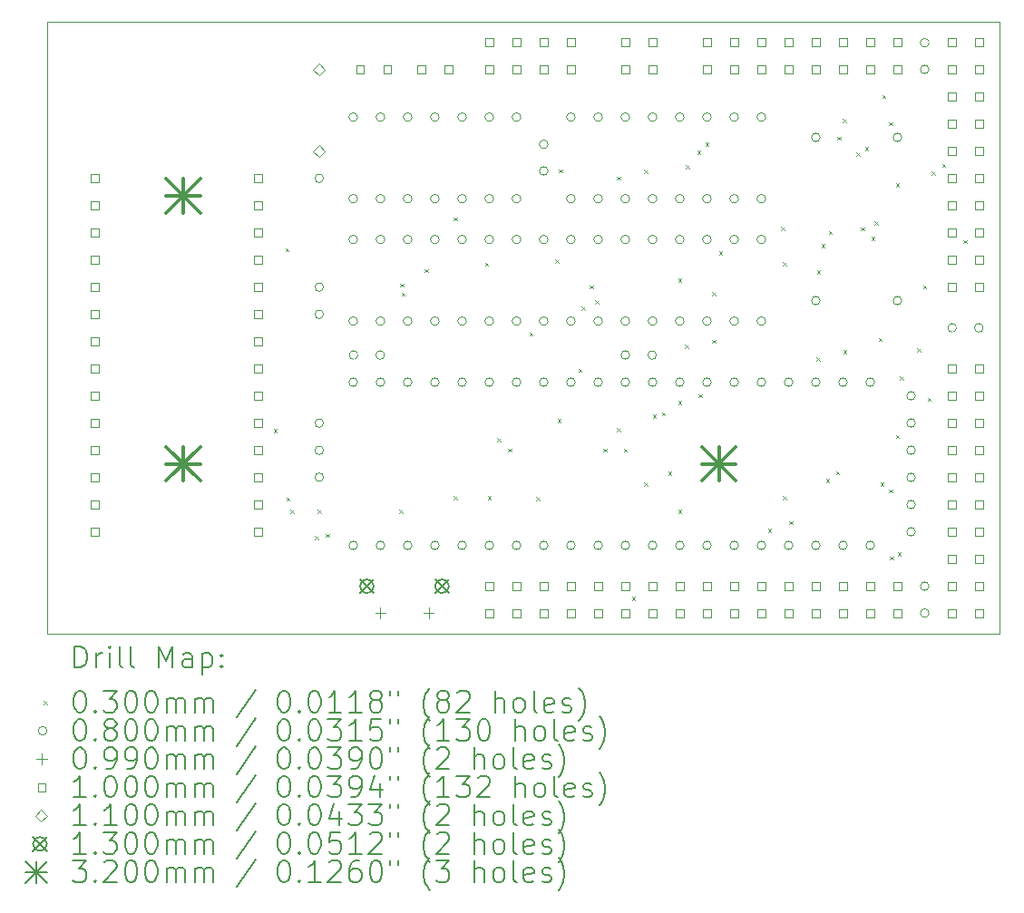
<source format=gbr>
%TF.GenerationSoftware,KiCad,Pcbnew,8.0.3-8.0.3-0~ubuntu20.04.1*%
%TF.CreationDate,2024-07-06T21:01:15-06:00*%
%TF.ProjectId,z80 RPM,7a383020-5250-44d2-9e6b-696361645f70,rev?*%
%TF.SameCoordinates,Original*%
%TF.FileFunction,Drillmap*%
%TF.FilePolarity,Positive*%
%FSLAX45Y45*%
G04 Gerber Fmt 4.5, Leading zero omitted, Abs format (unit mm)*
G04 Created by KiCad (PCBNEW 8.0.3-8.0.3-0~ubuntu20.04.1) date 2024-07-06 21:01:15*
%MOMM*%
%LPD*%
G01*
G04 APERTURE LIST*
%ADD10C,0.050000*%
%ADD11C,0.200000*%
%ADD12C,0.100000*%
%ADD13C,0.110000*%
%ADD14C,0.130000*%
%ADD15C,0.320000*%
G04 APERTURE END LIST*
D10*
X10922000Y-12192000D02*
X19812000Y-12192000D01*
X19812000Y-6477000D02*
X10922000Y-6477000D01*
X10922000Y-6477000D02*
X10922000Y-12192000D01*
X19812000Y-12192000D02*
X19812000Y-6477000D01*
D11*
D12*
X13035340Y-10280980D02*
X13065340Y-10310980D01*
X13065340Y-10280980D02*
X13035340Y-10310980D01*
X13146460Y-8590290D02*
X13176460Y-8620290D01*
X13176460Y-8590290D02*
X13146460Y-8620290D01*
X13155770Y-10917450D02*
X13185770Y-10947450D01*
X13185770Y-10917450D02*
X13155770Y-10947450D01*
X13193000Y-11034000D02*
X13223000Y-11064000D01*
X13223000Y-11034000D02*
X13193000Y-11064000D01*
X13421500Y-11279360D02*
X13451500Y-11309360D01*
X13451500Y-11279360D02*
X13421500Y-11309360D01*
X13447000Y-11034000D02*
X13477000Y-11064000D01*
X13477000Y-11034000D02*
X13447000Y-11064000D01*
X13522710Y-11257510D02*
X13552710Y-11287510D01*
X13552710Y-11257510D02*
X13522710Y-11287510D01*
X14209000Y-11034000D02*
X14239000Y-11064000D01*
X14239000Y-11034000D02*
X14209000Y-11064000D01*
X14216110Y-8922260D02*
X14246110Y-8952260D01*
X14246110Y-8922260D02*
X14216110Y-8952260D01*
X14229290Y-9004310D02*
X14259290Y-9034310D01*
X14259290Y-9004310D02*
X14229290Y-9034310D01*
X14447090Y-8786510D02*
X14477090Y-8816510D01*
X14477090Y-8786510D02*
X14447090Y-8816510D01*
X14717000Y-8303500D02*
X14747000Y-8333500D01*
X14747000Y-8303500D02*
X14717000Y-8333500D01*
X14717000Y-10907000D02*
X14747000Y-10937000D01*
X14747000Y-10907000D02*
X14717000Y-10937000D01*
X15007790Y-8726200D02*
X15037790Y-8756200D01*
X15037790Y-8726200D02*
X15007790Y-8756200D01*
X15034500Y-10907000D02*
X15064500Y-10937000D01*
X15064500Y-10907000D02*
X15034500Y-10937000D01*
X15125660Y-10364010D02*
X15155660Y-10394010D01*
X15155660Y-10364010D02*
X15125660Y-10394010D01*
X15225000Y-10462500D02*
X15255000Y-10492500D01*
X15255000Y-10462500D02*
X15225000Y-10492500D01*
X15424470Y-9378280D02*
X15454470Y-9408280D01*
X15454470Y-9378280D02*
X15424470Y-9408280D01*
X15487850Y-10915470D02*
X15517850Y-10945470D01*
X15517850Y-10915470D02*
X15487850Y-10945470D01*
X15663910Y-8696080D02*
X15693910Y-8726080D01*
X15693910Y-8696080D02*
X15663910Y-8726080D01*
X15686330Y-10186790D02*
X15716330Y-10216790D01*
X15716330Y-10186790D02*
X15686330Y-10216790D01*
X15697740Y-7852810D02*
X15727740Y-7882810D01*
X15727740Y-7852810D02*
X15697740Y-7882810D01*
X15882400Y-9717090D02*
X15912400Y-9747090D01*
X15912400Y-9717090D02*
X15882400Y-9747090D01*
X15909350Y-9138010D02*
X15939350Y-9168010D01*
X15939350Y-9138010D02*
X15909350Y-9168010D01*
X15987000Y-8938500D02*
X16017000Y-8968500D01*
X16017000Y-8938500D02*
X15987000Y-8968500D01*
X16035880Y-9076700D02*
X16065880Y-9106700D01*
X16065880Y-9076700D02*
X16035880Y-9106700D01*
X16114000Y-10462500D02*
X16144000Y-10492500D01*
X16144000Y-10462500D02*
X16114000Y-10492500D01*
X16241000Y-7922500D02*
X16271000Y-7952500D01*
X16271000Y-7922500D02*
X16241000Y-7952500D01*
X16241000Y-10272000D02*
X16271000Y-10302000D01*
X16271000Y-10272000D02*
X16241000Y-10302000D01*
X16304500Y-10462500D02*
X16334500Y-10492500D01*
X16334500Y-10462500D02*
X16304500Y-10492500D01*
X16381670Y-11847670D02*
X16411670Y-11877670D01*
X16411670Y-11847670D02*
X16381670Y-11877670D01*
X16495000Y-7859000D02*
X16525000Y-7889000D01*
X16525000Y-7859000D02*
X16495000Y-7889000D01*
X16495000Y-10780000D02*
X16525000Y-10810000D01*
X16525000Y-10780000D02*
X16495000Y-10810000D01*
X16577220Y-10142590D02*
X16607220Y-10172590D01*
X16607220Y-10142590D02*
X16577220Y-10172590D01*
X16660050Y-10125260D02*
X16690050Y-10155260D01*
X16690050Y-10125260D02*
X16660050Y-10155260D01*
X16720230Y-10678030D02*
X16750230Y-10708030D01*
X16750230Y-10678030D02*
X16720230Y-10708030D01*
X16812500Y-8875000D02*
X16842500Y-8905000D01*
X16842500Y-8875000D02*
X16812500Y-8905000D01*
X16812500Y-10018000D02*
X16842500Y-10048000D01*
X16842500Y-10018000D02*
X16812500Y-10048000D01*
X16812500Y-11034000D02*
X16842500Y-11064000D01*
X16842500Y-11034000D02*
X16812500Y-11064000D01*
X16877440Y-9494430D02*
X16907440Y-9524430D01*
X16907440Y-9494430D02*
X16877440Y-9524430D01*
X16882400Y-7817570D02*
X16912400Y-7847570D01*
X16912400Y-7817570D02*
X16882400Y-7847570D01*
X16988500Y-7681080D02*
X17018500Y-7711080D01*
X17018500Y-7681080D02*
X16988500Y-7711080D01*
X17003000Y-9954500D02*
X17033000Y-9984500D01*
X17033000Y-9954500D02*
X17003000Y-9984500D01*
X17066500Y-7605000D02*
X17096500Y-7635000D01*
X17096500Y-7605000D02*
X17066500Y-7635000D01*
X17130000Y-9002000D02*
X17160000Y-9032000D01*
X17160000Y-9002000D02*
X17130000Y-9032000D01*
X17130000Y-9446500D02*
X17160000Y-9476500D01*
X17160000Y-9446500D02*
X17130000Y-9476500D01*
X17193500Y-8621000D02*
X17223500Y-8651000D01*
X17223500Y-8621000D02*
X17193500Y-8651000D01*
X17649140Y-11209620D02*
X17679140Y-11239620D01*
X17679140Y-11209620D02*
X17649140Y-11239620D01*
X17775490Y-8391910D02*
X17805490Y-8421910D01*
X17805490Y-8391910D02*
X17775490Y-8421910D01*
X17789610Y-10904590D02*
X17819610Y-10934590D01*
X17819610Y-10904590D02*
X17789610Y-10934590D01*
X17790400Y-8722600D02*
X17820400Y-8752600D01*
X17820400Y-8722600D02*
X17790400Y-8752600D01*
X17851790Y-11139550D02*
X17881790Y-11169550D01*
X17881790Y-11139550D02*
X17851790Y-11169550D01*
X18103970Y-9612110D02*
X18133970Y-9642110D01*
X18133970Y-9612110D02*
X18103970Y-9642110D01*
X18107900Y-8798800D02*
X18137900Y-8828800D01*
X18137900Y-8798800D02*
X18107900Y-8828800D01*
X18149080Y-8551030D02*
X18179080Y-8581030D01*
X18179080Y-8551030D02*
X18149080Y-8581030D01*
X18191780Y-10746300D02*
X18221780Y-10776300D01*
X18221780Y-10746300D02*
X18191780Y-10776300D01*
X18217380Y-8428730D02*
X18247380Y-8458730D01*
X18247380Y-8428730D02*
X18217380Y-8458730D01*
X18286370Y-10672920D02*
X18316370Y-10702920D01*
X18316370Y-10672920D02*
X18286370Y-10702920D01*
X18297260Y-7550780D02*
X18327260Y-7580780D01*
X18327260Y-7550780D02*
X18297260Y-7580780D01*
X18349350Y-7386430D02*
X18379350Y-7416430D01*
X18379350Y-7386430D02*
X18349350Y-7416430D01*
X18352220Y-9541780D02*
X18382220Y-9571780D01*
X18382220Y-9541780D02*
X18352220Y-9571780D01*
X18474110Y-7699600D02*
X18504110Y-7729600D01*
X18504110Y-7699600D02*
X18474110Y-7729600D01*
X18520880Y-8394610D02*
X18550880Y-8424610D01*
X18550880Y-8394610D02*
X18520880Y-8424610D01*
X18556070Y-7647090D02*
X18586070Y-7677090D01*
X18586070Y-7647090D02*
X18556070Y-7677090D01*
X18616960Y-8485030D02*
X18646960Y-8515030D01*
X18646960Y-8485030D02*
X18616960Y-8515030D01*
X18645150Y-8339900D02*
X18675150Y-8369900D01*
X18675150Y-8339900D02*
X18645150Y-8369900D01*
X18684290Y-9429550D02*
X18714290Y-9459550D01*
X18714290Y-9429550D02*
X18684290Y-9459550D01*
X18701050Y-10781220D02*
X18731050Y-10811220D01*
X18731050Y-10781220D02*
X18701050Y-10811220D01*
X18717500Y-7160500D02*
X18747500Y-7190500D01*
X18747500Y-7160500D02*
X18717500Y-7190500D01*
X18781000Y-7414500D02*
X18811000Y-7444500D01*
X18811000Y-7414500D02*
X18781000Y-7444500D01*
X18781000Y-10843500D02*
X18811000Y-10873500D01*
X18811000Y-10843500D02*
X18781000Y-10873500D01*
X18788980Y-11470710D02*
X18818980Y-11500710D01*
X18818980Y-11470710D02*
X18788980Y-11500710D01*
X18844500Y-7986000D02*
X18874500Y-8016000D01*
X18874500Y-7986000D02*
X18844500Y-8016000D01*
X18844500Y-10335500D02*
X18874500Y-10365500D01*
X18874500Y-10335500D02*
X18844500Y-10365500D01*
X18863140Y-11431460D02*
X18893140Y-11461460D01*
X18893140Y-11431460D02*
X18863140Y-11461460D01*
X18882600Y-9789400D02*
X18912600Y-9819400D01*
X18912600Y-9789400D02*
X18882600Y-9819400D01*
X19045010Y-9525660D02*
X19075010Y-9555660D01*
X19075010Y-9525660D02*
X19045010Y-9555660D01*
X19098500Y-8938500D02*
X19128500Y-8968500D01*
X19128500Y-8938500D02*
X19098500Y-8968500D01*
X19142540Y-9989740D02*
X19172540Y-10019740D01*
X19172540Y-9989740D02*
X19142540Y-10019740D01*
X19178720Y-7875060D02*
X19208720Y-7905060D01*
X19208720Y-7875060D02*
X19178720Y-7905060D01*
X19275810Y-7805000D02*
X19305810Y-7835000D01*
X19305810Y-7805000D02*
X19275810Y-7835000D01*
X19476030Y-8516540D02*
X19506030Y-8546540D01*
X19506030Y-8516540D02*
X19476030Y-8546540D01*
X13502000Y-7937500D02*
G75*
G02*
X13422000Y-7937500I-40000J0D01*
G01*
X13422000Y-7937500D02*
G75*
G02*
X13502000Y-7937500I40000J0D01*
G01*
X13502000Y-8953500D02*
G75*
G02*
X13422000Y-8953500I-40000J0D01*
G01*
X13422000Y-8953500D02*
G75*
G02*
X13502000Y-8953500I40000J0D01*
G01*
X13502000Y-9207500D02*
G75*
G02*
X13422000Y-9207500I-40000J0D01*
G01*
X13422000Y-9207500D02*
G75*
G02*
X13502000Y-9207500I40000J0D01*
G01*
X13502000Y-10223500D02*
G75*
G02*
X13422000Y-10223500I-40000J0D01*
G01*
X13422000Y-10223500D02*
G75*
G02*
X13502000Y-10223500I40000J0D01*
G01*
X13502000Y-10479500D02*
G75*
G02*
X13422000Y-10479500I-40000J0D01*
G01*
X13422000Y-10479500D02*
G75*
G02*
X13502000Y-10479500I40000J0D01*
G01*
X13502000Y-10729500D02*
G75*
G02*
X13422000Y-10729500I-40000J0D01*
G01*
X13422000Y-10729500D02*
G75*
G02*
X13502000Y-10729500I40000J0D01*
G01*
X13819500Y-7366000D02*
G75*
G02*
X13739500Y-7366000I-40000J0D01*
G01*
X13739500Y-7366000D02*
G75*
G02*
X13819500Y-7366000I40000J0D01*
G01*
X13819500Y-8128000D02*
G75*
G02*
X13739500Y-8128000I-40000J0D01*
G01*
X13739500Y-8128000D02*
G75*
G02*
X13819500Y-8128000I40000J0D01*
G01*
X13819500Y-8509000D02*
G75*
G02*
X13739500Y-8509000I-40000J0D01*
G01*
X13739500Y-8509000D02*
G75*
G02*
X13819500Y-8509000I40000J0D01*
G01*
X13819500Y-9271000D02*
G75*
G02*
X13739500Y-9271000I-40000J0D01*
G01*
X13739500Y-9271000D02*
G75*
G02*
X13819500Y-9271000I40000J0D01*
G01*
X13819500Y-9842500D02*
G75*
G02*
X13739500Y-9842500I-40000J0D01*
G01*
X13739500Y-9842500D02*
G75*
G02*
X13819500Y-9842500I40000J0D01*
G01*
X13819500Y-11366500D02*
G75*
G02*
X13739500Y-11366500I-40000J0D01*
G01*
X13739500Y-11366500D02*
G75*
G02*
X13819500Y-11366500I40000J0D01*
G01*
X13821500Y-9588500D02*
G75*
G02*
X13741500Y-9588500I-40000J0D01*
G01*
X13741500Y-9588500D02*
G75*
G02*
X13821500Y-9588500I40000J0D01*
G01*
X14071500Y-9588500D02*
G75*
G02*
X13991500Y-9588500I-40000J0D01*
G01*
X13991500Y-9588500D02*
G75*
G02*
X14071500Y-9588500I40000J0D01*
G01*
X14073500Y-7366000D02*
G75*
G02*
X13993500Y-7366000I-40000J0D01*
G01*
X13993500Y-7366000D02*
G75*
G02*
X14073500Y-7366000I40000J0D01*
G01*
X14073500Y-8128000D02*
G75*
G02*
X13993500Y-8128000I-40000J0D01*
G01*
X13993500Y-8128000D02*
G75*
G02*
X14073500Y-8128000I40000J0D01*
G01*
X14073500Y-8509000D02*
G75*
G02*
X13993500Y-8509000I-40000J0D01*
G01*
X13993500Y-8509000D02*
G75*
G02*
X14073500Y-8509000I40000J0D01*
G01*
X14073500Y-9271000D02*
G75*
G02*
X13993500Y-9271000I-40000J0D01*
G01*
X13993500Y-9271000D02*
G75*
G02*
X14073500Y-9271000I40000J0D01*
G01*
X14073500Y-9842500D02*
G75*
G02*
X13993500Y-9842500I-40000J0D01*
G01*
X13993500Y-9842500D02*
G75*
G02*
X14073500Y-9842500I40000J0D01*
G01*
X14073500Y-11366500D02*
G75*
G02*
X13993500Y-11366500I-40000J0D01*
G01*
X13993500Y-11366500D02*
G75*
G02*
X14073500Y-11366500I40000J0D01*
G01*
X14327500Y-7366000D02*
G75*
G02*
X14247500Y-7366000I-40000J0D01*
G01*
X14247500Y-7366000D02*
G75*
G02*
X14327500Y-7366000I40000J0D01*
G01*
X14327500Y-8128000D02*
G75*
G02*
X14247500Y-8128000I-40000J0D01*
G01*
X14247500Y-8128000D02*
G75*
G02*
X14327500Y-8128000I40000J0D01*
G01*
X14327500Y-8509000D02*
G75*
G02*
X14247500Y-8509000I-40000J0D01*
G01*
X14247500Y-8509000D02*
G75*
G02*
X14327500Y-8509000I40000J0D01*
G01*
X14327500Y-9271000D02*
G75*
G02*
X14247500Y-9271000I-40000J0D01*
G01*
X14247500Y-9271000D02*
G75*
G02*
X14327500Y-9271000I40000J0D01*
G01*
X14327500Y-9842500D02*
G75*
G02*
X14247500Y-9842500I-40000J0D01*
G01*
X14247500Y-9842500D02*
G75*
G02*
X14327500Y-9842500I40000J0D01*
G01*
X14327500Y-11366500D02*
G75*
G02*
X14247500Y-11366500I-40000J0D01*
G01*
X14247500Y-11366500D02*
G75*
G02*
X14327500Y-11366500I40000J0D01*
G01*
X14581500Y-7366000D02*
G75*
G02*
X14501500Y-7366000I-40000J0D01*
G01*
X14501500Y-7366000D02*
G75*
G02*
X14581500Y-7366000I40000J0D01*
G01*
X14581500Y-8128000D02*
G75*
G02*
X14501500Y-8128000I-40000J0D01*
G01*
X14501500Y-8128000D02*
G75*
G02*
X14581500Y-8128000I40000J0D01*
G01*
X14581500Y-8509000D02*
G75*
G02*
X14501500Y-8509000I-40000J0D01*
G01*
X14501500Y-8509000D02*
G75*
G02*
X14581500Y-8509000I40000J0D01*
G01*
X14581500Y-9271000D02*
G75*
G02*
X14501500Y-9271000I-40000J0D01*
G01*
X14501500Y-9271000D02*
G75*
G02*
X14581500Y-9271000I40000J0D01*
G01*
X14581500Y-9842500D02*
G75*
G02*
X14501500Y-9842500I-40000J0D01*
G01*
X14501500Y-9842500D02*
G75*
G02*
X14581500Y-9842500I40000J0D01*
G01*
X14581500Y-11366500D02*
G75*
G02*
X14501500Y-11366500I-40000J0D01*
G01*
X14501500Y-11366500D02*
G75*
G02*
X14581500Y-11366500I40000J0D01*
G01*
X14835500Y-7366000D02*
G75*
G02*
X14755500Y-7366000I-40000J0D01*
G01*
X14755500Y-7366000D02*
G75*
G02*
X14835500Y-7366000I40000J0D01*
G01*
X14835500Y-8128000D02*
G75*
G02*
X14755500Y-8128000I-40000J0D01*
G01*
X14755500Y-8128000D02*
G75*
G02*
X14835500Y-8128000I40000J0D01*
G01*
X14835500Y-8509000D02*
G75*
G02*
X14755500Y-8509000I-40000J0D01*
G01*
X14755500Y-8509000D02*
G75*
G02*
X14835500Y-8509000I40000J0D01*
G01*
X14835500Y-9271000D02*
G75*
G02*
X14755500Y-9271000I-40000J0D01*
G01*
X14755500Y-9271000D02*
G75*
G02*
X14835500Y-9271000I40000J0D01*
G01*
X14835500Y-9842500D02*
G75*
G02*
X14755500Y-9842500I-40000J0D01*
G01*
X14755500Y-9842500D02*
G75*
G02*
X14835500Y-9842500I40000J0D01*
G01*
X14835500Y-11366500D02*
G75*
G02*
X14755500Y-11366500I-40000J0D01*
G01*
X14755500Y-11366500D02*
G75*
G02*
X14835500Y-11366500I40000J0D01*
G01*
X15089500Y-7366000D02*
G75*
G02*
X15009500Y-7366000I-40000J0D01*
G01*
X15009500Y-7366000D02*
G75*
G02*
X15089500Y-7366000I40000J0D01*
G01*
X15089500Y-8128000D02*
G75*
G02*
X15009500Y-8128000I-40000J0D01*
G01*
X15009500Y-8128000D02*
G75*
G02*
X15089500Y-8128000I40000J0D01*
G01*
X15089500Y-8509000D02*
G75*
G02*
X15009500Y-8509000I-40000J0D01*
G01*
X15009500Y-8509000D02*
G75*
G02*
X15089500Y-8509000I40000J0D01*
G01*
X15089500Y-9271000D02*
G75*
G02*
X15009500Y-9271000I-40000J0D01*
G01*
X15009500Y-9271000D02*
G75*
G02*
X15089500Y-9271000I40000J0D01*
G01*
X15089500Y-9842500D02*
G75*
G02*
X15009500Y-9842500I-40000J0D01*
G01*
X15009500Y-9842500D02*
G75*
G02*
X15089500Y-9842500I40000J0D01*
G01*
X15089500Y-11366500D02*
G75*
G02*
X15009500Y-11366500I-40000J0D01*
G01*
X15009500Y-11366500D02*
G75*
G02*
X15089500Y-11366500I40000J0D01*
G01*
X15343500Y-7366000D02*
G75*
G02*
X15263500Y-7366000I-40000J0D01*
G01*
X15263500Y-7366000D02*
G75*
G02*
X15343500Y-7366000I40000J0D01*
G01*
X15343500Y-8128000D02*
G75*
G02*
X15263500Y-8128000I-40000J0D01*
G01*
X15263500Y-8128000D02*
G75*
G02*
X15343500Y-8128000I40000J0D01*
G01*
X15343500Y-8509000D02*
G75*
G02*
X15263500Y-8509000I-40000J0D01*
G01*
X15263500Y-8509000D02*
G75*
G02*
X15343500Y-8509000I40000J0D01*
G01*
X15343500Y-9271000D02*
G75*
G02*
X15263500Y-9271000I-40000J0D01*
G01*
X15263500Y-9271000D02*
G75*
G02*
X15343500Y-9271000I40000J0D01*
G01*
X15343500Y-9842500D02*
G75*
G02*
X15263500Y-9842500I-40000J0D01*
G01*
X15263500Y-9842500D02*
G75*
G02*
X15343500Y-9842500I40000J0D01*
G01*
X15343500Y-11366500D02*
G75*
G02*
X15263500Y-11366500I-40000J0D01*
G01*
X15263500Y-11366500D02*
G75*
G02*
X15343500Y-11366500I40000J0D01*
G01*
X15597500Y-7620000D02*
G75*
G02*
X15517500Y-7620000I-40000J0D01*
G01*
X15517500Y-7620000D02*
G75*
G02*
X15597500Y-7620000I40000J0D01*
G01*
X15597500Y-7870000D02*
G75*
G02*
X15517500Y-7870000I-40000J0D01*
G01*
X15517500Y-7870000D02*
G75*
G02*
X15597500Y-7870000I40000J0D01*
G01*
X15597500Y-8509000D02*
G75*
G02*
X15517500Y-8509000I-40000J0D01*
G01*
X15517500Y-8509000D02*
G75*
G02*
X15597500Y-8509000I40000J0D01*
G01*
X15597500Y-9271000D02*
G75*
G02*
X15517500Y-9271000I-40000J0D01*
G01*
X15517500Y-9271000D02*
G75*
G02*
X15597500Y-9271000I40000J0D01*
G01*
X15597500Y-9842500D02*
G75*
G02*
X15517500Y-9842500I-40000J0D01*
G01*
X15517500Y-9842500D02*
G75*
G02*
X15597500Y-9842500I40000J0D01*
G01*
X15597500Y-11366500D02*
G75*
G02*
X15517500Y-11366500I-40000J0D01*
G01*
X15517500Y-11366500D02*
G75*
G02*
X15597500Y-11366500I40000J0D01*
G01*
X15851500Y-7366000D02*
G75*
G02*
X15771500Y-7366000I-40000J0D01*
G01*
X15771500Y-7366000D02*
G75*
G02*
X15851500Y-7366000I40000J0D01*
G01*
X15851500Y-8128000D02*
G75*
G02*
X15771500Y-8128000I-40000J0D01*
G01*
X15771500Y-8128000D02*
G75*
G02*
X15851500Y-8128000I40000J0D01*
G01*
X15851500Y-8509000D02*
G75*
G02*
X15771500Y-8509000I-40000J0D01*
G01*
X15771500Y-8509000D02*
G75*
G02*
X15851500Y-8509000I40000J0D01*
G01*
X15851500Y-9271000D02*
G75*
G02*
X15771500Y-9271000I-40000J0D01*
G01*
X15771500Y-9271000D02*
G75*
G02*
X15851500Y-9271000I40000J0D01*
G01*
X15851500Y-9842500D02*
G75*
G02*
X15771500Y-9842500I-40000J0D01*
G01*
X15771500Y-9842500D02*
G75*
G02*
X15851500Y-9842500I40000J0D01*
G01*
X15851500Y-11366500D02*
G75*
G02*
X15771500Y-11366500I-40000J0D01*
G01*
X15771500Y-11366500D02*
G75*
G02*
X15851500Y-11366500I40000J0D01*
G01*
X16105500Y-7366000D02*
G75*
G02*
X16025500Y-7366000I-40000J0D01*
G01*
X16025500Y-7366000D02*
G75*
G02*
X16105500Y-7366000I40000J0D01*
G01*
X16105500Y-8128000D02*
G75*
G02*
X16025500Y-8128000I-40000J0D01*
G01*
X16025500Y-8128000D02*
G75*
G02*
X16105500Y-8128000I40000J0D01*
G01*
X16105500Y-8509000D02*
G75*
G02*
X16025500Y-8509000I-40000J0D01*
G01*
X16025500Y-8509000D02*
G75*
G02*
X16105500Y-8509000I40000J0D01*
G01*
X16105500Y-9271000D02*
G75*
G02*
X16025500Y-9271000I-40000J0D01*
G01*
X16025500Y-9271000D02*
G75*
G02*
X16105500Y-9271000I40000J0D01*
G01*
X16105500Y-9842500D02*
G75*
G02*
X16025500Y-9842500I-40000J0D01*
G01*
X16025500Y-9842500D02*
G75*
G02*
X16105500Y-9842500I40000J0D01*
G01*
X16105500Y-11366500D02*
G75*
G02*
X16025500Y-11366500I-40000J0D01*
G01*
X16025500Y-11366500D02*
G75*
G02*
X16105500Y-11366500I40000J0D01*
G01*
X16359500Y-7366000D02*
G75*
G02*
X16279500Y-7366000I-40000J0D01*
G01*
X16279500Y-7366000D02*
G75*
G02*
X16359500Y-7366000I40000J0D01*
G01*
X16359500Y-8128000D02*
G75*
G02*
X16279500Y-8128000I-40000J0D01*
G01*
X16279500Y-8128000D02*
G75*
G02*
X16359500Y-8128000I40000J0D01*
G01*
X16359500Y-8509000D02*
G75*
G02*
X16279500Y-8509000I-40000J0D01*
G01*
X16279500Y-8509000D02*
G75*
G02*
X16359500Y-8509000I40000J0D01*
G01*
X16359500Y-9271000D02*
G75*
G02*
X16279500Y-9271000I-40000J0D01*
G01*
X16279500Y-9271000D02*
G75*
G02*
X16359500Y-9271000I40000J0D01*
G01*
X16359500Y-9588500D02*
G75*
G02*
X16279500Y-9588500I-40000J0D01*
G01*
X16279500Y-9588500D02*
G75*
G02*
X16359500Y-9588500I40000J0D01*
G01*
X16359500Y-9842500D02*
G75*
G02*
X16279500Y-9842500I-40000J0D01*
G01*
X16279500Y-9842500D02*
G75*
G02*
X16359500Y-9842500I40000J0D01*
G01*
X16359500Y-11366500D02*
G75*
G02*
X16279500Y-11366500I-40000J0D01*
G01*
X16279500Y-11366500D02*
G75*
G02*
X16359500Y-11366500I40000J0D01*
G01*
X16609500Y-9588500D02*
G75*
G02*
X16529500Y-9588500I-40000J0D01*
G01*
X16529500Y-9588500D02*
G75*
G02*
X16609500Y-9588500I40000J0D01*
G01*
X16613500Y-7366000D02*
G75*
G02*
X16533500Y-7366000I-40000J0D01*
G01*
X16533500Y-7366000D02*
G75*
G02*
X16613500Y-7366000I40000J0D01*
G01*
X16613500Y-8128000D02*
G75*
G02*
X16533500Y-8128000I-40000J0D01*
G01*
X16533500Y-8128000D02*
G75*
G02*
X16613500Y-8128000I40000J0D01*
G01*
X16613500Y-8509000D02*
G75*
G02*
X16533500Y-8509000I-40000J0D01*
G01*
X16533500Y-8509000D02*
G75*
G02*
X16613500Y-8509000I40000J0D01*
G01*
X16613500Y-9271000D02*
G75*
G02*
X16533500Y-9271000I-40000J0D01*
G01*
X16533500Y-9271000D02*
G75*
G02*
X16613500Y-9271000I40000J0D01*
G01*
X16613500Y-9842500D02*
G75*
G02*
X16533500Y-9842500I-40000J0D01*
G01*
X16533500Y-9842500D02*
G75*
G02*
X16613500Y-9842500I40000J0D01*
G01*
X16613500Y-11366500D02*
G75*
G02*
X16533500Y-11366500I-40000J0D01*
G01*
X16533500Y-11366500D02*
G75*
G02*
X16613500Y-11366500I40000J0D01*
G01*
X16867500Y-7366000D02*
G75*
G02*
X16787500Y-7366000I-40000J0D01*
G01*
X16787500Y-7366000D02*
G75*
G02*
X16867500Y-7366000I40000J0D01*
G01*
X16867500Y-8128000D02*
G75*
G02*
X16787500Y-8128000I-40000J0D01*
G01*
X16787500Y-8128000D02*
G75*
G02*
X16867500Y-8128000I40000J0D01*
G01*
X16867500Y-8509000D02*
G75*
G02*
X16787500Y-8509000I-40000J0D01*
G01*
X16787500Y-8509000D02*
G75*
G02*
X16867500Y-8509000I40000J0D01*
G01*
X16867500Y-9271000D02*
G75*
G02*
X16787500Y-9271000I-40000J0D01*
G01*
X16787500Y-9271000D02*
G75*
G02*
X16867500Y-9271000I40000J0D01*
G01*
X16867500Y-9842500D02*
G75*
G02*
X16787500Y-9842500I-40000J0D01*
G01*
X16787500Y-9842500D02*
G75*
G02*
X16867500Y-9842500I40000J0D01*
G01*
X16867500Y-11366500D02*
G75*
G02*
X16787500Y-11366500I-40000J0D01*
G01*
X16787500Y-11366500D02*
G75*
G02*
X16867500Y-11366500I40000J0D01*
G01*
X17121500Y-7366000D02*
G75*
G02*
X17041500Y-7366000I-40000J0D01*
G01*
X17041500Y-7366000D02*
G75*
G02*
X17121500Y-7366000I40000J0D01*
G01*
X17121500Y-8128000D02*
G75*
G02*
X17041500Y-8128000I-40000J0D01*
G01*
X17041500Y-8128000D02*
G75*
G02*
X17121500Y-8128000I40000J0D01*
G01*
X17121500Y-8509000D02*
G75*
G02*
X17041500Y-8509000I-40000J0D01*
G01*
X17041500Y-8509000D02*
G75*
G02*
X17121500Y-8509000I40000J0D01*
G01*
X17121500Y-9271000D02*
G75*
G02*
X17041500Y-9271000I-40000J0D01*
G01*
X17041500Y-9271000D02*
G75*
G02*
X17121500Y-9271000I40000J0D01*
G01*
X17121500Y-9842500D02*
G75*
G02*
X17041500Y-9842500I-40000J0D01*
G01*
X17041500Y-9842500D02*
G75*
G02*
X17121500Y-9842500I40000J0D01*
G01*
X17121500Y-11366500D02*
G75*
G02*
X17041500Y-11366500I-40000J0D01*
G01*
X17041500Y-11366500D02*
G75*
G02*
X17121500Y-11366500I40000J0D01*
G01*
X17375500Y-7366000D02*
G75*
G02*
X17295500Y-7366000I-40000J0D01*
G01*
X17295500Y-7366000D02*
G75*
G02*
X17375500Y-7366000I40000J0D01*
G01*
X17375500Y-8128000D02*
G75*
G02*
X17295500Y-8128000I-40000J0D01*
G01*
X17295500Y-8128000D02*
G75*
G02*
X17375500Y-8128000I40000J0D01*
G01*
X17375500Y-8509000D02*
G75*
G02*
X17295500Y-8509000I-40000J0D01*
G01*
X17295500Y-8509000D02*
G75*
G02*
X17375500Y-8509000I40000J0D01*
G01*
X17375500Y-9271000D02*
G75*
G02*
X17295500Y-9271000I-40000J0D01*
G01*
X17295500Y-9271000D02*
G75*
G02*
X17375500Y-9271000I40000J0D01*
G01*
X17375500Y-9842500D02*
G75*
G02*
X17295500Y-9842500I-40000J0D01*
G01*
X17295500Y-9842500D02*
G75*
G02*
X17375500Y-9842500I40000J0D01*
G01*
X17375500Y-11366500D02*
G75*
G02*
X17295500Y-11366500I-40000J0D01*
G01*
X17295500Y-11366500D02*
G75*
G02*
X17375500Y-11366500I40000J0D01*
G01*
X17629500Y-7366000D02*
G75*
G02*
X17549500Y-7366000I-40000J0D01*
G01*
X17549500Y-7366000D02*
G75*
G02*
X17629500Y-7366000I40000J0D01*
G01*
X17629500Y-8128000D02*
G75*
G02*
X17549500Y-8128000I-40000J0D01*
G01*
X17549500Y-8128000D02*
G75*
G02*
X17629500Y-8128000I40000J0D01*
G01*
X17629500Y-8509000D02*
G75*
G02*
X17549500Y-8509000I-40000J0D01*
G01*
X17549500Y-8509000D02*
G75*
G02*
X17629500Y-8509000I40000J0D01*
G01*
X17629500Y-9271000D02*
G75*
G02*
X17549500Y-9271000I-40000J0D01*
G01*
X17549500Y-9271000D02*
G75*
G02*
X17629500Y-9271000I40000J0D01*
G01*
X17629500Y-9842500D02*
G75*
G02*
X17549500Y-9842500I-40000J0D01*
G01*
X17549500Y-9842500D02*
G75*
G02*
X17629500Y-9842500I40000J0D01*
G01*
X17629500Y-11366500D02*
G75*
G02*
X17549500Y-11366500I-40000J0D01*
G01*
X17549500Y-11366500D02*
G75*
G02*
X17629500Y-11366500I40000J0D01*
G01*
X17883500Y-9842500D02*
G75*
G02*
X17803500Y-9842500I-40000J0D01*
G01*
X17803500Y-9842500D02*
G75*
G02*
X17883500Y-9842500I40000J0D01*
G01*
X17883500Y-11366500D02*
G75*
G02*
X17803500Y-11366500I-40000J0D01*
G01*
X17803500Y-11366500D02*
G75*
G02*
X17883500Y-11366500I40000J0D01*
G01*
X18137500Y-7556500D02*
G75*
G02*
X18057500Y-7556500I-40000J0D01*
G01*
X18057500Y-7556500D02*
G75*
G02*
X18137500Y-7556500I40000J0D01*
G01*
X18137500Y-9080500D02*
G75*
G02*
X18057500Y-9080500I-40000J0D01*
G01*
X18057500Y-9080500D02*
G75*
G02*
X18137500Y-9080500I40000J0D01*
G01*
X18137500Y-9842500D02*
G75*
G02*
X18057500Y-9842500I-40000J0D01*
G01*
X18057500Y-9842500D02*
G75*
G02*
X18137500Y-9842500I40000J0D01*
G01*
X18137500Y-11366500D02*
G75*
G02*
X18057500Y-11366500I-40000J0D01*
G01*
X18057500Y-11366500D02*
G75*
G02*
X18137500Y-11366500I40000J0D01*
G01*
X18391500Y-9842500D02*
G75*
G02*
X18311500Y-9842500I-40000J0D01*
G01*
X18311500Y-9842500D02*
G75*
G02*
X18391500Y-9842500I40000J0D01*
G01*
X18391500Y-11366500D02*
G75*
G02*
X18311500Y-11366500I-40000J0D01*
G01*
X18311500Y-11366500D02*
G75*
G02*
X18391500Y-11366500I40000J0D01*
G01*
X18645500Y-9842500D02*
G75*
G02*
X18565500Y-9842500I-40000J0D01*
G01*
X18565500Y-9842500D02*
G75*
G02*
X18645500Y-9842500I40000J0D01*
G01*
X18645500Y-11366500D02*
G75*
G02*
X18565500Y-11366500I-40000J0D01*
G01*
X18565500Y-11366500D02*
G75*
G02*
X18645500Y-11366500I40000J0D01*
G01*
X18899500Y-7556500D02*
G75*
G02*
X18819500Y-7556500I-40000J0D01*
G01*
X18819500Y-7556500D02*
G75*
G02*
X18899500Y-7556500I40000J0D01*
G01*
X18899500Y-9080500D02*
G75*
G02*
X18819500Y-9080500I-40000J0D01*
G01*
X18819500Y-9080500D02*
G75*
G02*
X18899500Y-9080500I40000J0D01*
G01*
X19026500Y-9969500D02*
G75*
G02*
X18946500Y-9969500I-40000J0D01*
G01*
X18946500Y-9969500D02*
G75*
G02*
X19026500Y-9969500I40000J0D01*
G01*
X19026500Y-10223500D02*
G75*
G02*
X18946500Y-10223500I-40000J0D01*
G01*
X18946500Y-10223500D02*
G75*
G02*
X19026500Y-10223500I40000J0D01*
G01*
X19026500Y-10477500D02*
G75*
G02*
X18946500Y-10477500I-40000J0D01*
G01*
X18946500Y-10477500D02*
G75*
G02*
X19026500Y-10477500I40000J0D01*
G01*
X19026500Y-10731500D02*
G75*
G02*
X18946500Y-10731500I-40000J0D01*
G01*
X18946500Y-10731500D02*
G75*
G02*
X19026500Y-10731500I40000J0D01*
G01*
X19026500Y-10985500D02*
G75*
G02*
X18946500Y-10985500I-40000J0D01*
G01*
X18946500Y-10985500D02*
G75*
G02*
X19026500Y-10985500I40000J0D01*
G01*
X19026500Y-11239500D02*
G75*
G02*
X18946500Y-11239500I-40000J0D01*
G01*
X18946500Y-11239500D02*
G75*
G02*
X19026500Y-11239500I40000J0D01*
G01*
X19153500Y-6671500D02*
G75*
G02*
X19073500Y-6671500I-40000J0D01*
G01*
X19073500Y-6671500D02*
G75*
G02*
X19153500Y-6671500I40000J0D01*
G01*
X19153500Y-6921500D02*
G75*
G02*
X19073500Y-6921500I-40000J0D01*
G01*
X19073500Y-6921500D02*
G75*
G02*
X19153500Y-6921500I40000J0D01*
G01*
X19153500Y-11747500D02*
G75*
G02*
X19073500Y-11747500I-40000J0D01*
G01*
X19073500Y-11747500D02*
G75*
G02*
X19153500Y-11747500I40000J0D01*
G01*
X19153500Y-11997500D02*
G75*
G02*
X19073500Y-11997500I-40000J0D01*
G01*
X19073500Y-11997500D02*
G75*
G02*
X19153500Y-11997500I40000J0D01*
G01*
X19409500Y-9334500D02*
G75*
G02*
X19329500Y-9334500I-40000J0D01*
G01*
X19329500Y-9334500D02*
G75*
G02*
X19409500Y-9334500I40000J0D01*
G01*
X19659500Y-9334500D02*
G75*
G02*
X19579500Y-9334500I-40000J0D01*
G01*
X19579500Y-9334500D02*
G75*
G02*
X19659500Y-9334500I40000J0D01*
G01*
X14032500Y-11947000D02*
X14032500Y-12046000D01*
X13983000Y-11996500D02*
X14082000Y-11996500D01*
X14482500Y-11947000D02*
X14482500Y-12046000D01*
X14433000Y-11996500D02*
X14532000Y-11996500D01*
X11401856Y-7972856D02*
X11401856Y-7902144D01*
X11331144Y-7902144D01*
X11331144Y-7972856D01*
X11401856Y-7972856D01*
X11401856Y-8226856D02*
X11401856Y-8156144D01*
X11331144Y-8156144D01*
X11331144Y-8226856D01*
X11401856Y-8226856D01*
X11401856Y-8480856D02*
X11401856Y-8410144D01*
X11331144Y-8410144D01*
X11331144Y-8480856D01*
X11401856Y-8480856D01*
X11401856Y-8734856D02*
X11401856Y-8664144D01*
X11331144Y-8664144D01*
X11331144Y-8734856D01*
X11401856Y-8734856D01*
X11401856Y-8988856D02*
X11401856Y-8918144D01*
X11331144Y-8918144D01*
X11331144Y-8988856D01*
X11401856Y-8988856D01*
X11401856Y-9242856D02*
X11401856Y-9172144D01*
X11331144Y-9172144D01*
X11331144Y-9242856D01*
X11401856Y-9242856D01*
X11401856Y-9496856D02*
X11401856Y-9426144D01*
X11331144Y-9426144D01*
X11331144Y-9496856D01*
X11401856Y-9496856D01*
X11401856Y-9750856D02*
X11401856Y-9680144D01*
X11331144Y-9680144D01*
X11331144Y-9750856D01*
X11401856Y-9750856D01*
X11401856Y-10004856D02*
X11401856Y-9934144D01*
X11331144Y-9934144D01*
X11331144Y-10004856D01*
X11401856Y-10004856D01*
X11401856Y-10258856D02*
X11401856Y-10188144D01*
X11331144Y-10188144D01*
X11331144Y-10258856D01*
X11401856Y-10258856D01*
X11401856Y-10512856D02*
X11401856Y-10442144D01*
X11331144Y-10442144D01*
X11331144Y-10512856D01*
X11401856Y-10512856D01*
X11401856Y-10766856D02*
X11401856Y-10696144D01*
X11331144Y-10696144D01*
X11331144Y-10766856D01*
X11401856Y-10766856D01*
X11401856Y-11020856D02*
X11401856Y-10950144D01*
X11331144Y-10950144D01*
X11331144Y-11020856D01*
X11401856Y-11020856D01*
X11401856Y-11274856D02*
X11401856Y-11204144D01*
X11331144Y-11204144D01*
X11331144Y-11274856D01*
X11401856Y-11274856D01*
X12925856Y-7972856D02*
X12925856Y-7902144D01*
X12855144Y-7902144D01*
X12855144Y-7972856D01*
X12925856Y-7972856D01*
X12925856Y-8226856D02*
X12925856Y-8156144D01*
X12855144Y-8156144D01*
X12855144Y-8226856D01*
X12925856Y-8226856D01*
X12925856Y-8480856D02*
X12925856Y-8410144D01*
X12855144Y-8410144D01*
X12855144Y-8480856D01*
X12925856Y-8480856D01*
X12925856Y-8734856D02*
X12925856Y-8664144D01*
X12855144Y-8664144D01*
X12855144Y-8734856D01*
X12925856Y-8734856D01*
X12925856Y-8988856D02*
X12925856Y-8918144D01*
X12855144Y-8918144D01*
X12855144Y-8988856D01*
X12925856Y-8988856D01*
X12925856Y-9242856D02*
X12925856Y-9172144D01*
X12855144Y-9172144D01*
X12855144Y-9242856D01*
X12925856Y-9242856D01*
X12925856Y-9496856D02*
X12925856Y-9426144D01*
X12855144Y-9426144D01*
X12855144Y-9496856D01*
X12925856Y-9496856D01*
X12925856Y-9750856D02*
X12925856Y-9680144D01*
X12855144Y-9680144D01*
X12855144Y-9750856D01*
X12925856Y-9750856D01*
X12925856Y-10004856D02*
X12925856Y-9934144D01*
X12855144Y-9934144D01*
X12855144Y-10004856D01*
X12925856Y-10004856D01*
X12925856Y-10258856D02*
X12925856Y-10188144D01*
X12855144Y-10188144D01*
X12855144Y-10258856D01*
X12925856Y-10258856D01*
X12925856Y-10512856D02*
X12925856Y-10442144D01*
X12855144Y-10442144D01*
X12855144Y-10512856D01*
X12925856Y-10512856D01*
X12925856Y-10766856D02*
X12925856Y-10696144D01*
X12855144Y-10696144D01*
X12855144Y-10766856D01*
X12925856Y-10766856D01*
X12925856Y-11020856D02*
X12925856Y-10950144D01*
X12855144Y-10950144D01*
X12855144Y-11020856D01*
X12925856Y-11020856D01*
X12925856Y-11274856D02*
X12925856Y-11204144D01*
X12855144Y-11204144D01*
X12855144Y-11274856D01*
X12925856Y-11274856D01*
X13878356Y-6956856D02*
X13878356Y-6886144D01*
X13807644Y-6886144D01*
X13807644Y-6956856D01*
X13878356Y-6956856D01*
X14132356Y-6956856D02*
X14132356Y-6886144D01*
X14061644Y-6886144D01*
X14061644Y-6956856D01*
X14132356Y-6956856D01*
X14449856Y-6956856D02*
X14449856Y-6886144D01*
X14379144Y-6886144D01*
X14379144Y-6956856D01*
X14449856Y-6956856D01*
X14703856Y-6956856D02*
X14703856Y-6886144D01*
X14633144Y-6886144D01*
X14633144Y-6956856D01*
X14703856Y-6956856D01*
X15084856Y-6702856D02*
X15084856Y-6632144D01*
X15014144Y-6632144D01*
X15014144Y-6702856D01*
X15084856Y-6702856D01*
X15084856Y-6956856D02*
X15084856Y-6886144D01*
X15014144Y-6886144D01*
X15014144Y-6956856D01*
X15084856Y-6956856D01*
X15084856Y-11782856D02*
X15084856Y-11712144D01*
X15014144Y-11712144D01*
X15014144Y-11782856D01*
X15084856Y-11782856D01*
X15084856Y-12036856D02*
X15084856Y-11966144D01*
X15014144Y-11966144D01*
X15014144Y-12036856D01*
X15084856Y-12036856D01*
X15338856Y-6702856D02*
X15338856Y-6632144D01*
X15268144Y-6632144D01*
X15268144Y-6702856D01*
X15338856Y-6702856D01*
X15338856Y-6956856D02*
X15338856Y-6886144D01*
X15268144Y-6886144D01*
X15268144Y-6956856D01*
X15338856Y-6956856D01*
X15338856Y-11782856D02*
X15338856Y-11712144D01*
X15268144Y-11712144D01*
X15268144Y-11782856D01*
X15338856Y-11782856D01*
X15338856Y-12036856D02*
X15338856Y-11966144D01*
X15268144Y-11966144D01*
X15268144Y-12036856D01*
X15338856Y-12036856D01*
X15592856Y-6702856D02*
X15592856Y-6632144D01*
X15522144Y-6632144D01*
X15522144Y-6702856D01*
X15592856Y-6702856D01*
X15592856Y-6956856D02*
X15592856Y-6886144D01*
X15522144Y-6886144D01*
X15522144Y-6956856D01*
X15592856Y-6956856D01*
X15592856Y-11782856D02*
X15592856Y-11712144D01*
X15522144Y-11712144D01*
X15522144Y-11782856D01*
X15592856Y-11782856D01*
X15592856Y-12036856D02*
X15592856Y-11966144D01*
X15522144Y-11966144D01*
X15522144Y-12036856D01*
X15592856Y-12036856D01*
X15846856Y-6702856D02*
X15846856Y-6632144D01*
X15776144Y-6632144D01*
X15776144Y-6702856D01*
X15846856Y-6702856D01*
X15846856Y-6956856D02*
X15846856Y-6886144D01*
X15776144Y-6886144D01*
X15776144Y-6956856D01*
X15846856Y-6956856D01*
X15846856Y-11782856D02*
X15846856Y-11712144D01*
X15776144Y-11712144D01*
X15776144Y-11782856D01*
X15846856Y-11782856D01*
X15846856Y-12036856D02*
X15846856Y-11966144D01*
X15776144Y-11966144D01*
X15776144Y-12036856D01*
X15846856Y-12036856D01*
X16100856Y-11782856D02*
X16100856Y-11712144D01*
X16030144Y-11712144D01*
X16030144Y-11782856D01*
X16100856Y-11782856D01*
X16100856Y-12036856D02*
X16100856Y-11966144D01*
X16030144Y-11966144D01*
X16030144Y-12036856D01*
X16100856Y-12036856D01*
X16354856Y-6702856D02*
X16354856Y-6632144D01*
X16284144Y-6632144D01*
X16284144Y-6702856D01*
X16354856Y-6702856D01*
X16354856Y-6956856D02*
X16354856Y-6886144D01*
X16284144Y-6886144D01*
X16284144Y-6956856D01*
X16354856Y-6956856D01*
X16354856Y-11782856D02*
X16354856Y-11712144D01*
X16284144Y-11712144D01*
X16284144Y-11782856D01*
X16354856Y-11782856D01*
X16354856Y-12036856D02*
X16354856Y-11966144D01*
X16284144Y-11966144D01*
X16284144Y-12036856D01*
X16354856Y-12036856D01*
X16608856Y-6702856D02*
X16608856Y-6632144D01*
X16538144Y-6632144D01*
X16538144Y-6702856D01*
X16608856Y-6702856D01*
X16608856Y-6956856D02*
X16608856Y-6886144D01*
X16538144Y-6886144D01*
X16538144Y-6956856D01*
X16608856Y-6956856D01*
X16608856Y-11782856D02*
X16608856Y-11712144D01*
X16538144Y-11712144D01*
X16538144Y-11782856D01*
X16608856Y-11782856D01*
X16608856Y-12036856D02*
X16608856Y-11966144D01*
X16538144Y-11966144D01*
X16538144Y-12036856D01*
X16608856Y-12036856D01*
X16862856Y-11782856D02*
X16862856Y-11712144D01*
X16792144Y-11712144D01*
X16792144Y-11782856D01*
X16862856Y-11782856D01*
X16862856Y-12036856D02*
X16862856Y-11966144D01*
X16792144Y-11966144D01*
X16792144Y-12036856D01*
X16862856Y-12036856D01*
X17116856Y-6702856D02*
X17116856Y-6632144D01*
X17046144Y-6632144D01*
X17046144Y-6702856D01*
X17116856Y-6702856D01*
X17116856Y-6956856D02*
X17116856Y-6886144D01*
X17046144Y-6886144D01*
X17046144Y-6956856D01*
X17116856Y-6956856D01*
X17116856Y-11782856D02*
X17116856Y-11712144D01*
X17046144Y-11712144D01*
X17046144Y-11782856D01*
X17116856Y-11782856D01*
X17116856Y-12036856D02*
X17116856Y-11966144D01*
X17046144Y-11966144D01*
X17046144Y-12036856D01*
X17116856Y-12036856D01*
X17370856Y-6702856D02*
X17370856Y-6632144D01*
X17300144Y-6632144D01*
X17300144Y-6702856D01*
X17370856Y-6702856D01*
X17370856Y-6956856D02*
X17370856Y-6886144D01*
X17300144Y-6886144D01*
X17300144Y-6956856D01*
X17370856Y-6956856D01*
X17370856Y-11782856D02*
X17370856Y-11712144D01*
X17300144Y-11712144D01*
X17300144Y-11782856D01*
X17370856Y-11782856D01*
X17370856Y-12036856D02*
X17370856Y-11966144D01*
X17300144Y-11966144D01*
X17300144Y-12036856D01*
X17370856Y-12036856D01*
X17624856Y-6702856D02*
X17624856Y-6632144D01*
X17554144Y-6632144D01*
X17554144Y-6702856D01*
X17624856Y-6702856D01*
X17624856Y-6956856D02*
X17624856Y-6886144D01*
X17554144Y-6886144D01*
X17554144Y-6956856D01*
X17624856Y-6956856D01*
X17624856Y-11782856D02*
X17624856Y-11712144D01*
X17554144Y-11712144D01*
X17554144Y-11782856D01*
X17624856Y-11782856D01*
X17624856Y-12036856D02*
X17624856Y-11966144D01*
X17554144Y-11966144D01*
X17554144Y-12036856D01*
X17624856Y-12036856D01*
X17878856Y-6702856D02*
X17878856Y-6632144D01*
X17808144Y-6632144D01*
X17808144Y-6702856D01*
X17878856Y-6702856D01*
X17878856Y-6956856D02*
X17878856Y-6886144D01*
X17808144Y-6886144D01*
X17808144Y-6956856D01*
X17878856Y-6956856D01*
X17878856Y-11782856D02*
X17878856Y-11712144D01*
X17808144Y-11712144D01*
X17808144Y-11782856D01*
X17878856Y-11782856D01*
X17878856Y-12036856D02*
X17878856Y-11966144D01*
X17808144Y-11966144D01*
X17808144Y-12036856D01*
X17878856Y-12036856D01*
X18132856Y-6702856D02*
X18132856Y-6632144D01*
X18062144Y-6632144D01*
X18062144Y-6702856D01*
X18132856Y-6702856D01*
X18132856Y-6956856D02*
X18132856Y-6886144D01*
X18062144Y-6886144D01*
X18062144Y-6956856D01*
X18132856Y-6956856D01*
X18132856Y-11782856D02*
X18132856Y-11712144D01*
X18062144Y-11712144D01*
X18062144Y-11782856D01*
X18132856Y-11782856D01*
X18132856Y-12036856D02*
X18132856Y-11966144D01*
X18062144Y-11966144D01*
X18062144Y-12036856D01*
X18132856Y-12036856D01*
X18386856Y-6702856D02*
X18386856Y-6632144D01*
X18316144Y-6632144D01*
X18316144Y-6702856D01*
X18386856Y-6702856D01*
X18386856Y-6956856D02*
X18386856Y-6886144D01*
X18316144Y-6886144D01*
X18316144Y-6956856D01*
X18386856Y-6956856D01*
X18386856Y-11782856D02*
X18386856Y-11712144D01*
X18316144Y-11712144D01*
X18316144Y-11782856D01*
X18386856Y-11782856D01*
X18386856Y-12036856D02*
X18386856Y-11966144D01*
X18316144Y-11966144D01*
X18316144Y-12036856D01*
X18386856Y-12036856D01*
X18640856Y-6702856D02*
X18640856Y-6632144D01*
X18570144Y-6632144D01*
X18570144Y-6702856D01*
X18640856Y-6702856D01*
X18640856Y-6956856D02*
X18640856Y-6886144D01*
X18570144Y-6886144D01*
X18570144Y-6956856D01*
X18640856Y-6956856D01*
X18640856Y-11782856D02*
X18640856Y-11712144D01*
X18570144Y-11712144D01*
X18570144Y-11782856D01*
X18640856Y-11782856D01*
X18640856Y-12036856D02*
X18640856Y-11966144D01*
X18570144Y-11966144D01*
X18570144Y-12036856D01*
X18640856Y-12036856D01*
X18894856Y-6702856D02*
X18894856Y-6632144D01*
X18824144Y-6632144D01*
X18824144Y-6702856D01*
X18894856Y-6702856D01*
X18894856Y-6956856D02*
X18894856Y-6886144D01*
X18824144Y-6886144D01*
X18824144Y-6956856D01*
X18894856Y-6956856D01*
X18894856Y-11782856D02*
X18894856Y-11712144D01*
X18824144Y-11712144D01*
X18824144Y-11782856D01*
X18894856Y-11782856D01*
X18894856Y-12036856D02*
X18894856Y-11966144D01*
X18824144Y-11966144D01*
X18824144Y-12036856D01*
X18894856Y-12036856D01*
X19402856Y-6702856D02*
X19402856Y-6632144D01*
X19332144Y-6632144D01*
X19332144Y-6702856D01*
X19402856Y-6702856D01*
X19402856Y-6956856D02*
X19402856Y-6886144D01*
X19332144Y-6886144D01*
X19332144Y-6956856D01*
X19402856Y-6956856D01*
X19402856Y-7210856D02*
X19402856Y-7140144D01*
X19332144Y-7140144D01*
X19332144Y-7210856D01*
X19402856Y-7210856D01*
X19402856Y-7464856D02*
X19402856Y-7394144D01*
X19332144Y-7394144D01*
X19332144Y-7464856D01*
X19402856Y-7464856D01*
X19402856Y-7718856D02*
X19402856Y-7648144D01*
X19332144Y-7648144D01*
X19332144Y-7718856D01*
X19402856Y-7718856D01*
X19402856Y-7972856D02*
X19402856Y-7902144D01*
X19332144Y-7902144D01*
X19332144Y-7972856D01*
X19402856Y-7972856D01*
X19402856Y-8226856D02*
X19402856Y-8156144D01*
X19332144Y-8156144D01*
X19332144Y-8226856D01*
X19402856Y-8226856D01*
X19402856Y-8480856D02*
X19402856Y-8410144D01*
X19332144Y-8410144D01*
X19332144Y-8480856D01*
X19402856Y-8480856D01*
X19402856Y-8734856D02*
X19402856Y-8664144D01*
X19332144Y-8664144D01*
X19332144Y-8734856D01*
X19402856Y-8734856D01*
X19402856Y-8988856D02*
X19402856Y-8918144D01*
X19332144Y-8918144D01*
X19332144Y-8988856D01*
X19402856Y-8988856D01*
X19402856Y-9750856D02*
X19402856Y-9680144D01*
X19332144Y-9680144D01*
X19332144Y-9750856D01*
X19402856Y-9750856D01*
X19402856Y-10004856D02*
X19402856Y-9934144D01*
X19332144Y-9934144D01*
X19332144Y-10004856D01*
X19402856Y-10004856D01*
X19402856Y-10258856D02*
X19402856Y-10188144D01*
X19332144Y-10188144D01*
X19332144Y-10258856D01*
X19402856Y-10258856D01*
X19402856Y-10512856D02*
X19402856Y-10442144D01*
X19332144Y-10442144D01*
X19332144Y-10512856D01*
X19402856Y-10512856D01*
X19402856Y-10766856D02*
X19402856Y-10696144D01*
X19332144Y-10696144D01*
X19332144Y-10766856D01*
X19402856Y-10766856D01*
X19402856Y-11020856D02*
X19402856Y-10950144D01*
X19332144Y-10950144D01*
X19332144Y-11020856D01*
X19402856Y-11020856D01*
X19402856Y-11274856D02*
X19402856Y-11204144D01*
X19332144Y-11204144D01*
X19332144Y-11274856D01*
X19402856Y-11274856D01*
X19402856Y-11528856D02*
X19402856Y-11458144D01*
X19332144Y-11458144D01*
X19332144Y-11528856D01*
X19402856Y-11528856D01*
X19402856Y-11782856D02*
X19402856Y-11712144D01*
X19332144Y-11712144D01*
X19332144Y-11782856D01*
X19402856Y-11782856D01*
X19402856Y-12036856D02*
X19402856Y-11966144D01*
X19332144Y-11966144D01*
X19332144Y-12036856D01*
X19402856Y-12036856D01*
X19656856Y-6702856D02*
X19656856Y-6632144D01*
X19586144Y-6632144D01*
X19586144Y-6702856D01*
X19656856Y-6702856D01*
X19656856Y-6956856D02*
X19656856Y-6886144D01*
X19586144Y-6886144D01*
X19586144Y-6956856D01*
X19656856Y-6956856D01*
X19656856Y-7210856D02*
X19656856Y-7140144D01*
X19586144Y-7140144D01*
X19586144Y-7210856D01*
X19656856Y-7210856D01*
X19656856Y-7464856D02*
X19656856Y-7394144D01*
X19586144Y-7394144D01*
X19586144Y-7464856D01*
X19656856Y-7464856D01*
X19656856Y-7718856D02*
X19656856Y-7648144D01*
X19586144Y-7648144D01*
X19586144Y-7718856D01*
X19656856Y-7718856D01*
X19656856Y-7972856D02*
X19656856Y-7902144D01*
X19586144Y-7902144D01*
X19586144Y-7972856D01*
X19656856Y-7972856D01*
X19656856Y-8226856D02*
X19656856Y-8156144D01*
X19586144Y-8156144D01*
X19586144Y-8226856D01*
X19656856Y-8226856D01*
X19656856Y-8480856D02*
X19656856Y-8410144D01*
X19586144Y-8410144D01*
X19586144Y-8480856D01*
X19656856Y-8480856D01*
X19656856Y-8734856D02*
X19656856Y-8664144D01*
X19586144Y-8664144D01*
X19586144Y-8734856D01*
X19656856Y-8734856D01*
X19656856Y-8988856D02*
X19656856Y-8918144D01*
X19586144Y-8918144D01*
X19586144Y-8988856D01*
X19656856Y-8988856D01*
X19656856Y-9750856D02*
X19656856Y-9680144D01*
X19586144Y-9680144D01*
X19586144Y-9750856D01*
X19656856Y-9750856D01*
X19656856Y-10004856D02*
X19656856Y-9934144D01*
X19586144Y-9934144D01*
X19586144Y-10004856D01*
X19656856Y-10004856D01*
X19656856Y-10258856D02*
X19656856Y-10188144D01*
X19586144Y-10188144D01*
X19586144Y-10258856D01*
X19656856Y-10258856D01*
X19656856Y-10512856D02*
X19656856Y-10442144D01*
X19586144Y-10442144D01*
X19586144Y-10512856D01*
X19656856Y-10512856D01*
X19656856Y-10766856D02*
X19656856Y-10696144D01*
X19586144Y-10696144D01*
X19586144Y-10766856D01*
X19656856Y-10766856D01*
X19656856Y-11020856D02*
X19656856Y-10950144D01*
X19586144Y-10950144D01*
X19586144Y-11020856D01*
X19656856Y-11020856D01*
X19656856Y-11274856D02*
X19656856Y-11204144D01*
X19586144Y-11204144D01*
X19586144Y-11274856D01*
X19656856Y-11274856D01*
X19656856Y-11528856D02*
X19656856Y-11458144D01*
X19586144Y-11458144D01*
X19586144Y-11528856D01*
X19656856Y-11528856D01*
X19656856Y-11782856D02*
X19656856Y-11712144D01*
X19586144Y-11712144D01*
X19586144Y-11782856D01*
X19656856Y-11782856D01*
X19656856Y-12036856D02*
X19656856Y-11966144D01*
X19586144Y-11966144D01*
X19586144Y-12036856D01*
X19656856Y-12036856D01*
D13*
X13462000Y-6976500D02*
X13517000Y-6921500D01*
X13462000Y-6866500D01*
X13407000Y-6921500D01*
X13462000Y-6976500D01*
X13462000Y-7738500D02*
X13517000Y-7683500D01*
X13462000Y-7628500D01*
X13407000Y-7683500D01*
X13462000Y-7738500D01*
D14*
X13841500Y-11682500D02*
X13971500Y-11812500D01*
X13971500Y-11682500D02*
X13841500Y-11812500D01*
X13971500Y-11747500D02*
G75*
G02*
X13841500Y-11747500I-65000J0D01*
G01*
X13841500Y-11747500D02*
G75*
G02*
X13971500Y-11747500I65000J0D01*
G01*
X14542500Y-11682500D02*
X14672500Y-11812500D01*
X14672500Y-11682500D02*
X14542500Y-11812500D01*
X14672500Y-11747500D02*
G75*
G02*
X14542500Y-11747500I-65000J0D01*
G01*
X14542500Y-11747500D02*
G75*
G02*
X14672500Y-11747500I65000J0D01*
G01*
D15*
X12032000Y-7944500D02*
X12352000Y-8264500D01*
X12352000Y-7944500D02*
X12032000Y-8264500D01*
X12192000Y-7944500D02*
X12192000Y-8264500D01*
X12032000Y-8104500D02*
X12352000Y-8104500D01*
X12032000Y-10444500D02*
X12352000Y-10764500D01*
X12352000Y-10444500D02*
X12032000Y-10764500D01*
X12192000Y-10444500D02*
X12192000Y-10764500D01*
X12032000Y-10604500D02*
X12352000Y-10604500D01*
X17032000Y-10444500D02*
X17352000Y-10764500D01*
X17352000Y-10444500D02*
X17032000Y-10764500D01*
X17192000Y-10444500D02*
X17192000Y-10764500D01*
X17032000Y-10604500D02*
X17352000Y-10604500D01*
D11*
X11180277Y-12505984D02*
X11180277Y-12305984D01*
X11180277Y-12305984D02*
X11227896Y-12305984D01*
X11227896Y-12305984D02*
X11256467Y-12315508D01*
X11256467Y-12315508D02*
X11275515Y-12334555D01*
X11275515Y-12334555D02*
X11285039Y-12353603D01*
X11285039Y-12353603D02*
X11294562Y-12391698D01*
X11294562Y-12391698D02*
X11294562Y-12420269D01*
X11294562Y-12420269D02*
X11285039Y-12458365D01*
X11285039Y-12458365D02*
X11275515Y-12477412D01*
X11275515Y-12477412D02*
X11256467Y-12496460D01*
X11256467Y-12496460D02*
X11227896Y-12505984D01*
X11227896Y-12505984D02*
X11180277Y-12505984D01*
X11380277Y-12505984D02*
X11380277Y-12372650D01*
X11380277Y-12410746D02*
X11389801Y-12391698D01*
X11389801Y-12391698D02*
X11399324Y-12382174D01*
X11399324Y-12382174D02*
X11418372Y-12372650D01*
X11418372Y-12372650D02*
X11437420Y-12372650D01*
X11504086Y-12505984D02*
X11504086Y-12372650D01*
X11504086Y-12305984D02*
X11494562Y-12315508D01*
X11494562Y-12315508D02*
X11504086Y-12325031D01*
X11504086Y-12325031D02*
X11513610Y-12315508D01*
X11513610Y-12315508D02*
X11504086Y-12305984D01*
X11504086Y-12305984D02*
X11504086Y-12325031D01*
X11627896Y-12505984D02*
X11608848Y-12496460D01*
X11608848Y-12496460D02*
X11599324Y-12477412D01*
X11599324Y-12477412D02*
X11599324Y-12305984D01*
X11732658Y-12505984D02*
X11713610Y-12496460D01*
X11713610Y-12496460D02*
X11704086Y-12477412D01*
X11704086Y-12477412D02*
X11704086Y-12305984D01*
X11961229Y-12505984D02*
X11961229Y-12305984D01*
X11961229Y-12305984D02*
X12027896Y-12448841D01*
X12027896Y-12448841D02*
X12094562Y-12305984D01*
X12094562Y-12305984D02*
X12094562Y-12505984D01*
X12275515Y-12505984D02*
X12275515Y-12401222D01*
X12275515Y-12401222D02*
X12265991Y-12382174D01*
X12265991Y-12382174D02*
X12246943Y-12372650D01*
X12246943Y-12372650D02*
X12208848Y-12372650D01*
X12208848Y-12372650D02*
X12189801Y-12382174D01*
X12275515Y-12496460D02*
X12256467Y-12505984D01*
X12256467Y-12505984D02*
X12208848Y-12505984D01*
X12208848Y-12505984D02*
X12189801Y-12496460D01*
X12189801Y-12496460D02*
X12180277Y-12477412D01*
X12180277Y-12477412D02*
X12180277Y-12458365D01*
X12180277Y-12458365D02*
X12189801Y-12439317D01*
X12189801Y-12439317D02*
X12208848Y-12429793D01*
X12208848Y-12429793D02*
X12256467Y-12429793D01*
X12256467Y-12429793D02*
X12275515Y-12420269D01*
X12370753Y-12372650D02*
X12370753Y-12572650D01*
X12370753Y-12382174D02*
X12389801Y-12372650D01*
X12389801Y-12372650D02*
X12427896Y-12372650D01*
X12427896Y-12372650D02*
X12446943Y-12382174D01*
X12446943Y-12382174D02*
X12456467Y-12391698D01*
X12456467Y-12391698D02*
X12465991Y-12410746D01*
X12465991Y-12410746D02*
X12465991Y-12467888D01*
X12465991Y-12467888D02*
X12456467Y-12486936D01*
X12456467Y-12486936D02*
X12446943Y-12496460D01*
X12446943Y-12496460D02*
X12427896Y-12505984D01*
X12427896Y-12505984D02*
X12389801Y-12505984D01*
X12389801Y-12505984D02*
X12370753Y-12496460D01*
X12551705Y-12486936D02*
X12561229Y-12496460D01*
X12561229Y-12496460D02*
X12551705Y-12505984D01*
X12551705Y-12505984D02*
X12542182Y-12496460D01*
X12542182Y-12496460D02*
X12551705Y-12486936D01*
X12551705Y-12486936D02*
X12551705Y-12505984D01*
X12551705Y-12382174D02*
X12561229Y-12391698D01*
X12561229Y-12391698D02*
X12551705Y-12401222D01*
X12551705Y-12401222D02*
X12542182Y-12391698D01*
X12542182Y-12391698D02*
X12551705Y-12382174D01*
X12551705Y-12382174D02*
X12551705Y-12401222D01*
D12*
X10889500Y-12819500D02*
X10919500Y-12849500D01*
X10919500Y-12819500D02*
X10889500Y-12849500D01*
D11*
X11218372Y-12725984D02*
X11237420Y-12725984D01*
X11237420Y-12725984D02*
X11256467Y-12735508D01*
X11256467Y-12735508D02*
X11265991Y-12745031D01*
X11265991Y-12745031D02*
X11275515Y-12764079D01*
X11275515Y-12764079D02*
X11285039Y-12802174D01*
X11285039Y-12802174D02*
X11285039Y-12849793D01*
X11285039Y-12849793D02*
X11275515Y-12887888D01*
X11275515Y-12887888D02*
X11265991Y-12906936D01*
X11265991Y-12906936D02*
X11256467Y-12916460D01*
X11256467Y-12916460D02*
X11237420Y-12925984D01*
X11237420Y-12925984D02*
X11218372Y-12925984D01*
X11218372Y-12925984D02*
X11199324Y-12916460D01*
X11199324Y-12916460D02*
X11189801Y-12906936D01*
X11189801Y-12906936D02*
X11180277Y-12887888D01*
X11180277Y-12887888D02*
X11170753Y-12849793D01*
X11170753Y-12849793D02*
X11170753Y-12802174D01*
X11170753Y-12802174D02*
X11180277Y-12764079D01*
X11180277Y-12764079D02*
X11189801Y-12745031D01*
X11189801Y-12745031D02*
X11199324Y-12735508D01*
X11199324Y-12735508D02*
X11218372Y-12725984D01*
X11370753Y-12906936D02*
X11380277Y-12916460D01*
X11380277Y-12916460D02*
X11370753Y-12925984D01*
X11370753Y-12925984D02*
X11361229Y-12916460D01*
X11361229Y-12916460D02*
X11370753Y-12906936D01*
X11370753Y-12906936D02*
X11370753Y-12925984D01*
X11446943Y-12725984D02*
X11570753Y-12725984D01*
X11570753Y-12725984D02*
X11504086Y-12802174D01*
X11504086Y-12802174D02*
X11532658Y-12802174D01*
X11532658Y-12802174D02*
X11551705Y-12811698D01*
X11551705Y-12811698D02*
X11561229Y-12821222D01*
X11561229Y-12821222D02*
X11570753Y-12840269D01*
X11570753Y-12840269D02*
X11570753Y-12887888D01*
X11570753Y-12887888D02*
X11561229Y-12906936D01*
X11561229Y-12906936D02*
X11551705Y-12916460D01*
X11551705Y-12916460D02*
X11532658Y-12925984D01*
X11532658Y-12925984D02*
X11475515Y-12925984D01*
X11475515Y-12925984D02*
X11456467Y-12916460D01*
X11456467Y-12916460D02*
X11446943Y-12906936D01*
X11694562Y-12725984D02*
X11713610Y-12725984D01*
X11713610Y-12725984D02*
X11732658Y-12735508D01*
X11732658Y-12735508D02*
X11742182Y-12745031D01*
X11742182Y-12745031D02*
X11751705Y-12764079D01*
X11751705Y-12764079D02*
X11761229Y-12802174D01*
X11761229Y-12802174D02*
X11761229Y-12849793D01*
X11761229Y-12849793D02*
X11751705Y-12887888D01*
X11751705Y-12887888D02*
X11742182Y-12906936D01*
X11742182Y-12906936D02*
X11732658Y-12916460D01*
X11732658Y-12916460D02*
X11713610Y-12925984D01*
X11713610Y-12925984D02*
X11694562Y-12925984D01*
X11694562Y-12925984D02*
X11675515Y-12916460D01*
X11675515Y-12916460D02*
X11665991Y-12906936D01*
X11665991Y-12906936D02*
X11656467Y-12887888D01*
X11656467Y-12887888D02*
X11646943Y-12849793D01*
X11646943Y-12849793D02*
X11646943Y-12802174D01*
X11646943Y-12802174D02*
X11656467Y-12764079D01*
X11656467Y-12764079D02*
X11665991Y-12745031D01*
X11665991Y-12745031D02*
X11675515Y-12735508D01*
X11675515Y-12735508D02*
X11694562Y-12725984D01*
X11885039Y-12725984D02*
X11904086Y-12725984D01*
X11904086Y-12725984D02*
X11923134Y-12735508D01*
X11923134Y-12735508D02*
X11932658Y-12745031D01*
X11932658Y-12745031D02*
X11942182Y-12764079D01*
X11942182Y-12764079D02*
X11951705Y-12802174D01*
X11951705Y-12802174D02*
X11951705Y-12849793D01*
X11951705Y-12849793D02*
X11942182Y-12887888D01*
X11942182Y-12887888D02*
X11932658Y-12906936D01*
X11932658Y-12906936D02*
X11923134Y-12916460D01*
X11923134Y-12916460D02*
X11904086Y-12925984D01*
X11904086Y-12925984D02*
X11885039Y-12925984D01*
X11885039Y-12925984D02*
X11865991Y-12916460D01*
X11865991Y-12916460D02*
X11856467Y-12906936D01*
X11856467Y-12906936D02*
X11846943Y-12887888D01*
X11846943Y-12887888D02*
X11837420Y-12849793D01*
X11837420Y-12849793D02*
X11837420Y-12802174D01*
X11837420Y-12802174D02*
X11846943Y-12764079D01*
X11846943Y-12764079D02*
X11856467Y-12745031D01*
X11856467Y-12745031D02*
X11865991Y-12735508D01*
X11865991Y-12735508D02*
X11885039Y-12725984D01*
X12037420Y-12925984D02*
X12037420Y-12792650D01*
X12037420Y-12811698D02*
X12046943Y-12802174D01*
X12046943Y-12802174D02*
X12065991Y-12792650D01*
X12065991Y-12792650D02*
X12094563Y-12792650D01*
X12094563Y-12792650D02*
X12113610Y-12802174D01*
X12113610Y-12802174D02*
X12123134Y-12821222D01*
X12123134Y-12821222D02*
X12123134Y-12925984D01*
X12123134Y-12821222D02*
X12132658Y-12802174D01*
X12132658Y-12802174D02*
X12151705Y-12792650D01*
X12151705Y-12792650D02*
X12180277Y-12792650D01*
X12180277Y-12792650D02*
X12199324Y-12802174D01*
X12199324Y-12802174D02*
X12208848Y-12821222D01*
X12208848Y-12821222D02*
X12208848Y-12925984D01*
X12304086Y-12925984D02*
X12304086Y-12792650D01*
X12304086Y-12811698D02*
X12313610Y-12802174D01*
X12313610Y-12802174D02*
X12332658Y-12792650D01*
X12332658Y-12792650D02*
X12361229Y-12792650D01*
X12361229Y-12792650D02*
X12380277Y-12802174D01*
X12380277Y-12802174D02*
X12389801Y-12821222D01*
X12389801Y-12821222D02*
X12389801Y-12925984D01*
X12389801Y-12821222D02*
X12399324Y-12802174D01*
X12399324Y-12802174D02*
X12418372Y-12792650D01*
X12418372Y-12792650D02*
X12446943Y-12792650D01*
X12446943Y-12792650D02*
X12465991Y-12802174D01*
X12465991Y-12802174D02*
X12475515Y-12821222D01*
X12475515Y-12821222D02*
X12475515Y-12925984D01*
X12865991Y-12716460D02*
X12694563Y-12973603D01*
X13123134Y-12725984D02*
X13142182Y-12725984D01*
X13142182Y-12725984D02*
X13161229Y-12735508D01*
X13161229Y-12735508D02*
X13170753Y-12745031D01*
X13170753Y-12745031D02*
X13180277Y-12764079D01*
X13180277Y-12764079D02*
X13189801Y-12802174D01*
X13189801Y-12802174D02*
X13189801Y-12849793D01*
X13189801Y-12849793D02*
X13180277Y-12887888D01*
X13180277Y-12887888D02*
X13170753Y-12906936D01*
X13170753Y-12906936D02*
X13161229Y-12916460D01*
X13161229Y-12916460D02*
X13142182Y-12925984D01*
X13142182Y-12925984D02*
X13123134Y-12925984D01*
X13123134Y-12925984D02*
X13104086Y-12916460D01*
X13104086Y-12916460D02*
X13094563Y-12906936D01*
X13094563Y-12906936D02*
X13085039Y-12887888D01*
X13085039Y-12887888D02*
X13075515Y-12849793D01*
X13075515Y-12849793D02*
X13075515Y-12802174D01*
X13075515Y-12802174D02*
X13085039Y-12764079D01*
X13085039Y-12764079D02*
X13094563Y-12745031D01*
X13094563Y-12745031D02*
X13104086Y-12735508D01*
X13104086Y-12735508D02*
X13123134Y-12725984D01*
X13275515Y-12906936D02*
X13285039Y-12916460D01*
X13285039Y-12916460D02*
X13275515Y-12925984D01*
X13275515Y-12925984D02*
X13265991Y-12916460D01*
X13265991Y-12916460D02*
X13275515Y-12906936D01*
X13275515Y-12906936D02*
X13275515Y-12925984D01*
X13408848Y-12725984D02*
X13427896Y-12725984D01*
X13427896Y-12725984D02*
X13446944Y-12735508D01*
X13446944Y-12735508D02*
X13456467Y-12745031D01*
X13456467Y-12745031D02*
X13465991Y-12764079D01*
X13465991Y-12764079D02*
X13475515Y-12802174D01*
X13475515Y-12802174D02*
X13475515Y-12849793D01*
X13475515Y-12849793D02*
X13465991Y-12887888D01*
X13465991Y-12887888D02*
X13456467Y-12906936D01*
X13456467Y-12906936D02*
X13446944Y-12916460D01*
X13446944Y-12916460D02*
X13427896Y-12925984D01*
X13427896Y-12925984D02*
X13408848Y-12925984D01*
X13408848Y-12925984D02*
X13389801Y-12916460D01*
X13389801Y-12916460D02*
X13380277Y-12906936D01*
X13380277Y-12906936D02*
X13370753Y-12887888D01*
X13370753Y-12887888D02*
X13361229Y-12849793D01*
X13361229Y-12849793D02*
X13361229Y-12802174D01*
X13361229Y-12802174D02*
X13370753Y-12764079D01*
X13370753Y-12764079D02*
X13380277Y-12745031D01*
X13380277Y-12745031D02*
X13389801Y-12735508D01*
X13389801Y-12735508D02*
X13408848Y-12725984D01*
X13665991Y-12925984D02*
X13551706Y-12925984D01*
X13608848Y-12925984D02*
X13608848Y-12725984D01*
X13608848Y-12725984D02*
X13589801Y-12754555D01*
X13589801Y-12754555D02*
X13570753Y-12773603D01*
X13570753Y-12773603D02*
X13551706Y-12783127D01*
X13856467Y-12925984D02*
X13742182Y-12925984D01*
X13799325Y-12925984D02*
X13799325Y-12725984D01*
X13799325Y-12725984D02*
X13780277Y-12754555D01*
X13780277Y-12754555D02*
X13761229Y-12773603D01*
X13761229Y-12773603D02*
X13742182Y-12783127D01*
X13970753Y-12811698D02*
X13951706Y-12802174D01*
X13951706Y-12802174D02*
X13942182Y-12792650D01*
X13942182Y-12792650D02*
X13932658Y-12773603D01*
X13932658Y-12773603D02*
X13932658Y-12764079D01*
X13932658Y-12764079D02*
X13942182Y-12745031D01*
X13942182Y-12745031D02*
X13951706Y-12735508D01*
X13951706Y-12735508D02*
X13970753Y-12725984D01*
X13970753Y-12725984D02*
X14008848Y-12725984D01*
X14008848Y-12725984D02*
X14027896Y-12735508D01*
X14027896Y-12735508D02*
X14037420Y-12745031D01*
X14037420Y-12745031D02*
X14046944Y-12764079D01*
X14046944Y-12764079D02*
X14046944Y-12773603D01*
X14046944Y-12773603D02*
X14037420Y-12792650D01*
X14037420Y-12792650D02*
X14027896Y-12802174D01*
X14027896Y-12802174D02*
X14008848Y-12811698D01*
X14008848Y-12811698D02*
X13970753Y-12811698D01*
X13970753Y-12811698D02*
X13951706Y-12821222D01*
X13951706Y-12821222D02*
X13942182Y-12830746D01*
X13942182Y-12830746D02*
X13932658Y-12849793D01*
X13932658Y-12849793D02*
X13932658Y-12887888D01*
X13932658Y-12887888D02*
X13942182Y-12906936D01*
X13942182Y-12906936D02*
X13951706Y-12916460D01*
X13951706Y-12916460D02*
X13970753Y-12925984D01*
X13970753Y-12925984D02*
X14008848Y-12925984D01*
X14008848Y-12925984D02*
X14027896Y-12916460D01*
X14027896Y-12916460D02*
X14037420Y-12906936D01*
X14037420Y-12906936D02*
X14046944Y-12887888D01*
X14046944Y-12887888D02*
X14046944Y-12849793D01*
X14046944Y-12849793D02*
X14037420Y-12830746D01*
X14037420Y-12830746D02*
X14027896Y-12821222D01*
X14027896Y-12821222D02*
X14008848Y-12811698D01*
X14123134Y-12725984D02*
X14123134Y-12764079D01*
X14199325Y-12725984D02*
X14199325Y-12764079D01*
X14494563Y-13002174D02*
X14485039Y-12992650D01*
X14485039Y-12992650D02*
X14465991Y-12964079D01*
X14465991Y-12964079D02*
X14456468Y-12945031D01*
X14456468Y-12945031D02*
X14446944Y-12916460D01*
X14446944Y-12916460D02*
X14437420Y-12868841D01*
X14437420Y-12868841D02*
X14437420Y-12830746D01*
X14437420Y-12830746D02*
X14446944Y-12783127D01*
X14446944Y-12783127D02*
X14456468Y-12754555D01*
X14456468Y-12754555D02*
X14465991Y-12735508D01*
X14465991Y-12735508D02*
X14485039Y-12706936D01*
X14485039Y-12706936D02*
X14494563Y-12697412D01*
X14599325Y-12811698D02*
X14580277Y-12802174D01*
X14580277Y-12802174D02*
X14570753Y-12792650D01*
X14570753Y-12792650D02*
X14561229Y-12773603D01*
X14561229Y-12773603D02*
X14561229Y-12764079D01*
X14561229Y-12764079D02*
X14570753Y-12745031D01*
X14570753Y-12745031D02*
X14580277Y-12735508D01*
X14580277Y-12735508D02*
X14599325Y-12725984D01*
X14599325Y-12725984D02*
X14637420Y-12725984D01*
X14637420Y-12725984D02*
X14656468Y-12735508D01*
X14656468Y-12735508D02*
X14665991Y-12745031D01*
X14665991Y-12745031D02*
X14675515Y-12764079D01*
X14675515Y-12764079D02*
X14675515Y-12773603D01*
X14675515Y-12773603D02*
X14665991Y-12792650D01*
X14665991Y-12792650D02*
X14656468Y-12802174D01*
X14656468Y-12802174D02*
X14637420Y-12811698D01*
X14637420Y-12811698D02*
X14599325Y-12811698D01*
X14599325Y-12811698D02*
X14580277Y-12821222D01*
X14580277Y-12821222D02*
X14570753Y-12830746D01*
X14570753Y-12830746D02*
X14561229Y-12849793D01*
X14561229Y-12849793D02*
X14561229Y-12887888D01*
X14561229Y-12887888D02*
X14570753Y-12906936D01*
X14570753Y-12906936D02*
X14580277Y-12916460D01*
X14580277Y-12916460D02*
X14599325Y-12925984D01*
X14599325Y-12925984D02*
X14637420Y-12925984D01*
X14637420Y-12925984D02*
X14656468Y-12916460D01*
X14656468Y-12916460D02*
X14665991Y-12906936D01*
X14665991Y-12906936D02*
X14675515Y-12887888D01*
X14675515Y-12887888D02*
X14675515Y-12849793D01*
X14675515Y-12849793D02*
X14665991Y-12830746D01*
X14665991Y-12830746D02*
X14656468Y-12821222D01*
X14656468Y-12821222D02*
X14637420Y-12811698D01*
X14751706Y-12745031D02*
X14761229Y-12735508D01*
X14761229Y-12735508D02*
X14780277Y-12725984D01*
X14780277Y-12725984D02*
X14827896Y-12725984D01*
X14827896Y-12725984D02*
X14846944Y-12735508D01*
X14846944Y-12735508D02*
X14856468Y-12745031D01*
X14856468Y-12745031D02*
X14865991Y-12764079D01*
X14865991Y-12764079D02*
X14865991Y-12783127D01*
X14865991Y-12783127D02*
X14856468Y-12811698D01*
X14856468Y-12811698D02*
X14742182Y-12925984D01*
X14742182Y-12925984D02*
X14865991Y-12925984D01*
X15104087Y-12925984D02*
X15104087Y-12725984D01*
X15189801Y-12925984D02*
X15189801Y-12821222D01*
X15189801Y-12821222D02*
X15180277Y-12802174D01*
X15180277Y-12802174D02*
X15161230Y-12792650D01*
X15161230Y-12792650D02*
X15132658Y-12792650D01*
X15132658Y-12792650D02*
X15113610Y-12802174D01*
X15113610Y-12802174D02*
X15104087Y-12811698D01*
X15313610Y-12925984D02*
X15294563Y-12916460D01*
X15294563Y-12916460D02*
X15285039Y-12906936D01*
X15285039Y-12906936D02*
X15275515Y-12887888D01*
X15275515Y-12887888D02*
X15275515Y-12830746D01*
X15275515Y-12830746D02*
X15285039Y-12811698D01*
X15285039Y-12811698D02*
X15294563Y-12802174D01*
X15294563Y-12802174D02*
X15313610Y-12792650D01*
X15313610Y-12792650D02*
X15342182Y-12792650D01*
X15342182Y-12792650D02*
X15361230Y-12802174D01*
X15361230Y-12802174D02*
X15370753Y-12811698D01*
X15370753Y-12811698D02*
X15380277Y-12830746D01*
X15380277Y-12830746D02*
X15380277Y-12887888D01*
X15380277Y-12887888D02*
X15370753Y-12906936D01*
X15370753Y-12906936D02*
X15361230Y-12916460D01*
X15361230Y-12916460D02*
X15342182Y-12925984D01*
X15342182Y-12925984D02*
X15313610Y-12925984D01*
X15494563Y-12925984D02*
X15475515Y-12916460D01*
X15475515Y-12916460D02*
X15465991Y-12897412D01*
X15465991Y-12897412D02*
X15465991Y-12725984D01*
X15646944Y-12916460D02*
X15627896Y-12925984D01*
X15627896Y-12925984D02*
X15589801Y-12925984D01*
X15589801Y-12925984D02*
X15570753Y-12916460D01*
X15570753Y-12916460D02*
X15561230Y-12897412D01*
X15561230Y-12897412D02*
X15561230Y-12821222D01*
X15561230Y-12821222D02*
X15570753Y-12802174D01*
X15570753Y-12802174D02*
X15589801Y-12792650D01*
X15589801Y-12792650D02*
X15627896Y-12792650D01*
X15627896Y-12792650D02*
X15646944Y-12802174D01*
X15646944Y-12802174D02*
X15656468Y-12821222D01*
X15656468Y-12821222D02*
X15656468Y-12840269D01*
X15656468Y-12840269D02*
X15561230Y-12859317D01*
X15732658Y-12916460D02*
X15751706Y-12925984D01*
X15751706Y-12925984D02*
X15789801Y-12925984D01*
X15789801Y-12925984D02*
X15808849Y-12916460D01*
X15808849Y-12916460D02*
X15818372Y-12897412D01*
X15818372Y-12897412D02*
X15818372Y-12887888D01*
X15818372Y-12887888D02*
X15808849Y-12868841D01*
X15808849Y-12868841D02*
X15789801Y-12859317D01*
X15789801Y-12859317D02*
X15761230Y-12859317D01*
X15761230Y-12859317D02*
X15742182Y-12849793D01*
X15742182Y-12849793D02*
X15732658Y-12830746D01*
X15732658Y-12830746D02*
X15732658Y-12821222D01*
X15732658Y-12821222D02*
X15742182Y-12802174D01*
X15742182Y-12802174D02*
X15761230Y-12792650D01*
X15761230Y-12792650D02*
X15789801Y-12792650D01*
X15789801Y-12792650D02*
X15808849Y-12802174D01*
X15885039Y-13002174D02*
X15894563Y-12992650D01*
X15894563Y-12992650D02*
X15913611Y-12964079D01*
X15913611Y-12964079D02*
X15923134Y-12945031D01*
X15923134Y-12945031D02*
X15932658Y-12916460D01*
X15932658Y-12916460D02*
X15942182Y-12868841D01*
X15942182Y-12868841D02*
X15942182Y-12830746D01*
X15942182Y-12830746D02*
X15932658Y-12783127D01*
X15932658Y-12783127D02*
X15923134Y-12754555D01*
X15923134Y-12754555D02*
X15913611Y-12735508D01*
X15913611Y-12735508D02*
X15894563Y-12706936D01*
X15894563Y-12706936D02*
X15885039Y-12697412D01*
D12*
X10919500Y-13098500D02*
G75*
G02*
X10839500Y-13098500I-40000J0D01*
G01*
X10839500Y-13098500D02*
G75*
G02*
X10919500Y-13098500I40000J0D01*
G01*
D11*
X11218372Y-12989984D02*
X11237420Y-12989984D01*
X11237420Y-12989984D02*
X11256467Y-12999508D01*
X11256467Y-12999508D02*
X11265991Y-13009031D01*
X11265991Y-13009031D02*
X11275515Y-13028079D01*
X11275515Y-13028079D02*
X11285039Y-13066174D01*
X11285039Y-13066174D02*
X11285039Y-13113793D01*
X11285039Y-13113793D02*
X11275515Y-13151888D01*
X11275515Y-13151888D02*
X11265991Y-13170936D01*
X11265991Y-13170936D02*
X11256467Y-13180460D01*
X11256467Y-13180460D02*
X11237420Y-13189984D01*
X11237420Y-13189984D02*
X11218372Y-13189984D01*
X11218372Y-13189984D02*
X11199324Y-13180460D01*
X11199324Y-13180460D02*
X11189801Y-13170936D01*
X11189801Y-13170936D02*
X11180277Y-13151888D01*
X11180277Y-13151888D02*
X11170753Y-13113793D01*
X11170753Y-13113793D02*
X11170753Y-13066174D01*
X11170753Y-13066174D02*
X11180277Y-13028079D01*
X11180277Y-13028079D02*
X11189801Y-13009031D01*
X11189801Y-13009031D02*
X11199324Y-12999508D01*
X11199324Y-12999508D02*
X11218372Y-12989984D01*
X11370753Y-13170936D02*
X11380277Y-13180460D01*
X11380277Y-13180460D02*
X11370753Y-13189984D01*
X11370753Y-13189984D02*
X11361229Y-13180460D01*
X11361229Y-13180460D02*
X11370753Y-13170936D01*
X11370753Y-13170936D02*
X11370753Y-13189984D01*
X11494562Y-13075698D02*
X11475515Y-13066174D01*
X11475515Y-13066174D02*
X11465991Y-13056650D01*
X11465991Y-13056650D02*
X11456467Y-13037603D01*
X11456467Y-13037603D02*
X11456467Y-13028079D01*
X11456467Y-13028079D02*
X11465991Y-13009031D01*
X11465991Y-13009031D02*
X11475515Y-12999508D01*
X11475515Y-12999508D02*
X11494562Y-12989984D01*
X11494562Y-12989984D02*
X11532658Y-12989984D01*
X11532658Y-12989984D02*
X11551705Y-12999508D01*
X11551705Y-12999508D02*
X11561229Y-13009031D01*
X11561229Y-13009031D02*
X11570753Y-13028079D01*
X11570753Y-13028079D02*
X11570753Y-13037603D01*
X11570753Y-13037603D02*
X11561229Y-13056650D01*
X11561229Y-13056650D02*
X11551705Y-13066174D01*
X11551705Y-13066174D02*
X11532658Y-13075698D01*
X11532658Y-13075698D02*
X11494562Y-13075698D01*
X11494562Y-13075698D02*
X11475515Y-13085222D01*
X11475515Y-13085222D02*
X11465991Y-13094746D01*
X11465991Y-13094746D02*
X11456467Y-13113793D01*
X11456467Y-13113793D02*
X11456467Y-13151888D01*
X11456467Y-13151888D02*
X11465991Y-13170936D01*
X11465991Y-13170936D02*
X11475515Y-13180460D01*
X11475515Y-13180460D02*
X11494562Y-13189984D01*
X11494562Y-13189984D02*
X11532658Y-13189984D01*
X11532658Y-13189984D02*
X11551705Y-13180460D01*
X11551705Y-13180460D02*
X11561229Y-13170936D01*
X11561229Y-13170936D02*
X11570753Y-13151888D01*
X11570753Y-13151888D02*
X11570753Y-13113793D01*
X11570753Y-13113793D02*
X11561229Y-13094746D01*
X11561229Y-13094746D02*
X11551705Y-13085222D01*
X11551705Y-13085222D02*
X11532658Y-13075698D01*
X11694562Y-12989984D02*
X11713610Y-12989984D01*
X11713610Y-12989984D02*
X11732658Y-12999508D01*
X11732658Y-12999508D02*
X11742182Y-13009031D01*
X11742182Y-13009031D02*
X11751705Y-13028079D01*
X11751705Y-13028079D02*
X11761229Y-13066174D01*
X11761229Y-13066174D02*
X11761229Y-13113793D01*
X11761229Y-13113793D02*
X11751705Y-13151888D01*
X11751705Y-13151888D02*
X11742182Y-13170936D01*
X11742182Y-13170936D02*
X11732658Y-13180460D01*
X11732658Y-13180460D02*
X11713610Y-13189984D01*
X11713610Y-13189984D02*
X11694562Y-13189984D01*
X11694562Y-13189984D02*
X11675515Y-13180460D01*
X11675515Y-13180460D02*
X11665991Y-13170936D01*
X11665991Y-13170936D02*
X11656467Y-13151888D01*
X11656467Y-13151888D02*
X11646943Y-13113793D01*
X11646943Y-13113793D02*
X11646943Y-13066174D01*
X11646943Y-13066174D02*
X11656467Y-13028079D01*
X11656467Y-13028079D02*
X11665991Y-13009031D01*
X11665991Y-13009031D02*
X11675515Y-12999508D01*
X11675515Y-12999508D02*
X11694562Y-12989984D01*
X11885039Y-12989984D02*
X11904086Y-12989984D01*
X11904086Y-12989984D02*
X11923134Y-12999508D01*
X11923134Y-12999508D02*
X11932658Y-13009031D01*
X11932658Y-13009031D02*
X11942182Y-13028079D01*
X11942182Y-13028079D02*
X11951705Y-13066174D01*
X11951705Y-13066174D02*
X11951705Y-13113793D01*
X11951705Y-13113793D02*
X11942182Y-13151888D01*
X11942182Y-13151888D02*
X11932658Y-13170936D01*
X11932658Y-13170936D02*
X11923134Y-13180460D01*
X11923134Y-13180460D02*
X11904086Y-13189984D01*
X11904086Y-13189984D02*
X11885039Y-13189984D01*
X11885039Y-13189984D02*
X11865991Y-13180460D01*
X11865991Y-13180460D02*
X11856467Y-13170936D01*
X11856467Y-13170936D02*
X11846943Y-13151888D01*
X11846943Y-13151888D02*
X11837420Y-13113793D01*
X11837420Y-13113793D02*
X11837420Y-13066174D01*
X11837420Y-13066174D02*
X11846943Y-13028079D01*
X11846943Y-13028079D02*
X11856467Y-13009031D01*
X11856467Y-13009031D02*
X11865991Y-12999508D01*
X11865991Y-12999508D02*
X11885039Y-12989984D01*
X12037420Y-13189984D02*
X12037420Y-13056650D01*
X12037420Y-13075698D02*
X12046943Y-13066174D01*
X12046943Y-13066174D02*
X12065991Y-13056650D01*
X12065991Y-13056650D02*
X12094563Y-13056650D01*
X12094563Y-13056650D02*
X12113610Y-13066174D01*
X12113610Y-13066174D02*
X12123134Y-13085222D01*
X12123134Y-13085222D02*
X12123134Y-13189984D01*
X12123134Y-13085222D02*
X12132658Y-13066174D01*
X12132658Y-13066174D02*
X12151705Y-13056650D01*
X12151705Y-13056650D02*
X12180277Y-13056650D01*
X12180277Y-13056650D02*
X12199324Y-13066174D01*
X12199324Y-13066174D02*
X12208848Y-13085222D01*
X12208848Y-13085222D02*
X12208848Y-13189984D01*
X12304086Y-13189984D02*
X12304086Y-13056650D01*
X12304086Y-13075698D02*
X12313610Y-13066174D01*
X12313610Y-13066174D02*
X12332658Y-13056650D01*
X12332658Y-13056650D02*
X12361229Y-13056650D01*
X12361229Y-13056650D02*
X12380277Y-13066174D01*
X12380277Y-13066174D02*
X12389801Y-13085222D01*
X12389801Y-13085222D02*
X12389801Y-13189984D01*
X12389801Y-13085222D02*
X12399324Y-13066174D01*
X12399324Y-13066174D02*
X12418372Y-13056650D01*
X12418372Y-13056650D02*
X12446943Y-13056650D01*
X12446943Y-13056650D02*
X12465991Y-13066174D01*
X12465991Y-13066174D02*
X12475515Y-13085222D01*
X12475515Y-13085222D02*
X12475515Y-13189984D01*
X12865991Y-12980460D02*
X12694563Y-13237603D01*
X13123134Y-12989984D02*
X13142182Y-12989984D01*
X13142182Y-12989984D02*
X13161229Y-12999508D01*
X13161229Y-12999508D02*
X13170753Y-13009031D01*
X13170753Y-13009031D02*
X13180277Y-13028079D01*
X13180277Y-13028079D02*
X13189801Y-13066174D01*
X13189801Y-13066174D02*
X13189801Y-13113793D01*
X13189801Y-13113793D02*
X13180277Y-13151888D01*
X13180277Y-13151888D02*
X13170753Y-13170936D01*
X13170753Y-13170936D02*
X13161229Y-13180460D01*
X13161229Y-13180460D02*
X13142182Y-13189984D01*
X13142182Y-13189984D02*
X13123134Y-13189984D01*
X13123134Y-13189984D02*
X13104086Y-13180460D01*
X13104086Y-13180460D02*
X13094563Y-13170936D01*
X13094563Y-13170936D02*
X13085039Y-13151888D01*
X13085039Y-13151888D02*
X13075515Y-13113793D01*
X13075515Y-13113793D02*
X13075515Y-13066174D01*
X13075515Y-13066174D02*
X13085039Y-13028079D01*
X13085039Y-13028079D02*
X13094563Y-13009031D01*
X13094563Y-13009031D02*
X13104086Y-12999508D01*
X13104086Y-12999508D02*
X13123134Y-12989984D01*
X13275515Y-13170936D02*
X13285039Y-13180460D01*
X13285039Y-13180460D02*
X13275515Y-13189984D01*
X13275515Y-13189984D02*
X13265991Y-13180460D01*
X13265991Y-13180460D02*
X13275515Y-13170936D01*
X13275515Y-13170936D02*
X13275515Y-13189984D01*
X13408848Y-12989984D02*
X13427896Y-12989984D01*
X13427896Y-12989984D02*
X13446944Y-12999508D01*
X13446944Y-12999508D02*
X13456467Y-13009031D01*
X13456467Y-13009031D02*
X13465991Y-13028079D01*
X13465991Y-13028079D02*
X13475515Y-13066174D01*
X13475515Y-13066174D02*
X13475515Y-13113793D01*
X13475515Y-13113793D02*
X13465991Y-13151888D01*
X13465991Y-13151888D02*
X13456467Y-13170936D01*
X13456467Y-13170936D02*
X13446944Y-13180460D01*
X13446944Y-13180460D02*
X13427896Y-13189984D01*
X13427896Y-13189984D02*
X13408848Y-13189984D01*
X13408848Y-13189984D02*
X13389801Y-13180460D01*
X13389801Y-13180460D02*
X13380277Y-13170936D01*
X13380277Y-13170936D02*
X13370753Y-13151888D01*
X13370753Y-13151888D02*
X13361229Y-13113793D01*
X13361229Y-13113793D02*
X13361229Y-13066174D01*
X13361229Y-13066174D02*
X13370753Y-13028079D01*
X13370753Y-13028079D02*
X13380277Y-13009031D01*
X13380277Y-13009031D02*
X13389801Y-12999508D01*
X13389801Y-12999508D02*
X13408848Y-12989984D01*
X13542182Y-12989984D02*
X13665991Y-12989984D01*
X13665991Y-12989984D02*
X13599325Y-13066174D01*
X13599325Y-13066174D02*
X13627896Y-13066174D01*
X13627896Y-13066174D02*
X13646944Y-13075698D01*
X13646944Y-13075698D02*
X13656467Y-13085222D01*
X13656467Y-13085222D02*
X13665991Y-13104269D01*
X13665991Y-13104269D02*
X13665991Y-13151888D01*
X13665991Y-13151888D02*
X13656467Y-13170936D01*
X13656467Y-13170936D02*
X13646944Y-13180460D01*
X13646944Y-13180460D02*
X13627896Y-13189984D01*
X13627896Y-13189984D02*
X13570753Y-13189984D01*
X13570753Y-13189984D02*
X13551706Y-13180460D01*
X13551706Y-13180460D02*
X13542182Y-13170936D01*
X13856467Y-13189984D02*
X13742182Y-13189984D01*
X13799325Y-13189984D02*
X13799325Y-12989984D01*
X13799325Y-12989984D02*
X13780277Y-13018555D01*
X13780277Y-13018555D02*
X13761229Y-13037603D01*
X13761229Y-13037603D02*
X13742182Y-13047127D01*
X14037420Y-12989984D02*
X13942182Y-12989984D01*
X13942182Y-12989984D02*
X13932658Y-13085222D01*
X13932658Y-13085222D02*
X13942182Y-13075698D01*
X13942182Y-13075698D02*
X13961229Y-13066174D01*
X13961229Y-13066174D02*
X14008848Y-13066174D01*
X14008848Y-13066174D02*
X14027896Y-13075698D01*
X14027896Y-13075698D02*
X14037420Y-13085222D01*
X14037420Y-13085222D02*
X14046944Y-13104269D01*
X14046944Y-13104269D02*
X14046944Y-13151888D01*
X14046944Y-13151888D02*
X14037420Y-13170936D01*
X14037420Y-13170936D02*
X14027896Y-13180460D01*
X14027896Y-13180460D02*
X14008848Y-13189984D01*
X14008848Y-13189984D02*
X13961229Y-13189984D01*
X13961229Y-13189984D02*
X13942182Y-13180460D01*
X13942182Y-13180460D02*
X13932658Y-13170936D01*
X14123134Y-12989984D02*
X14123134Y-13028079D01*
X14199325Y-12989984D02*
X14199325Y-13028079D01*
X14494563Y-13266174D02*
X14485039Y-13256650D01*
X14485039Y-13256650D02*
X14465991Y-13228079D01*
X14465991Y-13228079D02*
X14456468Y-13209031D01*
X14456468Y-13209031D02*
X14446944Y-13180460D01*
X14446944Y-13180460D02*
X14437420Y-13132841D01*
X14437420Y-13132841D02*
X14437420Y-13094746D01*
X14437420Y-13094746D02*
X14446944Y-13047127D01*
X14446944Y-13047127D02*
X14456468Y-13018555D01*
X14456468Y-13018555D02*
X14465991Y-12999508D01*
X14465991Y-12999508D02*
X14485039Y-12970936D01*
X14485039Y-12970936D02*
X14494563Y-12961412D01*
X14675515Y-13189984D02*
X14561229Y-13189984D01*
X14618372Y-13189984D02*
X14618372Y-12989984D01*
X14618372Y-12989984D02*
X14599325Y-13018555D01*
X14599325Y-13018555D02*
X14580277Y-13037603D01*
X14580277Y-13037603D02*
X14561229Y-13047127D01*
X14742182Y-12989984D02*
X14865991Y-12989984D01*
X14865991Y-12989984D02*
X14799325Y-13066174D01*
X14799325Y-13066174D02*
X14827896Y-13066174D01*
X14827896Y-13066174D02*
X14846944Y-13075698D01*
X14846944Y-13075698D02*
X14856468Y-13085222D01*
X14856468Y-13085222D02*
X14865991Y-13104269D01*
X14865991Y-13104269D02*
X14865991Y-13151888D01*
X14865991Y-13151888D02*
X14856468Y-13170936D01*
X14856468Y-13170936D02*
X14846944Y-13180460D01*
X14846944Y-13180460D02*
X14827896Y-13189984D01*
X14827896Y-13189984D02*
X14770753Y-13189984D01*
X14770753Y-13189984D02*
X14751706Y-13180460D01*
X14751706Y-13180460D02*
X14742182Y-13170936D01*
X14989801Y-12989984D02*
X15008849Y-12989984D01*
X15008849Y-12989984D02*
X15027896Y-12999508D01*
X15027896Y-12999508D02*
X15037420Y-13009031D01*
X15037420Y-13009031D02*
X15046944Y-13028079D01*
X15046944Y-13028079D02*
X15056468Y-13066174D01*
X15056468Y-13066174D02*
X15056468Y-13113793D01*
X15056468Y-13113793D02*
X15046944Y-13151888D01*
X15046944Y-13151888D02*
X15037420Y-13170936D01*
X15037420Y-13170936D02*
X15027896Y-13180460D01*
X15027896Y-13180460D02*
X15008849Y-13189984D01*
X15008849Y-13189984D02*
X14989801Y-13189984D01*
X14989801Y-13189984D02*
X14970753Y-13180460D01*
X14970753Y-13180460D02*
X14961229Y-13170936D01*
X14961229Y-13170936D02*
X14951706Y-13151888D01*
X14951706Y-13151888D02*
X14942182Y-13113793D01*
X14942182Y-13113793D02*
X14942182Y-13066174D01*
X14942182Y-13066174D02*
X14951706Y-13028079D01*
X14951706Y-13028079D02*
X14961229Y-13009031D01*
X14961229Y-13009031D02*
X14970753Y-12999508D01*
X14970753Y-12999508D02*
X14989801Y-12989984D01*
X15294563Y-13189984D02*
X15294563Y-12989984D01*
X15380277Y-13189984D02*
X15380277Y-13085222D01*
X15380277Y-13085222D02*
X15370753Y-13066174D01*
X15370753Y-13066174D02*
X15351706Y-13056650D01*
X15351706Y-13056650D02*
X15323134Y-13056650D01*
X15323134Y-13056650D02*
X15304087Y-13066174D01*
X15304087Y-13066174D02*
X15294563Y-13075698D01*
X15504087Y-13189984D02*
X15485039Y-13180460D01*
X15485039Y-13180460D02*
X15475515Y-13170936D01*
X15475515Y-13170936D02*
X15465991Y-13151888D01*
X15465991Y-13151888D02*
X15465991Y-13094746D01*
X15465991Y-13094746D02*
X15475515Y-13075698D01*
X15475515Y-13075698D02*
X15485039Y-13066174D01*
X15485039Y-13066174D02*
X15504087Y-13056650D01*
X15504087Y-13056650D02*
X15532658Y-13056650D01*
X15532658Y-13056650D02*
X15551706Y-13066174D01*
X15551706Y-13066174D02*
X15561230Y-13075698D01*
X15561230Y-13075698D02*
X15570753Y-13094746D01*
X15570753Y-13094746D02*
X15570753Y-13151888D01*
X15570753Y-13151888D02*
X15561230Y-13170936D01*
X15561230Y-13170936D02*
X15551706Y-13180460D01*
X15551706Y-13180460D02*
X15532658Y-13189984D01*
X15532658Y-13189984D02*
X15504087Y-13189984D01*
X15685039Y-13189984D02*
X15665991Y-13180460D01*
X15665991Y-13180460D02*
X15656468Y-13161412D01*
X15656468Y-13161412D02*
X15656468Y-12989984D01*
X15837420Y-13180460D02*
X15818372Y-13189984D01*
X15818372Y-13189984D02*
X15780277Y-13189984D01*
X15780277Y-13189984D02*
X15761230Y-13180460D01*
X15761230Y-13180460D02*
X15751706Y-13161412D01*
X15751706Y-13161412D02*
X15751706Y-13085222D01*
X15751706Y-13085222D02*
X15761230Y-13066174D01*
X15761230Y-13066174D02*
X15780277Y-13056650D01*
X15780277Y-13056650D02*
X15818372Y-13056650D01*
X15818372Y-13056650D02*
X15837420Y-13066174D01*
X15837420Y-13066174D02*
X15846944Y-13085222D01*
X15846944Y-13085222D02*
X15846944Y-13104269D01*
X15846944Y-13104269D02*
X15751706Y-13123317D01*
X15923134Y-13180460D02*
X15942182Y-13189984D01*
X15942182Y-13189984D02*
X15980277Y-13189984D01*
X15980277Y-13189984D02*
X15999325Y-13180460D01*
X15999325Y-13180460D02*
X16008849Y-13161412D01*
X16008849Y-13161412D02*
X16008849Y-13151888D01*
X16008849Y-13151888D02*
X15999325Y-13132841D01*
X15999325Y-13132841D02*
X15980277Y-13123317D01*
X15980277Y-13123317D02*
X15951706Y-13123317D01*
X15951706Y-13123317D02*
X15932658Y-13113793D01*
X15932658Y-13113793D02*
X15923134Y-13094746D01*
X15923134Y-13094746D02*
X15923134Y-13085222D01*
X15923134Y-13085222D02*
X15932658Y-13066174D01*
X15932658Y-13066174D02*
X15951706Y-13056650D01*
X15951706Y-13056650D02*
X15980277Y-13056650D01*
X15980277Y-13056650D02*
X15999325Y-13066174D01*
X16075515Y-13266174D02*
X16085039Y-13256650D01*
X16085039Y-13256650D02*
X16104087Y-13228079D01*
X16104087Y-13228079D02*
X16113611Y-13209031D01*
X16113611Y-13209031D02*
X16123134Y-13180460D01*
X16123134Y-13180460D02*
X16132658Y-13132841D01*
X16132658Y-13132841D02*
X16132658Y-13094746D01*
X16132658Y-13094746D02*
X16123134Y-13047127D01*
X16123134Y-13047127D02*
X16113611Y-13018555D01*
X16113611Y-13018555D02*
X16104087Y-12999508D01*
X16104087Y-12999508D02*
X16085039Y-12970936D01*
X16085039Y-12970936D02*
X16075515Y-12961412D01*
D12*
X10870000Y-13313000D02*
X10870000Y-13412000D01*
X10820500Y-13362500D02*
X10919500Y-13362500D01*
D11*
X11218372Y-13253984D02*
X11237420Y-13253984D01*
X11237420Y-13253984D02*
X11256467Y-13263508D01*
X11256467Y-13263508D02*
X11265991Y-13273031D01*
X11265991Y-13273031D02*
X11275515Y-13292079D01*
X11275515Y-13292079D02*
X11285039Y-13330174D01*
X11285039Y-13330174D02*
X11285039Y-13377793D01*
X11285039Y-13377793D02*
X11275515Y-13415888D01*
X11275515Y-13415888D02*
X11265991Y-13434936D01*
X11265991Y-13434936D02*
X11256467Y-13444460D01*
X11256467Y-13444460D02*
X11237420Y-13453984D01*
X11237420Y-13453984D02*
X11218372Y-13453984D01*
X11218372Y-13453984D02*
X11199324Y-13444460D01*
X11199324Y-13444460D02*
X11189801Y-13434936D01*
X11189801Y-13434936D02*
X11180277Y-13415888D01*
X11180277Y-13415888D02*
X11170753Y-13377793D01*
X11170753Y-13377793D02*
X11170753Y-13330174D01*
X11170753Y-13330174D02*
X11180277Y-13292079D01*
X11180277Y-13292079D02*
X11189801Y-13273031D01*
X11189801Y-13273031D02*
X11199324Y-13263508D01*
X11199324Y-13263508D02*
X11218372Y-13253984D01*
X11370753Y-13434936D02*
X11380277Y-13444460D01*
X11380277Y-13444460D02*
X11370753Y-13453984D01*
X11370753Y-13453984D02*
X11361229Y-13444460D01*
X11361229Y-13444460D02*
X11370753Y-13434936D01*
X11370753Y-13434936D02*
X11370753Y-13453984D01*
X11475515Y-13453984D02*
X11513610Y-13453984D01*
X11513610Y-13453984D02*
X11532658Y-13444460D01*
X11532658Y-13444460D02*
X11542182Y-13434936D01*
X11542182Y-13434936D02*
X11561229Y-13406365D01*
X11561229Y-13406365D02*
X11570753Y-13368269D01*
X11570753Y-13368269D02*
X11570753Y-13292079D01*
X11570753Y-13292079D02*
X11561229Y-13273031D01*
X11561229Y-13273031D02*
X11551705Y-13263508D01*
X11551705Y-13263508D02*
X11532658Y-13253984D01*
X11532658Y-13253984D02*
X11494562Y-13253984D01*
X11494562Y-13253984D02*
X11475515Y-13263508D01*
X11475515Y-13263508D02*
X11465991Y-13273031D01*
X11465991Y-13273031D02*
X11456467Y-13292079D01*
X11456467Y-13292079D02*
X11456467Y-13339698D01*
X11456467Y-13339698D02*
X11465991Y-13358746D01*
X11465991Y-13358746D02*
X11475515Y-13368269D01*
X11475515Y-13368269D02*
X11494562Y-13377793D01*
X11494562Y-13377793D02*
X11532658Y-13377793D01*
X11532658Y-13377793D02*
X11551705Y-13368269D01*
X11551705Y-13368269D02*
X11561229Y-13358746D01*
X11561229Y-13358746D02*
X11570753Y-13339698D01*
X11665991Y-13453984D02*
X11704086Y-13453984D01*
X11704086Y-13453984D02*
X11723134Y-13444460D01*
X11723134Y-13444460D02*
X11732658Y-13434936D01*
X11732658Y-13434936D02*
X11751705Y-13406365D01*
X11751705Y-13406365D02*
X11761229Y-13368269D01*
X11761229Y-13368269D02*
X11761229Y-13292079D01*
X11761229Y-13292079D02*
X11751705Y-13273031D01*
X11751705Y-13273031D02*
X11742182Y-13263508D01*
X11742182Y-13263508D02*
X11723134Y-13253984D01*
X11723134Y-13253984D02*
X11685039Y-13253984D01*
X11685039Y-13253984D02*
X11665991Y-13263508D01*
X11665991Y-13263508D02*
X11656467Y-13273031D01*
X11656467Y-13273031D02*
X11646943Y-13292079D01*
X11646943Y-13292079D02*
X11646943Y-13339698D01*
X11646943Y-13339698D02*
X11656467Y-13358746D01*
X11656467Y-13358746D02*
X11665991Y-13368269D01*
X11665991Y-13368269D02*
X11685039Y-13377793D01*
X11685039Y-13377793D02*
X11723134Y-13377793D01*
X11723134Y-13377793D02*
X11742182Y-13368269D01*
X11742182Y-13368269D02*
X11751705Y-13358746D01*
X11751705Y-13358746D02*
X11761229Y-13339698D01*
X11885039Y-13253984D02*
X11904086Y-13253984D01*
X11904086Y-13253984D02*
X11923134Y-13263508D01*
X11923134Y-13263508D02*
X11932658Y-13273031D01*
X11932658Y-13273031D02*
X11942182Y-13292079D01*
X11942182Y-13292079D02*
X11951705Y-13330174D01*
X11951705Y-13330174D02*
X11951705Y-13377793D01*
X11951705Y-13377793D02*
X11942182Y-13415888D01*
X11942182Y-13415888D02*
X11932658Y-13434936D01*
X11932658Y-13434936D02*
X11923134Y-13444460D01*
X11923134Y-13444460D02*
X11904086Y-13453984D01*
X11904086Y-13453984D02*
X11885039Y-13453984D01*
X11885039Y-13453984D02*
X11865991Y-13444460D01*
X11865991Y-13444460D02*
X11856467Y-13434936D01*
X11856467Y-13434936D02*
X11846943Y-13415888D01*
X11846943Y-13415888D02*
X11837420Y-13377793D01*
X11837420Y-13377793D02*
X11837420Y-13330174D01*
X11837420Y-13330174D02*
X11846943Y-13292079D01*
X11846943Y-13292079D02*
X11856467Y-13273031D01*
X11856467Y-13273031D02*
X11865991Y-13263508D01*
X11865991Y-13263508D02*
X11885039Y-13253984D01*
X12037420Y-13453984D02*
X12037420Y-13320650D01*
X12037420Y-13339698D02*
X12046943Y-13330174D01*
X12046943Y-13330174D02*
X12065991Y-13320650D01*
X12065991Y-13320650D02*
X12094563Y-13320650D01*
X12094563Y-13320650D02*
X12113610Y-13330174D01*
X12113610Y-13330174D02*
X12123134Y-13349222D01*
X12123134Y-13349222D02*
X12123134Y-13453984D01*
X12123134Y-13349222D02*
X12132658Y-13330174D01*
X12132658Y-13330174D02*
X12151705Y-13320650D01*
X12151705Y-13320650D02*
X12180277Y-13320650D01*
X12180277Y-13320650D02*
X12199324Y-13330174D01*
X12199324Y-13330174D02*
X12208848Y-13349222D01*
X12208848Y-13349222D02*
X12208848Y-13453984D01*
X12304086Y-13453984D02*
X12304086Y-13320650D01*
X12304086Y-13339698D02*
X12313610Y-13330174D01*
X12313610Y-13330174D02*
X12332658Y-13320650D01*
X12332658Y-13320650D02*
X12361229Y-13320650D01*
X12361229Y-13320650D02*
X12380277Y-13330174D01*
X12380277Y-13330174D02*
X12389801Y-13349222D01*
X12389801Y-13349222D02*
X12389801Y-13453984D01*
X12389801Y-13349222D02*
X12399324Y-13330174D01*
X12399324Y-13330174D02*
X12418372Y-13320650D01*
X12418372Y-13320650D02*
X12446943Y-13320650D01*
X12446943Y-13320650D02*
X12465991Y-13330174D01*
X12465991Y-13330174D02*
X12475515Y-13349222D01*
X12475515Y-13349222D02*
X12475515Y-13453984D01*
X12865991Y-13244460D02*
X12694563Y-13501603D01*
X13123134Y-13253984D02*
X13142182Y-13253984D01*
X13142182Y-13253984D02*
X13161229Y-13263508D01*
X13161229Y-13263508D02*
X13170753Y-13273031D01*
X13170753Y-13273031D02*
X13180277Y-13292079D01*
X13180277Y-13292079D02*
X13189801Y-13330174D01*
X13189801Y-13330174D02*
X13189801Y-13377793D01*
X13189801Y-13377793D02*
X13180277Y-13415888D01*
X13180277Y-13415888D02*
X13170753Y-13434936D01*
X13170753Y-13434936D02*
X13161229Y-13444460D01*
X13161229Y-13444460D02*
X13142182Y-13453984D01*
X13142182Y-13453984D02*
X13123134Y-13453984D01*
X13123134Y-13453984D02*
X13104086Y-13444460D01*
X13104086Y-13444460D02*
X13094563Y-13434936D01*
X13094563Y-13434936D02*
X13085039Y-13415888D01*
X13085039Y-13415888D02*
X13075515Y-13377793D01*
X13075515Y-13377793D02*
X13075515Y-13330174D01*
X13075515Y-13330174D02*
X13085039Y-13292079D01*
X13085039Y-13292079D02*
X13094563Y-13273031D01*
X13094563Y-13273031D02*
X13104086Y-13263508D01*
X13104086Y-13263508D02*
X13123134Y-13253984D01*
X13275515Y-13434936D02*
X13285039Y-13444460D01*
X13285039Y-13444460D02*
X13275515Y-13453984D01*
X13275515Y-13453984D02*
X13265991Y-13444460D01*
X13265991Y-13444460D02*
X13275515Y-13434936D01*
X13275515Y-13434936D02*
X13275515Y-13453984D01*
X13408848Y-13253984D02*
X13427896Y-13253984D01*
X13427896Y-13253984D02*
X13446944Y-13263508D01*
X13446944Y-13263508D02*
X13456467Y-13273031D01*
X13456467Y-13273031D02*
X13465991Y-13292079D01*
X13465991Y-13292079D02*
X13475515Y-13330174D01*
X13475515Y-13330174D02*
X13475515Y-13377793D01*
X13475515Y-13377793D02*
X13465991Y-13415888D01*
X13465991Y-13415888D02*
X13456467Y-13434936D01*
X13456467Y-13434936D02*
X13446944Y-13444460D01*
X13446944Y-13444460D02*
X13427896Y-13453984D01*
X13427896Y-13453984D02*
X13408848Y-13453984D01*
X13408848Y-13453984D02*
X13389801Y-13444460D01*
X13389801Y-13444460D02*
X13380277Y-13434936D01*
X13380277Y-13434936D02*
X13370753Y-13415888D01*
X13370753Y-13415888D02*
X13361229Y-13377793D01*
X13361229Y-13377793D02*
X13361229Y-13330174D01*
X13361229Y-13330174D02*
X13370753Y-13292079D01*
X13370753Y-13292079D02*
X13380277Y-13273031D01*
X13380277Y-13273031D02*
X13389801Y-13263508D01*
X13389801Y-13263508D02*
X13408848Y-13253984D01*
X13542182Y-13253984D02*
X13665991Y-13253984D01*
X13665991Y-13253984D02*
X13599325Y-13330174D01*
X13599325Y-13330174D02*
X13627896Y-13330174D01*
X13627896Y-13330174D02*
X13646944Y-13339698D01*
X13646944Y-13339698D02*
X13656467Y-13349222D01*
X13656467Y-13349222D02*
X13665991Y-13368269D01*
X13665991Y-13368269D02*
X13665991Y-13415888D01*
X13665991Y-13415888D02*
X13656467Y-13434936D01*
X13656467Y-13434936D02*
X13646944Y-13444460D01*
X13646944Y-13444460D02*
X13627896Y-13453984D01*
X13627896Y-13453984D02*
X13570753Y-13453984D01*
X13570753Y-13453984D02*
X13551706Y-13444460D01*
X13551706Y-13444460D02*
X13542182Y-13434936D01*
X13761229Y-13453984D02*
X13799325Y-13453984D01*
X13799325Y-13453984D02*
X13818372Y-13444460D01*
X13818372Y-13444460D02*
X13827896Y-13434936D01*
X13827896Y-13434936D02*
X13846944Y-13406365D01*
X13846944Y-13406365D02*
X13856467Y-13368269D01*
X13856467Y-13368269D02*
X13856467Y-13292079D01*
X13856467Y-13292079D02*
X13846944Y-13273031D01*
X13846944Y-13273031D02*
X13837420Y-13263508D01*
X13837420Y-13263508D02*
X13818372Y-13253984D01*
X13818372Y-13253984D02*
X13780277Y-13253984D01*
X13780277Y-13253984D02*
X13761229Y-13263508D01*
X13761229Y-13263508D02*
X13751706Y-13273031D01*
X13751706Y-13273031D02*
X13742182Y-13292079D01*
X13742182Y-13292079D02*
X13742182Y-13339698D01*
X13742182Y-13339698D02*
X13751706Y-13358746D01*
X13751706Y-13358746D02*
X13761229Y-13368269D01*
X13761229Y-13368269D02*
X13780277Y-13377793D01*
X13780277Y-13377793D02*
X13818372Y-13377793D01*
X13818372Y-13377793D02*
X13837420Y-13368269D01*
X13837420Y-13368269D02*
X13846944Y-13358746D01*
X13846944Y-13358746D02*
X13856467Y-13339698D01*
X13980277Y-13253984D02*
X13999325Y-13253984D01*
X13999325Y-13253984D02*
X14018372Y-13263508D01*
X14018372Y-13263508D02*
X14027896Y-13273031D01*
X14027896Y-13273031D02*
X14037420Y-13292079D01*
X14037420Y-13292079D02*
X14046944Y-13330174D01*
X14046944Y-13330174D02*
X14046944Y-13377793D01*
X14046944Y-13377793D02*
X14037420Y-13415888D01*
X14037420Y-13415888D02*
X14027896Y-13434936D01*
X14027896Y-13434936D02*
X14018372Y-13444460D01*
X14018372Y-13444460D02*
X13999325Y-13453984D01*
X13999325Y-13453984D02*
X13980277Y-13453984D01*
X13980277Y-13453984D02*
X13961229Y-13444460D01*
X13961229Y-13444460D02*
X13951706Y-13434936D01*
X13951706Y-13434936D02*
X13942182Y-13415888D01*
X13942182Y-13415888D02*
X13932658Y-13377793D01*
X13932658Y-13377793D02*
X13932658Y-13330174D01*
X13932658Y-13330174D02*
X13942182Y-13292079D01*
X13942182Y-13292079D02*
X13951706Y-13273031D01*
X13951706Y-13273031D02*
X13961229Y-13263508D01*
X13961229Y-13263508D02*
X13980277Y-13253984D01*
X14123134Y-13253984D02*
X14123134Y-13292079D01*
X14199325Y-13253984D02*
X14199325Y-13292079D01*
X14494563Y-13530174D02*
X14485039Y-13520650D01*
X14485039Y-13520650D02*
X14465991Y-13492079D01*
X14465991Y-13492079D02*
X14456468Y-13473031D01*
X14456468Y-13473031D02*
X14446944Y-13444460D01*
X14446944Y-13444460D02*
X14437420Y-13396841D01*
X14437420Y-13396841D02*
X14437420Y-13358746D01*
X14437420Y-13358746D02*
X14446944Y-13311127D01*
X14446944Y-13311127D02*
X14456468Y-13282555D01*
X14456468Y-13282555D02*
X14465991Y-13263508D01*
X14465991Y-13263508D02*
X14485039Y-13234936D01*
X14485039Y-13234936D02*
X14494563Y-13225412D01*
X14561229Y-13273031D02*
X14570753Y-13263508D01*
X14570753Y-13263508D02*
X14589801Y-13253984D01*
X14589801Y-13253984D02*
X14637420Y-13253984D01*
X14637420Y-13253984D02*
X14656468Y-13263508D01*
X14656468Y-13263508D02*
X14665991Y-13273031D01*
X14665991Y-13273031D02*
X14675515Y-13292079D01*
X14675515Y-13292079D02*
X14675515Y-13311127D01*
X14675515Y-13311127D02*
X14665991Y-13339698D01*
X14665991Y-13339698D02*
X14551706Y-13453984D01*
X14551706Y-13453984D02*
X14675515Y-13453984D01*
X14913610Y-13453984D02*
X14913610Y-13253984D01*
X14999325Y-13453984D02*
X14999325Y-13349222D01*
X14999325Y-13349222D02*
X14989801Y-13330174D01*
X14989801Y-13330174D02*
X14970753Y-13320650D01*
X14970753Y-13320650D02*
X14942182Y-13320650D01*
X14942182Y-13320650D02*
X14923134Y-13330174D01*
X14923134Y-13330174D02*
X14913610Y-13339698D01*
X15123134Y-13453984D02*
X15104087Y-13444460D01*
X15104087Y-13444460D02*
X15094563Y-13434936D01*
X15094563Y-13434936D02*
X15085039Y-13415888D01*
X15085039Y-13415888D02*
X15085039Y-13358746D01*
X15085039Y-13358746D02*
X15094563Y-13339698D01*
X15094563Y-13339698D02*
X15104087Y-13330174D01*
X15104087Y-13330174D02*
X15123134Y-13320650D01*
X15123134Y-13320650D02*
X15151706Y-13320650D01*
X15151706Y-13320650D02*
X15170753Y-13330174D01*
X15170753Y-13330174D02*
X15180277Y-13339698D01*
X15180277Y-13339698D02*
X15189801Y-13358746D01*
X15189801Y-13358746D02*
X15189801Y-13415888D01*
X15189801Y-13415888D02*
X15180277Y-13434936D01*
X15180277Y-13434936D02*
X15170753Y-13444460D01*
X15170753Y-13444460D02*
X15151706Y-13453984D01*
X15151706Y-13453984D02*
X15123134Y-13453984D01*
X15304087Y-13453984D02*
X15285039Y-13444460D01*
X15285039Y-13444460D02*
X15275515Y-13425412D01*
X15275515Y-13425412D02*
X15275515Y-13253984D01*
X15456468Y-13444460D02*
X15437420Y-13453984D01*
X15437420Y-13453984D02*
X15399325Y-13453984D01*
X15399325Y-13453984D02*
X15380277Y-13444460D01*
X15380277Y-13444460D02*
X15370753Y-13425412D01*
X15370753Y-13425412D02*
X15370753Y-13349222D01*
X15370753Y-13349222D02*
X15380277Y-13330174D01*
X15380277Y-13330174D02*
X15399325Y-13320650D01*
X15399325Y-13320650D02*
X15437420Y-13320650D01*
X15437420Y-13320650D02*
X15456468Y-13330174D01*
X15456468Y-13330174D02*
X15465991Y-13349222D01*
X15465991Y-13349222D02*
X15465991Y-13368269D01*
X15465991Y-13368269D02*
X15370753Y-13387317D01*
X15542182Y-13444460D02*
X15561230Y-13453984D01*
X15561230Y-13453984D02*
X15599325Y-13453984D01*
X15599325Y-13453984D02*
X15618372Y-13444460D01*
X15618372Y-13444460D02*
X15627896Y-13425412D01*
X15627896Y-13425412D02*
X15627896Y-13415888D01*
X15627896Y-13415888D02*
X15618372Y-13396841D01*
X15618372Y-13396841D02*
X15599325Y-13387317D01*
X15599325Y-13387317D02*
X15570753Y-13387317D01*
X15570753Y-13387317D02*
X15551706Y-13377793D01*
X15551706Y-13377793D02*
X15542182Y-13358746D01*
X15542182Y-13358746D02*
X15542182Y-13349222D01*
X15542182Y-13349222D02*
X15551706Y-13330174D01*
X15551706Y-13330174D02*
X15570753Y-13320650D01*
X15570753Y-13320650D02*
X15599325Y-13320650D01*
X15599325Y-13320650D02*
X15618372Y-13330174D01*
X15694563Y-13530174D02*
X15704087Y-13520650D01*
X15704087Y-13520650D02*
X15723134Y-13492079D01*
X15723134Y-13492079D02*
X15732658Y-13473031D01*
X15732658Y-13473031D02*
X15742182Y-13444460D01*
X15742182Y-13444460D02*
X15751706Y-13396841D01*
X15751706Y-13396841D02*
X15751706Y-13358746D01*
X15751706Y-13358746D02*
X15742182Y-13311127D01*
X15742182Y-13311127D02*
X15732658Y-13282555D01*
X15732658Y-13282555D02*
X15723134Y-13263508D01*
X15723134Y-13263508D02*
X15704087Y-13234936D01*
X15704087Y-13234936D02*
X15694563Y-13225412D01*
D12*
X10904856Y-13661856D02*
X10904856Y-13591144D01*
X10834144Y-13591144D01*
X10834144Y-13661856D01*
X10904856Y-13661856D01*
D11*
X11285039Y-13717984D02*
X11170753Y-13717984D01*
X11227896Y-13717984D02*
X11227896Y-13517984D01*
X11227896Y-13517984D02*
X11208848Y-13546555D01*
X11208848Y-13546555D02*
X11189801Y-13565603D01*
X11189801Y-13565603D02*
X11170753Y-13575127D01*
X11370753Y-13698936D02*
X11380277Y-13708460D01*
X11380277Y-13708460D02*
X11370753Y-13717984D01*
X11370753Y-13717984D02*
X11361229Y-13708460D01*
X11361229Y-13708460D02*
X11370753Y-13698936D01*
X11370753Y-13698936D02*
X11370753Y-13717984D01*
X11504086Y-13517984D02*
X11523134Y-13517984D01*
X11523134Y-13517984D02*
X11542182Y-13527508D01*
X11542182Y-13527508D02*
X11551705Y-13537031D01*
X11551705Y-13537031D02*
X11561229Y-13556079D01*
X11561229Y-13556079D02*
X11570753Y-13594174D01*
X11570753Y-13594174D02*
X11570753Y-13641793D01*
X11570753Y-13641793D02*
X11561229Y-13679888D01*
X11561229Y-13679888D02*
X11551705Y-13698936D01*
X11551705Y-13698936D02*
X11542182Y-13708460D01*
X11542182Y-13708460D02*
X11523134Y-13717984D01*
X11523134Y-13717984D02*
X11504086Y-13717984D01*
X11504086Y-13717984D02*
X11485039Y-13708460D01*
X11485039Y-13708460D02*
X11475515Y-13698936D01*
X11475515Y-13698936D02*
X11465991Y-13679888D01*
X11465991Y-13679888D02*
X11456467Y-13641793D01*
X11456467Y-13641793D02*
X11456467Y-13594174D01*
X11456467Y-13594174D02*
X11465991Y-13556079D01*
X11465991Y-13556079D02*
X11475515Y-13537031D01*
X11475515Y-13537031D02*
X11485039Y-13527508D01*
X11485039Y-13527508D02*
X11504086Y-13517984D01*
X11694562Y-13517984D02*
X11713610Y-13517984D01*
X11713610Y-13517984D02*
X11732658Y-13527508D01*
X11732658Y-13527508D02*
X11742182Y-13537031D01*
X11742182Y-13537031D02*
X11751705Y-13556079D01*
X11751705Y-13556079D02*
X11761229Y-13594174D01*
X11761229Y-13594174D02*
X11761229Y-13641793D01*
X11761229Y-13641793D02*
X11751705Y-13679888D01*
X11751705Y-13679888D02*
X11742182Y-13698936D01*
X11742182Y-13698936D02*
X11732658Y-13708460D01*
X11732658Y-13708460D02*
X11713610Y-13717984D01*
X11713610Y-13717984D02*
X11694562Y-13717984D01*
X11694562Y-13717984D02*
X11675515Y-13708460D01*
X11675515Y-13708460D02*
X11665991Y-13698936D01*
X11665991Y-13698936D02*
X11656467Y-13679888D01*
X11656467Y-13679888D02*
X11646943Y-13641793D01*
X11646943Y-13641793D02*
X11646943Y-13594174D01*
X11646943Y-13594174D02*
X11656467Y-13556079D01*
X11656467Y-13556079D02*
X11665991Y-13537031D01*
X11665991Y-13537031D02*
X11675515Y-13527508D01*
X11675515Y-13527508D02*
X11694562Y-13517984D01*
X11885039Y-13517984D02*
X11904086Y-13517984D01*
X11904086Y-13517984D02*
X11923134Y-13527508D01*
X11923134Y-13527508D02*
X11932658Y-13537031D01*
X11932658Y-13537031D02*
X11942182Y-13556079D01*
X11942182Y-13556079D02*
X11951705Y-13594174D01*
X11951705Y-13594174D02*
X11951705Y-13641793D01*
X11951705Y-13641793D02*
X11942182Y-13679888D01*
X11942182Y-13679888D02*
X11932658Y-13698936D01*
X11932658Y-13698936D02*
X11923134Y-13708460D01*
X11923134Y-13708460D02*
X11904086Y-13717984D01*
X11904086Y-13717984D02*
X11885039Y-13717984D01*
X11885039Y-13717984D02*
X11865991Y-13708460D01*
X11865991Y-13708460D02*
X11856467Y-13698936D01*
X11856467Y-13698936D02*
X11846943Y-13679888D01*
X11846943Y-13679888D02*
X11837420Y-13641793D01*
X11837420Y-13641793D02*
X11837420Y-13594174D01*
X11837420Y-13594174D02*
X11846943Y-13556079D01*
X11846943Y-13556079D02*
X11856467Y-13537031D01*
X11856467Y-13537031D02*
X11865991Y-13527508D01*
X11865991Y-13527508D02*
X11885039Y-13517984D01*
X12037420Y-13717984D02*
X12037420Y-13584650D01*
X12037420Y-13603698D02*
X12046943Y-13594174D01*
X12046943Y-13594174D02*
X12065991Y-13584650D01*
X12065991Y-13584650D02*
X12094563Y-13584650D01*
X12094563Y-13584650D02*
X12113610Y-13594174D01*
X12113610Y-13594174D02*
X12123134Y-13613222D01*
X12123134Y-13613222D02*
X12123134Y-13717984D01*
X12123134Y-13613222D02*
X12132658Y-13594174D01*
X12132658Y-13594174D02*
X12151705Y-13584650D01*
X12151705Y-13584650D02*
X12180277Y-13584650D01*
X12180277Y-13584650D02*
X12199324Y-13594174D01*
X12199324Y-13594174D02*
X12208848Y-13613222D01*
X12208848Y-13613222D02*
X12208848Y-13717984D01*
X12304086Y-13717984D02*
X12304086Y-13584650D01*
X12304086Y-13603698D02*
X12313610Y-13594174D01*
X12313610Y-13594174D02*
X12332658Y-13584650D01*
X12332658Y-13584650D02*
X12361229Y-13584650D01*
X12361229Y-13584650D02*
X12380277Y-13594174D01*
X12380277Y-13594174D02*
X12389801Y-13613222D01*
X12389801Y-13613222D02*
X12389801Y-13717984D01*
X12389801Y-13613222D02*
X12399324Y-13594174D01*
X12399324Y-13594174D02*
X12418372Y-13584650D01*
X12418372Y-13584650D02*
X12446943Y-13584650D01*
X12446943Y-13584650D02*
X12465991Y-13594174D01*
X12465991Y-13594174D02*
X12475515Y-13613222D01*
X12475515Y-13613222D02*
X12475515Y-13717984D01*
X12865991Y-13508460D02*
X12694563Y-13765603D01*
X13123134Y-13517984D02*
X13142182Y-13517984D01*
X13142182Y-13517984D02*
X13161229Y-13527508D01*
X13161229Y-13527508D02*
X13170753Y-13537031D01*
X13170753Y-13537031D02*
X13180277Y-13556079D01*
X13180277Y-13556079D02*
X13189801Y-13594174D01*
X13189801Y-13594174D02*
X13189801Y-13641793D01*
X13189801Y-13641793D02*
X13180277Y-13679888D01*
X13180277Y-13679888D02*
X13170753Y-13698936D01*
X13170753Y-13698936D02*
X13161229Y-13708460D01*
X13161229Y-13708460D02*
X13142182Y-13717984D01*
X13142182Y-13717984D02*
X13123134Y-13717984D01*
X13123134Y-13717984D02*
X13104086Y-13708460D01*
X13104086Y-13708460D02*
X13094563Y-13698936D01*
X13094563Y-13698936D02*
X13085039Y-13679888D01*
X13085039Y-13679888D02*
X13075515Y-13641793D01*
X13075515Y-13641793D02*
X13075515Y-13594174D01*
X13075515Y-13594174D02*
X13085039Y-13556079D01*
X13085039Y-13556079D02*
X13094563Y-13537031D01*
X13094563Y-13537031D02*
X13104086Y-13527508D01*
X13104086Y-13527508D02*
X13123134Y-13517984D01*
X13275515Y-13698936D02*
X13285039Y-13708460D01*
X13285039Y-13708460D02*
X13275515Y-13717984D01*
X13275515Y-13717984D02*
X13265991Y-13708460D01*
X13265991Y-13708460D02*
X13275515Y-13698936D01*
X13275515Y-13698936D02*
X13275515Y-13717984D01*
X13408848Y-13517984D02*
X13427896Y-13517984D01*
X13427896Y-13517984D02*
X13446944Y-13527508D01*
X13446944Y-13527508D02*
X13456467Y-13537031D01*
X13456467Y-13537031D02*
X13465991Y-13556079D01*
X13465991Y-13556079D02*
X13475515Y-13594174D01*
X13475515Y-13594174D02*
X13475515Y-13641793D01*
X13475515Y-13641793D02*
X13465991Y-13679888D01*
X13465991Y-13679888D02*
X13456467Y-13698936D01*
X13456467Y-13698936D02*
X13446944Y-13708460D01*
X13446944Y-13708460D02*
X13427896Y-13717984D01*
X13427896Y-13717984D02*
X13408848Y-13717984D01*
X13408848Y-13717984D02*
X13389801Y-13708460D01*
X13389801Y-13708460D02*
X13380277Y-13698936D01*
X13380277Y-13698936D02*
X13370753Y-13679888D01*
X13370753Y-13679888D02*
X13361229Y-13641793D01*
X13361229Y-13641793D02*
X13361229Y-13594174D01*
X13361229Y-13594174D02*
X13370753Y-13556079D01*
X13370753Y-13556079D02*
X13380277Y-13537031D01*
X13380277Y-13537031D02*
X13389801Y-13527508D01*
X13389801Y-13527508D02*
X13408848Y-13517984D01*
X13542182Y-13517984D02*
X13665991Y-13517984D01*
X13665991Y-13517984D02*
X13599325Y-13594174D01*
X13599325Y-13594174D02*
X13627896Y-13594174D01*
X13627896Y-13594174D02*
X13646944Y-13603698D01*
X13646944Y-13603698D02*
X13656467Y-13613222D01*
X13656467Y-13613222D02*
X13665991Y-13632269D01*
X13665991Y-13632269D02*
X13665991Y-13679888D01*
X13665991Y-13679888D02*
X13656467Y-13698936D01*
X13656467Y-13698936D02*
X13646944Y-13708460D01*
X13646944Y-13708460D02*
X13627896Y-13717984D01*
X13627896Y-13717984D02*
X13570753Y-13717984D01*
X13570753Y-13717984D02*
X13551706Y-13708460D01*
X13551706Y-13708460D02*
X13542182Y-13698936D01*
X13761229Y-13717984D02*
X13799325Y-13717984D01*
X13799325Y-13717984D02*
X13818372Y-13708460D01*
X13818372Y-13708460D02*
X13827896Y-13698936D01*
X13827896Y-13698936D02*
X13846944Y-13670365D01*
X13846944Y-13670365D02*
X13856467Y-13632269D01*
X13856467Y-13632269D02*
X13856467Y-13556079D01*
X13856467Y-13556079D02*
X13846944Y-13537031D01*
X13846944Y-13537031D02*
X13837420Y-13527508D01*
X13837420Y-13527508D02*
X13818372Y-13517984D01*
X13818372Y-13517984D02*
X13780277Y-13517984D01*
X13780277Y-13517984D02*
X13761229Y-13527508D01*
X13761229Y-13527508D02*
X13751706Y-13537031D01*
X13751706Y-13537031D02*
X13742182Y-13556079D01*
X13742182Y-13556079D02*
X13742182Y-13603698D01*
X13742182Y-13603698D02*
X13751706Y-13622746D01*
X13751706Y-13622746D02*
X13761229Y-13632269D01*
X13761229Y-13632269D02*
X13780277Y-13641793D01*
X13780277Y-13641793D02*
X13818372Y-13641793D01*
X13818372Y-13641793D02*
X13837420Y-13632269D01*
X13837420Y-13632269D02*
X13846944Y-13622746D01*
X13846944Y-13622746D02*
X13856467Y-13603698D01*
X14027896Y-13584650D02*
X14027896Y-13717984D01*
X13980277Y-13508460D02*
X13932658Y-13651317D01*
X13932658Y-13651317D02*
X14056467Y-13651317D01*
X14123134Y-13517984D02*
X14123134Y-13556079D01*
X14199325Y-13517984D02*
X14199325Y-13556079D01*
X14494563Y-13794174D02*
X14485039Y-13784650D01*
X14485039Y-13784650D02*
X14465991Y-13756079D01*
X14465991Y-13756079D02*
X14456468Y-13737031D01*
X14456468Y-13737031D02*
X14446944Y-13708460D01*
X14446944Y-13708460D02*
X14437420Y-13660841D01*
X14437420Y-13660841D02*
X14437420Y-13622746D01*
X14437420Y-13622746D02*
X14446944Y-13575127D01*
X14446944Y-13575127D02*
X14456468Y-13546555D01*
X14456468Y-13546555D02*
X14465991Y-13527508D01*
X14465991Y-13527508D02*
X14485039Y-13498936D01*
X14485039Y-13498936D02*
X14494563Y-13489412D01*
X14675515Y-13717984D02*
X14561229Y-13717984D01*
X14618372Y-13717984D02*
X14618372Y-13517984D01*
X14618372Y-13517984D02*
X14599325Y-13546555D01*
X14599325Y-13546555D02*
X14580277Y-13565603D01*
X14580277Y-13565603D02*
X14561229Y-13575127D01*
X14742182Y-13517984D02*
X14865991Y-13517984D01*
X14865991Y-13517984D02*
X14799325Y-13594174D01*
X14799325Y-13594174D02*
X14827896Y-13594174D01*
X14827896Y-13594174D02*
X14846944Y-13603698D01*
X14846944Y-13603698D02*
X14856468Y-13613222D01*
X14856468Y-13613222D02*
X14865991Y-13632269D01*
X14865991Y-13632269D02*
X14865991Y-13679888D01*
X14865991Y-13679888D02*
X14856468Y-13698936D01*
X14856468Y-13698936D02*
X14846944Y-13708460D01*
X14846944Y-13708460D02*
X14827896Y-13717984D01*
X14827896Y-13717984D02*
X14770753Y-13717984D01*
X14770753Y-13717984D02*
X14751706Y-13708460D01*
X14751706Y-13708460D02*
X14742182Y-13698936D01*
X14942182Y-13537031D02*
X14951706Y-13527508D01*
X14951706Y-13527508D02*
X14970753Y-13517984D01*
X14970753Y-13517984D02*
X15018372Y-13517984D01*
X15018372Y-13517984D02*
X15037420Y-13527508D01*
X15037420Y-13527508D02*
X15046944Y-13537031D01*
X15046944Y-13537031D02*
X15056468Y-13556079D01*
X15056468Y-13556079D02*
X15056468Y-13575127D01*
X15056468Y-13575127D02*
X15046944Y-13603698D01*
X15046944Y-13603698D02*
X14932658Y-13717984D01*
X14932658Y-13717984D02*
X15056468Y-13717984D01*
X15294563Y-13717984D02*
X15294563Y-13517984D01*
X15380277Y-13717984D02*
X15380277Y-13613222D01*
X15380277Y-13613222D02*
X15370753Y-13594174D01*
X15370753Y-13594174D02*
X15351706Y-13584650D01*
X15351706Y-13584650D02*
X15323134Y-13584650D01*
X15323134Y-13584650D02*
X15304087Y-13594174D01*
X15304087Y-13594174D02*
X15294563Y-13603698D01*
X15504087Y-13717984D02*
X15485039Y-13708460D01*
X15485039Y-13708460D02*
X15475515Y-13698936D01*
X15475515Y-13698936D02*
X15465991Y-13679888D01*
X15465991Y-13679888D02*
X15465991Y-13622746D01*
X15465991Y-13622746D02*
X15475515Y-13603698D01*
X15475515Y-13603698D02*
X15485039Y-13594174D01*
X15485039Y-13594174D02*
X15504087Y-13584650D01*
X15504087Y-13584650D02*
X15532658Y-13584650D01*
X15532658Y-13584650D02*
X15551706Y-13594174D01*
X15551706Y-13594174D02*
X15561230Y-13603698D01*
X15561230Y-13603698D02*
X15570753Y-13622746D01*
X15570753Y-13622746D02*
X15570753Y-13679888D01*
X15570753Y-13679888D02*
X15561230Y-13698936D01*
X15561230Y-13698936D02*
X15551706Y-13708460D01*
X15551706Y-13708460D02*
X15532658Y-13717984D01*
X15532658Y-13717984D02*
X15504087Y-13717984D01*
X15685039Y-13717984D02*
X15665991Y-13708460D01*
X15665991Y-13708460D02*
X15656468Y-13689412D01*
X15656468Y-13689412D02*
X15656468Y-13517984D01*
X15837420Y-13708460D02*
X15818372Y-13717984D01*
X15818372Y-13717984D02*
X15780277Y-13717984D01*
X15780277Y-13717984D02*
X15761230Y-13708460D01*
X15761230Y-13708460D02*
X15751706Y-13689412D01*
X15751706Y-13689412D02*
X15751706Y-13613222D01*
X15751706Y-13613222D02*
X15761230Y-13594174D01*
X15761230Y-13594174D02*
X15780277Y-13584650D01*
X15780277Y-13584650D02*
X15818372Y-13584650D01*
X15818372Y-13584650D02*
X15837420Y-13594174D01*
X15837420Y-13594174D02*
X15846944Y-13613222D01*
X15846944Y-13613222D02*
X15846944Y-13632269D01*
X15846944Y-13632269D02*
X15751706Y-13651317D01*
X15923134Y-13708460D02*
X15942182Y-13717984D01*
X15942182Y-13717984D02*
X15980277Y-13717984D01*
X15980277Y-13717984D02*
X15999325Y-13708460D01*
X15999325Y-13708460D02*
X16008849Y-13689412D01*
X16008849Y-13689412D02*
X16008849Y-13679888D01*
X16008849Y-13679888D02*
X15999325Y-13660841D01*
X15999325Y-13660841D02*
X15980277Y-13651317D01*
X15980277Y-13651317D02*
X15951706Y-13651317D01*
X15951706Y-13651317D02*
X15932658Y-13641793D01*
X15932658Y-13641793D02*
X15923134Y-13622746D01*
X15923134Y-13622746D02*
X15923134Y-13613222D01*
X15923134Y-13613222D02*
X15932658Y-13594174D01*
X15932658Y-13594174D02*
X15951706Y-13584650D01*
X15951706Y-13584650D02*
X15980277Y-13584650D01*
X15980277Y-13584650D02*
X15999325Y-13594174D01*
X16075515Y-13794174D02*
X16085039Y-13784650D01*
X16085039Y-13784650D02*
X16104087Y-13756079D01*
X16104087Y-13756079D02*
X16113611Y-13737031D01*
X16113611Y-13737031D02*
X16123134Y-13708460D01*
X16123134Y-13708460D02*
X16132658Y-13660841D01*
X16132658Y-13660841D02*
X16132658Y-13622746D01*
X16132658Y-13622746D02*
X16123134Y-13575127D01*
X16123134Y-13575127D02*
X16113611Y-13546555D01*
X16113611Y-13546555D02*
X16104087Y-13527508D01*
X16104087Y-13527508D02*
X16085039Y-13498936D01*
X16085039Y-13498936D02*
X16075515Y-13489412D01*
D13*
X10864500Y-13945500D02*
X10919500Y-13890500D01*
X10864500Y-13835500D01*
X10809500Y-13890500D01*
X10864500Y-13945500D01*
D11*
X11285039Y-13981984D02*
X11170753Y-13981984D01*
X11227896Y-13981984D02*
X11227896Y-13781984D01*
X11227896Y-13781984D02*
X11208848Y-13810555D01*
X11208848Y-13810555D02*
X11189801Y-13829603D01*
X11189801Y-13829603D02*
X11170753Y-13839127D01*
X11370753Y-13962936D02*
X11380277Y-13972460D01*
X11380277Y-13972460D02*
X11370753Y-13981984D01*
X11370753Y-13981984D02*
X11361229Y-13972460D01*
X11361229Y-13972460D02*
X11370753Y-13962936D01*
X11370753Y-13962936D02*
X11370753Y-13981984D01*
X11570753Y-13981984D02*
X11456467Y-13981984D01*
X11513610Y-13981984D02*
X11513610Y-13781984D01*
X11513610Y-13781984D02*
X11494562Y-13810555D01*
X11494562Y-13810555D02*
X11475515Y-13829603D01*
X11475515Y-13829603D02*
X11456467Y-13839127D01*
X11694562Y-13781984D02*
X11713610Y-13781984D01*
X11713610Y-13781984D02*
X11732658Y-13791508D01*
X11732658Y-13791508D02*
X11742182Y-13801031D01*
X11742182Y-13801031D02*
X11751705Y-13820079D01*
X11751705Y-13820079D02*
X11761229Y-13858174D01*
X11761229Y-13858174D02*
X11761229Y-13905793D01*
X11761229Y-13905793D02*
X11751705Y-13943888D01*
X11751705Y-13943888D02*
X11742182Y-13962936D01*
X11742182Y-13962936D02*
X11732658Y-13972460D01*
X11732658Y-13972460D02*
X11713610Y-13981984D01*
X11713610Y-13981984D02*
X11694562Y-13981984D01*
X11694562Y-13981984D02*
X11675515Y-13972460D01*
X11675515Y-13972460D02*
X11665991Y-13962936D01*
X11665991Y-13962936D02*
X11656467Y-13943888D01*
X11656467Y-13943888D02*
X11646943Y-13905793D01*
X11646943Y-13905793D02*
X11646943Y-13858174D01*
X11646943Y-13858174D02*
X11656467Y-13820079D01*
X11656467Y-13820079D02*
X11665991Y-13801031D01*
X11665991Y-13801031D02*
X11675515Y-13791508D01*
X11675515Y-13791508D02*
X11694562Y-13781984D01*
X11885039Y-13781984D02*
X11904086Y-13781984D01*
X11904086Y-13781984D02*
X11923134Y-13791508D01*
X11923134Y-13791508D02*
X11932658Y-13801031D01*
X11932658Y-13801031D02*
X11942182Y-13820079D01*
X11942182Y-13820079D02*
X11951705Y-13858174D01*
X11951705Y-13858174D02*
X11951705Y-13905793D01*
X11951705Y-13905793D02*
X11942182Y-13943888D01*
X11942182Y-13943888D02*
X11932658Y-13962936D01*
X11932658Y-13962936D02*
X11923134Y-13972460D01*
X11923134Y-13972460D02*
X11904086Y-13981984D01*
X11904086Y-13981984D02*
X11885039Y-13981984D01*
X11885039Y-13981984D02*
X11865991Y-13972460D01*
X11865991Y-13972460D02*
X11856467Y-13962936D01*
X11856467Y-13962936D02*
X11846943Y-13943888D01*
X11846943Y-13943888D02*
X11837420Y-13905793D01*
X11837420Y-13905793D02*
X11837420Y-13858174D01*
X11837420Y-13858174D02*
X11846943Y-13820079D01*
X11846943Y-13820079D02*
X11856467Y-13801031D01*
X11856467Y-13801031D02*
X11865991Y-13791508D01*
X11865991Y-13791508D02*
X11885039Y-13781984D01*
X12037420Y-13981984D02*
X12037420Y-13848650D01*
X12037420Y-13867698D02*
X12046943Y-13858174D01*
X12046943Y-13858174D02*
X12065991Y-13848650D01*
X12065991Y-13848650D02*
X12094563Y-13848650D01*
X12094563Y-13848650D02*
X12113610Y-13858174D01*
X12113610Y-13858174D02*
X12123134Y-13877222D01*
X12123134Y-13877222D02*
X12123134Y-13981984D01*
X12123134Y-13877222D02*
X12132658Y-13858174D01*
X12132658Y-13858174D02*
X12151705Y-13848650D01*
X12151705Y-13848650D02*
X12180277Y-13848650D01*
X12180277Y-13848650D02*
X12199324Y-13858174D01*
X12199324Y-13858174D02*
X12208848Y-13877222D01*
X12208848Y-13877222D02*
X12208848Y-13981984D01*
X12304086Y-13981984D02*
X12304086Y-13848650D01*
X12304086Y-13867698D02*
X12313610Y-13858174D01*
X12313610Y-13858174D02*
X12332658Y-13848650D01*
X12332658Y-13848650D02*
X12361229Y-13848650D01*
X12361229Y-13848650D02*
X12380277Y-13858174D01*
X12380277Y-13858174D02*
X12389801Y-13877222D01*
X12389801Y-13877222D02*
X12389801Y-13981984D01*
X12389801Y-13877222D02*
X12399324Y-13858174D01*
X12399324Y-13858174D02*
X12418372Y-13848650D01*
X12418372Y-13848650D02*
X12446943Y-13848650D01*
X12446943Y-13848650D02*
X12465991Y-13858174D01*
X12465991Y-13858174D02*
X12475515Y-13877222D01*
X12475515Y-13877222D02*
X12475515Y-13981984D01*
X12865991Y-13772460D02*
X12694563Y-14029603D01*
X13123134Y-13781984D02*
X13142182Y-13781984D01*
X13142182Y-13781984D02*
X13161229Y-13791508D01*
X13161229Y-13791508D02*
X13170753Y-13801031D01*
X13170753Y-13801031D02*
X13180277Y-13820079D01*
X13180277Y-13820079D02*
X13189801Y-13858174D01*
X13189801Y-13858174D02*
X13189801Y-13905793D01*
X13189801Y-13905793D02*
X13180277Y-13943888D01*
X13180277Y-13943888D02*
X13170753Y-13962936D01*
X13170753Y-13962936D02*
X13161229Y-13972460D01*
X13161229Y-13972460D02*
X13142182Y-13981984D01*
X13142182Y-13981984D02*
X13123134Y-13981984D01*
X13123134Y-13981984D02*
X13104086Y-13972460D01*
X13104086Y-13972460D02*
X13094563Y-13962936D01*
X13094563Y-13962936D02*
X13085039Y-13943888D01*
X13085039Y-13943888D02*
X13075515Y-13905793D01*
X13075515Y-13905793D02*
X13075515Y-13858174D01*
X13075515Y-13858174D02*
X13085039Y-13820079D01*
X13085039Y-13820079D02*
X13094563Y-13801031D01*
X13094563Y-13801031D02*
X13104086Y-13791508D01*
X13104086Y-13791508D02*
X13123134Y-13781984D01*
X13275515Y-13962936D02*
X13285039Y-13972460D01*
X13285039Y-13972460D02*
X13275515Y-13981984D01*
X13275515Y-13981984D02*
X13265991Y-13972460D01*
X13265991Y-13972460D02*
X13275515Y-13962936D01*
X13275515Y-13962936D02*
X13275515Y-13981984D01*
X13408848Y-13781984D02*
X13427896Y-13781984D01*
X13427896Y-13781984D02*
X13446944Y-13791508D01*
X13446944Y-13791508D02*
X13456467Y-13801031D01*
X13456467Y-13801031D02*
X13465991Y-13820079D01*
X13465991Y-13820079D02*
X13475515Y-13858174D01*
X13475515Y-13858174D02*
X13475515Y-13905793D01*
X13475515Y-13905793D02*
X13465991Y-13943888D01*
X13465991Y-13943888D02*
X13456467Y-13962936D01*
X13456467Y-13962936D02*
X13446944Y-13972460D01*
X13446944Y-13972460D02*
X13427896Y-13981984D01*
X13427896Y-13981984D02*
X13408848Y-13981984D01*
X13408848Y-13981984D02*
X13389801Y-13972460D01*
X13389801Y-13972460D02*
X13380277Y-13962936D01*
X13380277Y-13962936D02*
X13370753Y-13943888D01*
X13370753Y-13943888D02*
X13361229Y-13905793D01*
X13361229Y-13905793D02*
X13361229Y-13858174D01*
X13361229Y-13858174D02*
X13370753Y-13820079D01*
X13370753Y-13820079D02*
X13380277Y-13801031D01*
X13380277Y-13801031D02*
X13389801Y-13791508D01*
X13389801Y-13791508D02*
X13408848Y-13781984D01*
X13646944Y-13848650D02*
X13646944Y-13981984D01*
X13599325Y-13772460D02*
X13551706Y-13915317D01*
X13551706Y-13915317D02*
X13675515Y-13915317D01*
X13732658Y-13781984D02*
X13856467Y-13781984D01*
X13856467Y-13781984D02*
X13789801Y-13858174D01*
X13789801Y-13858174D02*
X13818372Y-13858174D01*
X13818372Y-13858174D02*
X13837420Y-13867698D01*
X13837420Y-13867698D02*
X13846944Y-13877222D01*
X13846944Y-13877222D02*
X13856467Y-13896269D01*
X13856467Y-13896269D02*
X13856467Y-13943888D01*
X13856467Y-13943888D02*
X13846944Y-13962936D01*
X13846944Y-13962936D02*
X13837420Y-13972460D01*
X13837420Y-13972460D02*
X13818372Y-13981984D01*
X13818372Y-13981984D02*
X13761229Y-13981984D01*
X13761229Y-13981984D02*
X13742182Y-13972460D01*
X13742182Y-13972460D02*
X13732658Y-13962936D01*
X13923134Y-13781984D02*
X14046944Y-13781984D01*
X14046944Y-13781984D02*
X13980277Y-13858174D01*
X13980277Y-13858174D02*
X14008848Y-13858174D01*
X14008848Y-13858174D02*
X14027896Y-13867698D01*
X14027896Y-13867698D02*
X14037420Y-13877222D01*
X14037420Y-13877222D02*
X14046944Y-13896269D01*
X14046944Y-13896269D02*
X14046944Y-13943888D01*
X14046944Y-13943888D02*
X14037420Y-13962936D01*
X14037420Y-13962936D02*
X14027896Y-13972460D01*
X14027896Y-13972460D02*
X14008848Y-13981984D01*
X14008848Y-13981984D02*
X13951706Y-13981984D01*
X13951706Y-13981984D02*
X13932658Y-13972460D01*
X13932658Y-13972460D02*
X13923134Y-13962936D01*
X14123134Y-13781984D02*
X14123134Y-13820079D01*
X14199325Y-13781984D02*
X14199325Y-13820079D01*
X14494563Y-14058174D02*
X14485039Y-14048650D01*
X14485039Y-14048650D02*
X14465991Y-14020079D01*
X14465991Y-14020079D02*
X14456468Y-14001031D01*
X14456468Y-14001031D02*
X14446944Y-13972460D01*
X14446944Y-13972460D02*
X14437420Y-13924841D01*
X14437420Y-13924841D02*
X14437420Y-13886746D01*
X14437420Y-13886746D02*
X14446944Y-13839127D01*
X14446944Y-13839127D02*
X14456468Y-13810555D01*
X14456468Y-13810555D02*
X14465991Y-13791508D01*
X14465991Y-13791508D02*
X14485039Y-13762936D01*
X14485039Y-13762936D02*
X14494563Y-13753412D01*
X14561229Y-13801031D02*
X14570753Y-13791508D01*
X14570753Y-13791508D02*
X14589801Y-13781984D01*
X14589801Y-13781984D02*
X14637420Y-13781984D01*
X14637420Y-13781984D02*
X14656468Y-13791508D01*
X14656468Y-13791508D02*
X14665991Y-13801031D01*
X14665991Y-13801031D02*
X14675515Y-13820079D01*
X14675515Y-13820079D02*
X14675515Y-13839127D01*
X14675515Y-13839127D02*
X14665991Y-13867698D01*
X14665991Y-13867698D02*
X14551706Y-13981984D01*
X14551706Y-13981984D02*
X14675515Y-13981984D01*
X14913610Y-13981984D02*
X14913610Y-13781984D01*
X14999325Y-13981984D02*
X14999325Y-13877222D01*
X14999325Y-13877222D02*
X14989801Y-13858174D01*
X14989801Y-13858174D02*
X14970753Y-13848650D01*
X14970753Y-13848650D02*
X14942182Y-13848650D01*
X14942182Y-13848650D02*
X14923134Y-13858174D01*
X14923134Y-13858174D02*
X14913610Y-13867698D01*
X15123134Y-13981984D02*
X15104087Y-13972460D01*
X15104087Y-13972460D02*
X15094563Y-13962936D01*
X15094563Y-13962936D02*
X15085039Y-13943888D01*
X15085039Y-13943888D02*
X15085039Y-13886746D01*
X15085039Y-13886746D02*
X15094563Y-13867698D01*
X15094563Y-13867698D02*
X15104087Y-13858174D01*
X15104087Y-13858174D02*
X15123134Y-13848650D01*
X15123134Y-13848650D02*
X15151706Y-13848650D01*
X15151706Y-13848650D02*
X15170753Y-13858174D01*
X15170753Y-13858174D02*
X15180277Y-13867698D01*
X15180277Y-13867698D02*
X15189801Y-13886746D01*
X15189801Y-13886746D02*
X15189801Y-13943888D01*
X15189801Y-13943888D02*
X15180277Y-13962936D01*
X15180277Y-13962936D02*
X15170753Y-13972460D01*
X15170753Y-13972460D02*
X15151706Y-13981984D01*
X15151706Y-13981984D02*
X15123134Y-13981984D01*
X15304087Y-13981984D02*
X15285039Y-13972460D01*
X15285039Y-13972460D02*
X15275515Y-13953412D01*
X15275515Y-13953412D02*
X15275515Y-13781984D01*
X15456468Y-13972460D02*
X15437420Y-13981984D01*
X15437420Y-13981984D02*
X15399325Y-13981984D01*
X15399325Y-13981984D02*
X15380277Y-13972460D01*
X15380277Y-13972460D02*
X15370753Y-13953412D01*
X15370753Y-13953412D02*
X15370753Y-13877222D01*
X15370753Y-13877222D02*
X15380277Y-13858174D01*
X15380277Y-13858174D02*
X15399325Y-13848650D01*
X15399325Y-13848650D02*
X15437420Y-13848650D01*
X15437420Y-13848650D02*
X15456468Y-13858174D01*
X15456468Y-13858174D02*
X15465991Y-13877222D01*
X15465991Y-13877222D02*
X15465991Y-13896269D01*
X15465991Y-13896269D02*
X15370753Y-13915317D01*
X15542182Y-13972460D02*
X15561230Y-13981984D01*
X15561230Y-13981984D02*
X15599325Y-13981984D01*
X15599325Y-13981984D02*
X15618372Y-13972460D01*
X15618372Y-13972460D02*
X15627896Y-13953412D01*
X15627896Y-13953412D02*
X15627896Y-13943888D01*
X15627896Y-13943888D02*
X15618372Y-13924841D01*
X15618372Y-13924841D02*
X15599325Y-13915317D01*
X15599325Y-13915317D02*
X15570753Y-13915317D01*
X15570753Y-13915317D02*
X15551706Y-13905793D01*
X15551706Y-13905793D02*
X15542182Y-13886746D01*
X15542182Y-13886746D02*
X15542182Y-13877222D01*
X15542182Y-13877222D02*
X15551706Y-13858174D01*
X15551706Y-13858174D02*
X15570753Y-13848650D01*
X15570753Y-13848650D02*
X15599325Y-13848650D01*
X15599325Y-13848650D02*
X15618372Y-13858174D01*
X15694563Y-14058174D02*
X15704087Y-14048650D01*
X15704087Y-14048650D02*
X15723134Y-14020079D01*
X15723134Y-14020079D02*
X15732658Y-14001031D01*
X15732658Y-14001031D02*
X15742182Y-13972460D01*
X15742182Y-13972460D02*
X15751706Y-13924841D01*
X15751706Y-13924841D02*
X15751706Y-13886746D01*
X15751706Y-13886746D02*
X15742182Y-13839127D01*
X15742182Y-13839127D02*
X15732658Y-13810555D01*
X15732658Y-13810555D02*
X15723134Y-13791508D01*
X15723134Y-13791508D02*
X15704087Y-13762936D01*
X15704087Y-13762936D02*
X15694563Y-13753412D01*
D14*
X10789500Y-14089500D02*
X10919500Y-14219500D01*
X10919500Y-14089500D02*
X10789500Y-14219500D01*
X10919500Y-14154500D02*
G75*
G02*
X10789500Y-14154500I-65000J0D01*
G01*
X10789500Y-14154500D02*
G75*
G02*
X10919500Y-14154500I65000J0D01*
G01*
D11*
X11285039Y-14245984D02*
X11170753Y-14245984D01*
X11227896Y-14245984D02*
X11227896Y-14045984D01*
X11227896Y-14045984D02*
X11208848Y-14074555D01*
X11208848Y-14074555D02*
X11189801Y-14093603D01*
X11189801Y-14093603D02*
X11170753Y-14103127D01*
X11370753Y-14226936D02*
X11380277Y-14236460D01*
X11380277Y-14236460D02*
X11370753Y-14245984D01*
X11370753Y-14245984D02*
X11361229Y-14236460D01*
X11361229Y-14236460D02*
X11370753Y-14226936D01*
X11370753Y-14226936D02*
X11370753Y-14245984D01*
X11446943Y-14045984D02*
X11570753Y-14045984D01*
X11570753Y-14045984D02*
X11504086Y-14122174D01*
X11504086Y-14122174D02*
X11532658Y-14122174D01*
X11532658Y-14122174D02*
X11551705Y-14131698D01*
X11551705Y-14131698D02*
X11561229Y-14141222D01*
X11561229Y-14141222D02*
X11570753Y-14160269D01*
X11570753Y-14160269D02*
X11570753Y-14207888D01*
X11570753Y-14207888D02*
X11561229Y-14226936D01*
X11561229Y-14226936D02*
X11551705Y-14236460D01*
X11551705Y-14236460D02*
X11532658Y-14245984D01*
X11532658Y-14245984D02*
X11475515Y-14245984D01*
X11475515Y-14245984D02*
X11456467Y-14236460D01*
X11456467Y-14236460D02*
X11446943Y-14226936D01*
X11694562Y-14045984D02*
X11713610Y-14045984D01*
X11713610Y-14045984D02*
X11732658Y-14055508D01*
X11732658Y-14055508D02*
X11742182Y-14065031D01*
X11742182Y-14065031D02*
X11751705Y-14084079D01*
X11751705Y-14084079D02*
X11761229Y-14122174D01*
X11761229Y-14122174D02*
X11761229Y-14169793D01*
X11761229Y-14169793D02*
X11751705Y-14207888D01*
X11751705Y-14207888D02*
X11742182Y-14226936D01*
X11742182Y-14226936D02*
X11732658Y-14236460D01*
X11732658Y-14236460D02*
X11713610Y-14245984D01*
X11713610Y-14245984D02*
X11694562Y-14245984D01*
X11694562Y-14245984D02*
X11675515Y-14236460D01*
X11675515Y-14236460D02*
X11665991Y-14226936D01*
X11665991Y-14226936D02*
X11656467Y-14207888D01*
X11656467Y-14207888D02*
X11646943Y-14169793D01*
X11646943Y-14169793D02*
X11646943Y-14122174D01*
X11646943Y-14122174D02*
X11656467Y-14084079D01*
X11656467Y-14084079D02*
X11665991Y-14065031D01*
X11665991Y-14065031D02*
X11675515Y-14055508D01*
X11675515Y-14055508D02*
X11694562Y-14045984D01*
X11885039Y-14045984D02*
X11904086Y-14045984D01*
X11904086Y-14045984D02*
X11923134Y-14055508D01*
X11923134Y-14055508D02*
X11932658Y-14065031D01*
X11932658Y-14065031D02*
X11942182Y-14084079D01*
X11942182Y-14084079D02*
X11951705Y-14122174D01*
X11951705Y-14122174D02*
X11951705Y-14169793D01*
X11951705Y-14169793D02*
X11942182Y-14207888D01*
X11942182Y-14207888D02*
X11932658Y-14226936D01*
X11932658Y-14226936D02*
X11923134Y-14236460D01*
X11923134Y-14236460D02*
X11904086Y-14245984D01*
X11904086Y-14245984D02*
X11885039Y-14245984D01*
X11885039Y-14245984D02*
X11865991Y-14236460D01*
X11865991Y-14236460D02*
X11856467Y-14226936D01*
X11856467Y-14226936D02*
X11846943Y-14207888D01*
X11846943Y-14207888D02*
X11837420Y-14169793D01*
X11837420Y-14169793D02*
X11837420Y-14122174D01*
X11837420Y-14122174D02*
X11846943Y-14084079D01*
X11846943Y-14084079D02*
X11856467Y-14065031D01*
X11856467Y-14065031D02*
X11865991Y-14055508D01*
X11865991Y-14055508D02*
X11885039Y-14045984D01*
X12037420Y-14245984D02*
X12037420Y-14112650D01*
X12037420Y-14131698D02*
X12046943Y-14122174D01*
X12046943Y-14122174D02*
X12065991Y-14112650D01*
X12065991Y-14112650D02*
X12094563Y-14112650D01*
X12094563Y-14112650D02*
X12113610Y-14122174D01*
X12113610Y-14122174D02*
X12123134Y-14141222D01*
X12123134Y-14141222D02*
X12123134Y-14245984D01*
X12123134Y-14141222D02*
X12132658Y-14122174D01*
X12132658Y-14122174D02*
X12151705Y-14112650D01*
X12151705Y-14112650D02*
X12180277Y-14112650D01*
X12180277Y-14112650D02*
X12199324Y-14122174D01*
X12199324Y-14122174D02*
X12208848Y-14141222D01*
X12208848Y-14141222D02*
X12208848Y-14245984D01*
X12304086Y-14245984D02*
X12304086Y-14112650D01*
X12304086Y-14131698D02*
X12313610Y-14122174D01*
X12313610Y-14122174D02*
X12332658Y-14112650D01*
X12332658Y-14112650D02*
X12361229Y-14112650D01*
X12361229Y-14112650D02*
X12380277Y-14122174D01*
X12380277Y-14122174D02*
X12389801Y-14141222D01*
X12389801Y-14141222D02*
X12389801Y-14245984D01*
X12389801Y-14141222D02*
X12399324Y-14122174D01*
X12399324Y-14122174D02*
X12418372Y-14112650D01*
X12418372Y-14112650D02*
X12446943Y-14112650D01*
X12446943Y-14112650D02*
X12465991Y-14122174D01*
X12465991Y-14122174D02*
X12475515Y-14141222D01*
X12475515Y-14141222D02*
X12475515Y-14245984D01*
X12865991Y-14036460D02*
X12694563Y-14293603D01*
X13123134Y-14045984D02*
X13142182Y-14045984D01*
X13142182Y-14045984D02*
X13161229Y-14055508D01*
X13161229Y-14055508D02*
X13170753Y-14065031D01*
X13170753Y-14065031D02*
X13180277Y-14084079D01*
X13180277Y-14084079D02*
X13189801Y-14122174D01*
X13189801Y-14122174D02*
X13189801Y-14169793D01*
X13189801Y-14169793D02*
X13180277Y-14207888D01*
X13180277Y-14207888D02*
X13170753Y-14226936D01*
X13170753Y-14226936D02*
X13161229Y-14236460D01*
X13161229Y-14236460D02*
X13142182Y-14245984D01*
X13142182Y-14245984D02*
X13123134Y-14245984D01*
X13123134Y-14245984D02*
X13104086Y-14236460D01*
X13104086Y-14236460D02*
X13094563Y-14226936D01*
X13094563Y-14226936D02*
X13085039Y-14207888D01*
X13085039Y-14207888D02*
X13075515Y-14169793D01*
X13075515Y-14169793D02*
X13075515Y-14122174D01*
X13075515Y-14122174D02*
X13085039Y-14084079D01*
X13085039Y-14084079D02*
X13094563Y-14065031D01*
X13094563Y-14065031D02*
X13104086Y-14055508D01*
X13104086Y-14055508D02*
X13123134Y-14045984D01*
X13275515Y-14226936D02*
X13285039Y-14236460D01*
X13285039Y-14236460D02*
X13275515Y-14245984D01*
X13275515Y-14245984D02*
X13265991Y-14236460D01*
X13265991Y-14236460D02*
X13275515Y-14226936D01*
X13275515Y-14226936D02*
X13275515Y-14245984D01*
X13408848Y-14045984D02*
X13427896Y-14045984D01*
X13427896Y-14045984D02*
X13446944Y-14055508D01*
X13446944Y-14055508D02*
X13456467Y-14065031D01*
X13456467Y-14065031D02*
X13465991Y-14084079D01*
X13465991Y-14084079D02*
X13475515Y-14122174D01*
X13475515Y-14122174D02*
X13475515Y-14169793D01*
X13475515Y-14169793D02*
X13465991Y-14207888D01*
X13465991Y-14207888D02*
X13456467Y-14226936D01*
X13456467Y-14226936D02*
X13446944Y-14236460D01*
X13446944Y-14236460D02*
X13427896Y-14245984D01*
X13427896Y-14245984D02*
X13408848Y-14245984D01*
X13408848Y-14245984D02*
X13389801Y-14236460D01*
X13389801Y-14236460D02*
X13380277Y-14226936D01*
X13380277Y-14226936D02*
X13370753Y-14207888D01*
X13370753Y-14207888D02*
X13361229Y-14169793D01*
X13361229Y-14169793D02*
X13361229Y-14122174D01*
X13361229Y-14122174D02*
X13370753Y-14084079D01*
X13370753Y-14084079D02*
X13380277Y-14065031D01*
X13380277Y-14065031D02*
X13389801Y-14055508D01*
X13389801Y-14055508D02*
X13408848Y-14045984D01*
X13656467Y-14045984D02*
X13561229Y-14045984D01*
X13561229Y-14045984D02*
X13551706Y-14141222D01*
X13551706Y-14141222D02*
X13561229Y-14131698D01*
X13561229Y-14131698D02*
X13580277Y-14122174D01*
X13580277Y-14122174D02*
X13627896Y-14122174D01*
X13627896Y-14122174D02*
X13646944Y-14131698D01*
X13646944Y-14131698D02*
X13656467Y-14141222D01*
X13656467Y-14141222D02*
X13665991Y-14160269D01*
X13665991Y-14160269D02*
X13665991Y-14207888D01*
X13665991Y-14207888D02*
X13656467Y-14226936D01*
X13656467Y-14226936D02*
X13646944Y-14236460D01*
X13646944Y-14236460D02*
X13627896Y-14245984D01*
X13627896Y-14245984D02*
X13580277Y-14245984D01*
X13580277Y-14245984D02*
X13561229Y-14236460D01*
X13561229Y-14236460D02*
X13551706Y-14226936D01*
X13856467Y-14245984D02*
X13742182Y-14245984D01*
X13799325Y-14245984D02*
X13799325Y-14045984D01*
X13799325Y-14045984D02*
X13780277Y-14074555D01*
X13780277Y-14074555D02*
X13761229Y-14093603D01*
X13761229Y-14093603D02*
X13742182Y-14103127D01*
X13932658Y-14065031D02*
X13942182Y-14055508D01*
X13942182Y-14055508D02*
X13961229Y-14045984D01*
X13961229Y-14045984D02*
X14008848Y-14045984D01*
X14008848Y-14045984D02*
X14027896Y-14055508D01*
X14027896Y-14055508D02*
X14037420Y-14065031D01*
X14037420Y-14065031D02*
X14046944Y-14084079D01*
X14046944Y-14084079D02*
X14046944Y-14103127D01*
X14046944Y-14103127D02*
X14037420Y-14131698D01*
X14037420Y-14131698D02*
X13923134Y-14245984D01*
X13923134Y-14245984D02*
X14046944Y-14245984D01*
X14123134Y-14045984D02*
X14123134Y-14084079D01*
X14199325Y-14045984D02*
X14199325Y-14084079D01*
X14494563Y-14322174D02*
X14485039Y-14312650D01*
X14485039Y-14312650D02*
X14465991Y-14284079D01*
X14465991Y-14284079D02*
X14456468Y-14265031D01*
X14456468Y-14265031D02*
X14446944Y-14236460D01*
X14446944Y-14236460D02*
X14437420Y-14188841D01*
X14437420Y-14188841D02*
X14437420Y-14150746D01*
X14437420Y-14150746D02*
X14446944Y-14103127D01*
X14446944Y-14103127D02*
X14456468Y-14074555D01*
X14456468Y-14074555D02*
X14465991Y-14055508D01*
X14465991Y-14055508D02*
X14485039Y-14026936D01*
X14485039Y-14026936D02*
X14494563Y-14017412D01*
X14561229Y-14065031D02*
X14570753Y-14055508D01*
X14570753Y-14055508D02*
X14589801Y-14045984D01*
X14589801Y-14045984D02*
X14637420Y-14045984D01*
X14637420Y-14045984D02*
X14656468Y-14055508D01*
X14656468Y-14055508D02*
X14665991Y-14065031D01*
X14665991Y-14065031D02*
X14675515Y-14084079D01*
X14675515Y-14084079D02*
X14675515Y-14103127D01*
X14675515Y-14103127D02*
X14665991Y-14131698D01*
X14665991Y-14131698D02*
X14551706Y-14245984D01*
X14551706Y-14245984D02*
X14675515Y-14245984D01*
X14913610Y-14245984D02*
X14913610Y-14045984D01*
X14999325Y-14245984D02*
X14999325Y-14141222D01*
X14999325Y-14141222D02*
X14989801Y-14122174D01*
X14989801Y-14122174D02*
X14970753Y-14112650D01*
X14970753Y-14112650D02*
X14942182Y-14112650D01*
X14942182Y-14112650D02*
X14923134Y-14122174D01*
X14923134Y-14122174D02*
X14913610Y-14131698D01*
X15123134Y-14245984D02*
X15104087Y-14236460D01*
X15104087Y-14236460D02*
X15094563Y-14226936D01*
X15094563Y-14226936D02*
X15085039Y-14207888D01*
X15085039Y-14207888D02*
X15085039Y-14150746D01*
X15085039Y-14150746D02*
X15094563Y-14131698D01*
X15094563Y-14131698D02*
X15104087Y-14122174D01*
X15104087Y-14122174D02*
X15123134Y-14112650D01*
X15123134Y-14112650D02*
X15151706Y-14112650D01*
X15151706Y-14112650D02*
X15170753Y-14122174D01*
X15170753Y-14122174D02*
X15180277Y-14131698D01*
X15180277Y-14131698D02*
X15189801Y-14150746D01*
X15189801Y-14150746D02*
X15189801Y-14207888D01*
X15189801Y-14207888D02*
X15180277Y-14226936D01*
X15180277Y-14226936D02*
X15170753Y-14236460D01*
X15170753Y-14236460D02*
X15151706Y-14245984D01*
X15151706Y-14245984D02*
X15123134Y-14245984D01*
X15304087Y-14245984D02*
X15285039Y-14236460D01*
X15285039Y-14236460D02*
X15275515Y-14217412D01*
X15275515Y-14217412D02*
X15275515Y-14045984D01*
X15456468Y-14236460D02*
X15437420Y-14245984D01*
X15437420Y-14245984D02*
X15399325Y-14245984D01*
X15399325Y-14245984D02*
X15380277Y-14236460D01*
X15380277Y-14236460D02*
X15370753Y-14217412D01*
X15370753Y-14217412D02*
X15370753Y-14141222D01*
X15370753Y-14141222D02*
X15380277Y-14122174D01*
X15380277Y-14122174D02*
X15399325Y-14112650D01*
X15399325Y-14112650D02*
X15437420Y-14112650D01*
X15437420Y-14112650D02*
X15456468Y-14122174D01*
X15456468Y-14122174D02*
X15465991Y-14141222D01*
X15465991Y-14141222D02*
X15465991Y-14160269D01*
X15465991Y-14160269D02*
X15370753Y-14179317D01*
X15542182Y-14236460D02*
X15561230Y-14245984D01*
X15561230Y-14245984D02*
X15599325Y-14245984D01*
X15599325Y-14245984D02*
X15618372Y-14236460D01*
X15618372Y-14236460D02*
X15627896Y-14217412D01*
X15627896Y-14217412D02*
X15627896Y-14207888D01*
X15627896Y-14207888D02*
X15618372Y-14188841D01*
X15618372Y-14188841D02*
X15599325Y-14179317D01*
X15599325Y-14179317D02*
X15570753Y-14179317D01*
X15570753Y-14179317D02*
X15551706Y-14169793D01*
X15551706Y-14169793D02*
X15542182Y-14150746D01*
X15542182Y-14150746D02*
X15542182Y-14141222D01*
X15542182Y-14141222D02*
X15551706Y-14122174D01*
X15551706Y-14122174D02*
X15570753Y-14112650D01*
X15570753Y-14112650D02*
X15599325Y-14112650D01*
X15599325Y-14112650D02*
X15618372Y-14122174D01*
X15694563Y-14322174D02*
X15704087Y-14312650D01*
X15704087Y-14312650D02*
X15723134Y-14284079D01*
X15723134Y-14284079D02*
X15732658Y-14265031D01*
X15732658Y-14265031D02*
X15742182Y-14236460D01*
X15742182Y-14236460D02*
X15751706Y-14188841D01*
X15751706Y-14188841D02*
X15751706Y-14150746D01*
X15751706Y-14150746D02*
X15742182Y-14103127D01*
X15742182Y-14103127D02*
X15732658Y-14074555D01*
X15732658Y-14074555D02*
X15723134Y-14055508D01*
X15723134Y-14055508D02*
X15704087Y-14026936D01*
X15704087Y-14026936D02*
X15694563Y-14017412D01*
X10719500Y-14318500D02*
X10919500Y-14518500D01*
X10919500Y-14318500D02*
X10719500Y-14518500D01*
X10819500Y-14318500D02*
X10819500Y-14518500D01*
X10719500Y-14418500D02*
X10919500Y-14418500D01*
X11161229Y-14309984D02*
X11285039Y-14309984D01*
X11285039Y-14309984D02*
X11218372Y-14386174D01*
X11218372Y-14386174D02*
X11246943Y-14386174D01*
X11246943Y-14386174D02*
X11265991Y-14395698D01*
X11265991Y-14395698D02*
X11275515Y-14405222D01*
X11275515Y-14405222D02*
X11285039Y-14424269D01*
X11285039Y-14424269D02*
X11285039Y-14471888D01*
X11285039Y-14471888D02*
X11275515Y-14490936D01*
X11275515Y-14490936D02*
X11265991Y-14500460D01*
X11265991Y-14500460D02*
X11246943Y-14509984D01*
X11246943Y-14509984D02*
X11189801Y-14509984D01*
X11189801Y-14509984D02*
X11170753Y-14500460D01*
X11170753Y-14500460D02*
X11161229Y-14490936D01*
X11370753Y-14490936D02*
X11380277Y-14500460D01*
X11380277Y-14500460D02*
X11370753Y-14509984D01*
X11370753Y-14509984D02*
X11361229Y-14500460D01*
X11361229Y-14500460D02*
X11370753Y-14490936D01*
X11370753Y-14490936D02*
X11370753Y-14509984D01*
X11456467Y-14329031D02*
X11465991Y-14319508D01*
X11465991Y-14319508D02*
X11485039Y-14309984D01*
X11485039Y-14309984D02*
X11532658Y-14309984D01*
X11532658Y-14309984D02*
X11551705Y-14319508D01*
X11551705Y-14319508D02*
X11561229Y-14329031D01*
X11561229Y-14329031D02*
X11570753Y-14348079D01*
X11570753Y-14348079D02*
X11570753Y-14367127D01*
X11570753Y-14367127D02*
X11561229Y-14395698D01*
X11561229Y-14395698D02*
X11446943Y-14509984D01*
X11446943Y-14509984D02*
X11570753Y-14509984D01*
X11694562Y-14309984D02*
X11713610Y-14309984D01*
X11713610Y-14309984D02*
X11732658Y-14319508D01*
X11732658Y-14319508D02*
X11742182Y-14329031D01*
X11742182Y-14329031D02*
X11751705Y-14348079D01*
X11751705Y-14348079D02*
X11761229Y-14386174D01*
X11761229Y-14386174D02*
X11761229Y-14433793D01*
X11761229Y-14433793D02*
X11751705Y-14471888D01*
X11751705Y-14471888D02*
X11742182Y-14490936D01*
X11742182Y-14490936D02*
X11732658Y-14500460D01*
X11732658Y-14500460D02*
X11713610Y-14509984D01*
X11713610Y-14509984D02*
X11694562Y-14509984D01*
X11694562Y-14509984D02*
X11675515Y-14500460D01*
X11675515Y-14500460D02*
X11665991Y-14490936D01*
X11665991Y-14490936D02*
X11656467Y-14471888D01*
X11656467Y-14471888D02*
X11646943Y-14433793D01*
X11646943Y-14433793D02*
X11646943Y-14386174D01*
X11646943Y-14386174D02*
X11656467Y-14348079D01*
X11656467Y-14348079D02*
X11665991Y-14329031D01*
X11665991Y-14329031D02*
X11675515Y-14319508D01*
X11675515Y-14319508D02*
X11694562Y-14309984D01*
X11885039Y-14309984D02*
X11904086Y-14309984D01*
X11904086Y-14309984D02*
X11923134Y-14319508D01*
X11923134Y-14319508D02*
X11932658Y-14329031D01*
X11932658Y-14329031D02*
X11942182Y-14348079D01*
X11942182Y-14348079D02*
X11951705Y-14386174D01*
X11951705Y-14386174D02*
X11951705Y-14433793D01*
X11951705Y-14433793D02*
X11942182Y-14471888D01*
X11942182Y-14471888D02*
X11932658Y-14490936D01*
X11932658Y-14490936D02*
X11923134Y-14500460D01*
X11923134Y-14500460D02*
X11904086Y-14509984D01*
X11904086Y-14509984D02*
X11885039Y-14509984D01*
X11885039Y-14509984D02*
X11865991Y-14500460D01*
X11865991Y-14500460D02*
X11856467Y-14490936D01*
X11856467Y-14490936D02*
X11846943Y-14471888D01*
X11846943Y-14471888D02*
X11837420Y-14433793D01*
X11837420Y-14433793D02*
X11837420Y-14386174D01*
X11837420Y-14386174D02*
X11846943Y-14348079D01*
X11846943Y-14348079D02*
X11856467Y-14329031D01*
X11856467Y-14329031D02*
X11865991Y-14319508D01*
X11865991Y-14319508D02*
X11885039Y-14309984D01*
X12037420Y-14509984D02*
X12037420Y-14376650D01*
X12037420Y-14395698D02*
X12046943Y-14386174D01*
X12046943Y-14386174D02*
X12065991Y-14376650D01*
X12065991Y-14376650D02*
X12094563Y-14376650D01*
X12094563Y-14376650D02*
X12113610Y-14386174D01*
X12113610Y-14386174D02*
X12123134Y-14405222D01*
X12123134Y-14405222D02*
X12123134Y-14509984D01*
X12123134Y-14405222D02*
X12132658Y-14386174D01*
X12132658Y-14386174D02*
X12151705Y-14376650D01*
X12151705Y-14376650D02*
X12180277Y-14376650D01*
X12180277Y-14376650D02*
X12199324Y-14386174D01*
X12199324Y-14386174D02*
X12208848Y-14405222D01*
X12208848Y-14405222D02*
X12208848Y-14509984D01*
X12304086Y-14509984D02*
X12304086Y-14376650D01*
X12304086Y-14395698D02*
X12313610Y-14386174D01*
X12313610Y-14386174D02*
X12332658Y-14376650D01*
X12332658Y-14376650D02*
X12361229Y-14376650D01*
X12361229Y-14376650D02*
X12380277Y-14386174D01*
X12380277Y-14386174D02*
X12389801Y-14405222D01*
X12389801Y-14405222D02*
X12389801Y-14509984D01*
X12389801Y-14405222D02*
X12399324Y-14386174D01*
X12399324Y-14386174D02*
X12418372Y-14376650D01*
X12418372Y-14376650D02*
X12446943Y-14376650D01*
X12446943Y-14376650D02*
X12465991Y-14386174D01*
X12465991Y-14386174D02*
X12475515Y-14405222D01*
X12475515Y-14405222D02*
X12475515Y-14509984D01*
X12865991Y-14300460D02*
X12694563Y-14557603D01*
X13123134Y-14309984D02*
X13142182Y-14309984D01*
X13142182Y-14309984D02*
X13161229Y-14319508D01*
X13161229Y-14319508D02*
X13170753Y-14329031D01*
X13170753Y-14329031D02*
X13180277Y-14348079D01*
X13180277Y-14348079D02*
X13189801Y-14386174D01*
X13189801Y-14386174D02*
X13189801Y-14433793D01*
X13189801Y-14433793D02*
X13180277Y-14471888D01*
X13180277Y-14471888D02*
X13170753Y-14490936D01*
X13170753Y-14490936D02*
X13161229Y-14500460D01*
X13161229Y-14500460D02*
X13142182Y-14509984D01*
X13142182Y-14509984D02*
X13123134Y-14509984D01*
X13123134Y-14509984D02*
X13104086Y-14500460D01*
X13104086Y-14500460D02*
X13094563Y-14490936D01*
X13094563Y-14490936D02*
X13085039Y-14471888D01*
X13085039Y-14471888D02*
X13075515Y-14433793D01*
X13075515Y-14433793D02*
X13075515Y-14386174D01*
X13075515Y-14386174D02*
X13085039Y-14348079D01*
X13085039Y-14348079D02*
X13094563Y-14329031D01*
X13094563Y-14329031D02*
X13104086Y-14319508D01*
X13104086Y-14319508D02*
X13123134Y-14309984D01*
X13275515Y-14490936D02*
X13285039Y-14500460D01*
X13285039Y-14500460D02*
X13275515Y-14509984D01*
X13275515Y-14509984D02*
X13265991Y-14500460D01*
X13265991Y-14500460D02*
X13275515Y-14490936D01*
X13275515Y-14490936D02*
X13275515Y-14509984D01*
X13475515Y-14509984D02*
X13361229Y-14509984D01*
X13418372Y-14509984D02*
X13418372Y-14309984D01*
X13418372Y-14309984D02*
X13399325Y-14338555D01*
X13399325Y-14338555D02*
X13380277Y-14357603D01*
X13380277Y-14357603D02*
X13361229Y-14367127D01*
X13551706Y-14329031D02*
X13561229Y-14319508D01*
X13561229Y-14319508D02*
X13580277Y-14309984D01*
X13580277Y-14309984D02*
X13627896Y-14309984D01*
X13627896Y-14309984D02*
X13646944Y-14319508D01*
X13646944Y-14319508D02*
X13656467Y-14329031D01*
X13656467Y-14329031D02*
X13665991Y-14348079D01*
X13665991Y-14348079D02*
X13665991Y-14367127D01*
X13665991Y-14367127D02*
X13656467Y-14395698D01*
X13656467Y-14395698D02*
X13542182Y-14509984D01*
X13542182Y-14509984D02*
X13665991Y-14509984D01*
X13837420Y-14309984D02*
X13799325Y-14309984D01*
X13799325Y-14309984D02*
X13780277Y-14319508D01*
X13780277Y-14319508D02*
X13770753Y-14329031D01*
X13770753Y-14329031D02*
X13751706Y-14357603D01*
X13751706Y-14357603D02*
X13742182Y-14395698D01*
X13742182Y-14395698D02*
X13742182Y-14471888D01*
X13742182Y-14471888D02*
X13751706Y-14490936D01*
X13751706Y-14490936D02*
X13761229Y-14500460D01*
X13761229Y-14500460D02*
X13780277Y-14509984D01*
X13780277Y-14509984D02*
X13818372Y-14509984D01*
X13818372Y-14509984D02*
X13837420Y-14500460D01*
X13837420Y-14500460D02*
X13846944Y-14490936D01*
X13846944Y-14490936D02*
X13856467Y-14471888D01*
X13856467Y-14471888D02*
X13856467Y-14424269D01*
X13856467Y-14424269D02*
X13846944Y-14405222D01*
X13846944Y-14405222D02*
X13837420Y-14395698D01*
X13837420Y-14395698D02*
X13818372Y-14386174D01*
X13818372Y-14386174D02*
X13780277Y-14386174D01*
X13780277Y-14386174D02*
X13761229Y-14395698D01*
X13761229Y-14395698D02*
X13751706Y-14405222D01*
X13751706Y-14405222D02*
X13742182Y-14424269D01*
X13980277Y-14309984D02*
X13999325Y-14309984D01*
X13999325Y-14309984D02*
X14018372Y-14319508D01*
X14018372Y-14319508D02*
X14027896Y-14329031D01*
X14027896Y-14329031D02*
X14037420Y-14348079D01*
X14037420Y-14348079D02*
X14046944Y-14386174D01*
X14046944Y-14386174D02*
X14046944Y-14433793D01*
X14046944Y-14433793D02*
X14037420Y-14471888D01*
X14037420Y-14471888D02*
X14027896Y-14490936D01*
X14027896Y-14490936D02*
X14018372Y-14500460D01*
X14018372Y-14500460D02*
X13999325Y-14509984D01*
X13999325Y-14509984D02*
X13980277Y-14509984D01*
X13980277Y-14509984D02*
X13961229Y-14500460D01*
X13961229Y-14500460D02*
X13951706Y-14490936D01*
X13951706Y-14490936D02*
X13942182Y-14471888D01*
X13942182Y-14471888D02*
X13932658Y-14433793D01*
X13932658Y-14433793D02*
X13932658Y-14386174D01*
X13932658Y-14386174D02*
X13942182Y-14348079D01*
X13942182Y-14348079D02*
X13951706Y-14329031D01*
X13951706Y-14329031D02*
X13961229Y-14319508D01*
X13961229Y-14319508D02*
X13980277Y-14309984D01*
X14123134Y-14309984D02*
X14123134Y-14348079D01*
X14199325Y-14309984D02*
X14199325Y-14348079D01*
X14494563Y-14586174D02*
X14485039Y-14576650D01*
X14485039Y-14576650D02*
X14465991Y-14548079D01*
X14465991Y-14548079D02*
X14456468Y-14529031D01*
X14456468Y-14529031D02*
X14446944Y-14500460D01*
X14446944Y-14500460D02*
X14437420Y-14452841D01*
X14437420Y-14452841D02*
X14437420Y-14414746D01*
X14437420Y-14414746D02*
X14446944Y-14367127D01*
X14446944Y-14367127D02*
X14456468Y-14338555D01*
X14456468Y-14338555D02*
X14465991Y-14319508D01*
X14465991Y-14319508D02*
X14485039Y-14290936D01*
X14485039Y-14290936D02*
X14494563Y-14281412D01*
X14551706Y-14309984D02*
X14675515Y-14309984D01*
X14675515Y-14309984D02*
X14608848Y-14386174D01*
X14608848Y-14386174D02*
X14637420Y-14386174D01*
X14637420Y-14386174D02*
X14656468Y-14395698D01*
X14656468Y-14395698D02*
X14665991Y-14405222D01*
X14665991Y-14405222D02*
X14675515Y-14424269D01*
X14675515Y-14424269D02*
X14675515Y-14471888D01*
X14675515Y-14471888D02*
X14665991Y-14490936D01*
X14665991Y-14490936D02*
X14656468Y-14500460D01*
X14656468Y-14500460D02*
X14637420Y-14509984D01*
X14637420Y-14509984D02*
X14580277Y-14509984D01*
X14580277Y-14509984D02*
X14561229Y-14500460D01*
X14561229Y-14500460D02*
X14551706Y-14490936D01*
X14913610Y-14509984D02*
X14913610Y-14309984D01*
X14999325Y-14509984D02*
X14999325Y-14405222D01*
X14999325Y-14405222D02*
X14989801Y-14386174D01*
X14989801Y-14386174D02*
X14970753Y-14376650D01*
X14970753Y-14376650D02*
X14942182Y-14376650D01*
X14942182Y-14376650D02*
X14923134Y-14386174D01*
X14923134Y-14386174D02*
X14913610Y-14395698D01*
X15123134Y-14509984D02*
X15104087Y-14500460D01*
X15104087Y-14500460D02*
X15094563Y-14490936D01*
X15094563Y-14490936D02*
X15085039Y-14471888D01*
X15085039Y-14471888D02*
X15085039Y-14414746D01*
X15085039Y-14414746D02*
X15094563Y-14395698D01*
X15094563Y-14395698D02*
X15104087Y-14386174D01*
X15104087Y-14386174D02*
X15123134Y-14376650D01*
X15123134Y-14376650D02*
X15151706Y-14376650D01*
X15151706Y-14376650D02*
X15170753Y-14386174D01*
X15170753Y-14386174D02*
X15180277Y-14395698D01*
X15180277Y-14395698D02*
X15189801Y-14414746D01*
X15189801Y-14414746D02*
X15189801Y-14471888D01*
X15189801Y-14471888D02*
X15180277Y-14490936D01*
X15180277Y-14490936D02*
X15170753Y-14500460D01*
X15170753Y-14500460D02*
X15151706Y-14509984D01*
X15151706Y-14509984D02*
X15123134Y-14509984D01*
X15304087Y-14509984D02*
X15285039Y-14500460D01*
X15285039Y-14500460D02*
X15275515Y-14481412D01*
X15275515Y-14481412D02*
X15275515Y-14309984D01*
X15456468Y-14500460D02*
X15437420Y-14509984D01*
X15437420Y-14509984D02*
X15399325Y-14509984D01*
X15399325Y-14509984D02*
X15380277Y-14500460D01*
X15380277Y-14500460D02*
X15370753Y-14481412D01*
X15370753Y-14481412D02*
X15370753Y-14405222D01*
X15370753Y-14405222D02*
X15380277Y-14386174D01*
X15380277Y-14386174D02*
X15399325Y-14376650D01*
X15399325Y-14376650D02*
X15437420Y-14376650D01*
X15437420Y-14376650D02*
X15456468Y-14386174D01*
X15456468Y-14386174D02*
X15465991Y-14405222D01*
X15465991Y-14405222D02*
X15465991Y-14424269D01*
X15465991Y-14424269D02*
X15370753Y-14443317D01*
X15542182Y-14500460D02*
X15561230Y-14509984D01*
X15561230Y-14509984D02*
X15599325Y-14509984D01*
X15599325Y-14509984D02*
X15618372Y-14500460D01*
X15618372Y-14500460D02*
X15627896Y-14481412D01*
X15627896Y-14481412D02*
X15627896Y-14471888D01*
X15627896Y-14471888D02*
X15618372Y-14452841D01*
X15618372Y-14452841D02*
X15599325Y-14443317D01*
X15599325Y-14443317D02*
X15570753Y-14443317D01*
X15570753Y-14443317D02*
X15551706Y-14433793D01*
X15551706Y-14433793D02*
X15542182Y-14414746D01*
X15542182Y-14414746D02*
X15542182Y-14405222D01*
X15542182Y-14405222D02*
X15551706Y-14386174D01*
X15551706Y-14386174D02*
X15570753Y-14376650D01*
X15570753Y-14376650D02*
X15599325Y-14376650D01*
X15599325Y-14376650D02*
X15618372Y-14386174D01*
X15694563Y-14586174D02*
X15704087Y-14576650D01*
X15704087Y-14576650D02*
X15723134Y-14548079D01*
X15723134Y-14548079D02*
X15732658Y-14529031D01*
X15732658Y-14529031D02*
X15742182Y-14500460D01*
X15742182Y-14500460D02*
X15751706Y-14452841D01*
X15751706Y-14452841D02*
X15751706Y-14414746D01*
X15751706Y-14414746D02*
X15742182Y-14367127D01*
X15742182Y-14367127D02*
X15732658Y-14338555D01*
X15732658Y-14338555D02*
X15723134Y-14319508D01*
X15723134Y-14319508D02*
X15704087Y-14290936D01*
X15704087Y-14290936D02*
X15694563Y-14281412D01*
M02*

</source>
